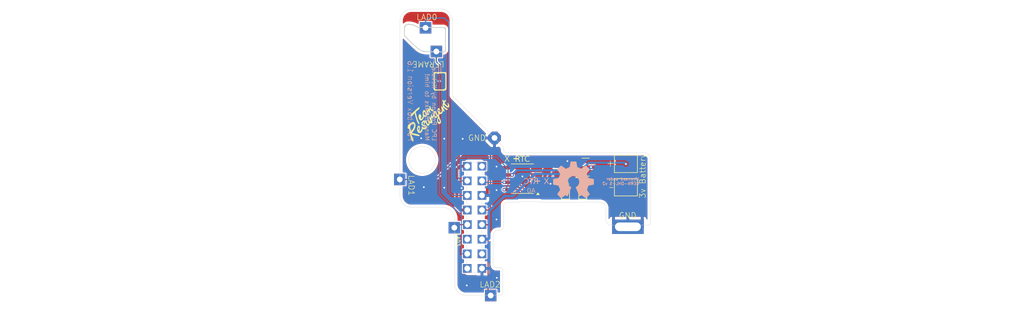
<source format=kicad_pcb>
(kicad_pcb (version 20240108) (generator "pcbnew") (generator_version "8.0")
  (layers (0 "F.Cu" signal) (31 "B.Cu" signal) (34 "B.Paste" user) (35 "F.Paste" user) (36 "B.SilkS" user "B.Silkscreen") (37 "F.SilkS" user "F.Silkscreen") (38 "B.Mask" user) (39 "F.Mask" user) (44 "Edge.Cuts" user))
  (net 0 "")
  (net 4 "GND")
  (net 5 "Net-(U1-SDA)")
  (net 6 "Net-(U1-SCL)")
  (net 7 "Net-(U1-VCC)")
  (net 8 "Net-(U1-VBAT)")
  (net 9 "LAD0")
  (net 10 "LAD1")
  (net 11 "LAD2")
  (net 12 "LAD3")
  (net 13 "LFRAME")
  (net 14 "3v3")
  (net 15 "5v")
  (footprint "TmpFootprint:TestPoint_LPCsingle" (layer "F.Cu") (at 114.904152 82.578932)
    (property "Reference" "REF**" (hide yes))
    (property "Value" "TestPoint_LPCsingle")
  )
  (footprint "TmpFootprint:TestPoint_LPCsingle" (layer "F.Cu") (at 117.466171 77.500967)
    (property "Reference" "REF**" (hide yes))
    (property "Value" "TestPoint_LPCsingle")
  )
  (footprint "TestPoint:TestPoint_THTPad_2.0x2.0mm_Drill1.0mm" (layer "F.Cu") (at 112.652227 78.033802)
    (property "Reference" "REF**" (hide yes))
    (property "Value" "TestPoint_THTPad_2.0x2.0mm_Drill1.0mm")
  )
  (footprint "TestPads-Custom:TestPoint_Pad_1.0x2.0mm" (layer "F.Cu") (at 135 72)
    (property "Reference" "TP2" (hide yes))
    (property "Value" "SDA" (hide yes))
  )
  (footprint "TmpFootprint:TestPoint_LPCsingle" (layer "F.Cu") (at 117.466655 85.118883)
    (property "Reference" "REF**" (hide yes))
    (property "Value" "TestPoint_LPCsingle")
  )
  (footprint "TmpFootprint:TestPoint_LPCsingle" (layer "F.Cu") (at 117.460533 67.339315)
    (property "Reference" "REF**" (hide yes))
    (property "Value" "TestPoint_LPCsingle")
  )
  (footprint "TmpFootprint:TestPoint_LPCsingle" (layer "F.Cu") (at 114.906488 80.038098)
    (property "Reference" "REF**" (hide yes))
    (property "Value" "TestPoint_LPCsingle")
  )
  (footprint "TmpFootprint:TestPoint_LPCsingle" (layer "F.Cu") (at 117.46899 72.418248)
    (property "Reference" "REF**" (hide yes))
    (property "Value" "TestPoint_LPCsingle")
  )
  (footprint "TestPoint:TestPoint_THTPad_2.5x2.5mm_Drill1.2mm" (layer "F.Cu") (at 142.85 77.875 180)
    (property "Reference" "TP3" (hide yes))
    (property "Value" "TestPoint")
  )
  (footprint "TmpFootprint:TestPoint_LPCsingle" (layer "F.Cu") (at 114.906488 74.961017)
    (property "Reference" "REF**" (hide yes))
    (property "Value" "TestPoint_LPCsingle")
  )
  (footprint "Package_SO:SOIC-8_3.9x4.9mm_P1.27mm" (layer "F.Cu") (at 124.5 69.5 180)
    (property "Reference" "U1" (hide yes))
    (property "Value" "DS3231MZ" (hide yes))
  )
  (footprint "TestPoint:TestPoint_THTPad_2.0x2.0mm_Drill1.0mm" (layer "F.Cu") (at 103.164913 69.638458)
    (property "Reference" "REF**" (hide yes))
    (property "Value" "TestPoint_THTPad_2.0x2.0mm_Drill1.0mm")
  )
  (footprint "TestPoint:TestPoint_THTPad_2.0x2.0mm_Drill1.0mm" (layer "F.Cu") (at 119.647789 62.418626)
    (property "Reference" "REF**" (hide yes))
    (property "Value" "TestPoint_THTPad_2.0x2.0mm_Drill1.0mm")
  )
  (footprint "TmpFootprint:TestPoint_LPCsingle" (layer "F.Cu") (at 117.46899 69.8816)
    (property "Reference" "REF**" (hide yes))
    (property "Value" "TestPoint_LPCsingle")
  )
  (footprint "TestPoint:TestPoint_THTPad_2.0x2.0mm_Drill1.0mm" (layer "F.Cu") (at 118.984064 89.829827)
    (property "Reference" "REF**" (hide yes))
    (property "Value" "TestPoint_THTPad_2.0x2.0mm_Drill1.0mm")
  )
  (footprint "TestPads-Custom:TestPoint_Pad_1.0x2.0mm" (layer "F.Cu") (at 132 72)
    (property "Reference" "TP1" (hide yes))
    (property "Value" "SCL" (hide yes))
  )
  (footprint "TestPads-Custom:TestPoint_Pad_1.0x2.0mm" (layer "F.Cu") (at 142.5 71 -90)
    (property "Reference" "TP6" (hide yes))
    (property "Value" "Batt -" (hide yes))
  )
  (footprint "TestPoint:TestPoint_THTPad_2.0x2.0mm_Drill1.0mm" (layer "F.Cu") (at 107.649292 43.264982)
    (property "Reference" "REF**" (hide yes))
    (property "Value" "TestPoint_THTPad_2.0x2.0mm_Drill1.0mm")
  )
  (footprint "TestPads-Custom:TestPoint_Pad_1.0x2.0mm" (layer "F.Cu") (at 142.5 66.95 -90)
    (property "Reference" "TP5" (hide yes))
    (property "Value" "Batt +" (hide yes))
  )
  (footprint "TmpFootprint:TestPoint_LPCsingle" (layer "F.Cu") (at 114.9 67.345605)
    (property "Reference" "REF**" (hide yes))
    (property "Value" "TestPoint_LPCsingle")
  )
  (footprint "TmpFootprint:TestPoint_LPCsingle" (layer "F.Cu") (at 117.46899 82.580867)
    (property "Reference" "REF**" (hide yes))
    (property "Value" "TestPoint_LPCsingle")
  )
  (footprint "TmpFootprint:TestPoint_LPCsingle" (layer "F.Cu") (at 114.904152 85.121702)
    (property "Reference" "REF**" (hide yes))
    (property "Value" "TestPoint_LPCsingle")
  )
  (footprint "Package_TO_SOT_SMD:SOT-23" (layer "F.Cu") (at 135.5 67.5)
    (property "Reference" "REF**" (hide yes))
    (property "Value" "SOT-23")
  )
  (footprint "TmpFootprint:TestPoint_LPCsingle" (layer "F.Cu") (at 114.903669 72.42155)
    (property "Reference" "REF**" (hide yes))
    (property "Value" "TestPoint_LPCsingle")
  )
  (footprint "TmpFootprint:TestPoint_LPCsingle" (layer "F.Cu") (at 117.46899 74.958198)
    (property "Reference" "REF**" (hide yes))
    (property "Value" "TestPoint_LPCsingle")
  )
  (footprint "TmpFootprint:TestPoint_LPCsingle" (layer "F.Cu") (at 117.46899 80.038098)
    (property "Reference" "REF**" (hide yes))
    (property "Value" "TestPoint_LPCsingle")
  )
  (footprint "TmpFootprint:TestPoint_LPCsingle" (layer "F.Cu") (at 114.901333 69.8816)
    (property "Reference" "REF**" (hide yes))
    (property "Value" "TestPoint_LPCsingle")
  )
  (footprint "TmpFootprint:TestPoint_LPCsingle" (layer "F.Cu") (at 114.914945 77.498148)
    (property "Reference" "REF**" (hide yes))
    (property "Value" "TestPoint_LPCsingle")
  )
  (footprint "Capacitor_SMD:C_0603_1608Metric" (layer "F.Cu") (at 130.5 67.725 -90)
    (property "Reference" "C1" (hide yes))
    (property "Value" "0.1uF" (hide yes))
  )
  (footprint "TestPoint:TestPoint_THTPad_2.0x2.0mm_Drill1.0mm" (layer "F.Cu") (at 109.533112 47.381477)
    (property "Reference" "REF**" (hide yes))
    (property "Value" "TestPoint_THTPad_2.0x2.0mm_Drill1.0mm")
  )
  (gr_rect (start 109.542234 51.305675) (end 110.812234 52.448675) (fill solid) (layer "F.Cu") (net 13))
  (gr_line (start 140.35 78) (end 140.35 75.5) (stroke (width 0.5)) (layer "F.Cu") (net 4))
  (gr_line (start 145.35 78) (end 145.35 75.5) (stroke (width 0.5)) (layer "F.Cu") (net 4))
  (gr_line (start 117.471855 85.268872) (end 117.478145 87.581127) (stroke (width 0.5)) (layer "F.Cu") (net 4))
  (gr_rect (start 109.542234 52.620975) (end 110.812234 53.763975) (fill solid) (layer "F.Cu") (net 4))
  (gr_line (start 117.480276 85.268026) (end 117.469723 86.981974) (stroke (width 0.5)) (layer "B.Cu") (net 4))
  (gr_line (start 145.35 77.925) (end 145.35 75.675) (stroke (width 0.5)) (layer "B.Cu") (net 4))
  (gr_line (start 140.35 77.975) (end 140.35 75.675) (stroke (width 0.5)) (layer "B.Cu") (net 4))
  (gr_line (start 104.9796 49.1547) (end 104.9714 49.1511) (stroke (width 0.0762)) (layer "B.SilkS"))
  (gr_line (start 104.7812 52.607) (end 104.7723 52.6076) (stroke (width 0.0762)) (layer "B.SilkS"))
  (gr_line (start 104.7313 55.5673) (end 104.7389 55.5675) (stroke (width 0.0762)) (layer "B.SilkS"))
  (gr_line (start 104.5849 50.9088) (end 104.5849 50.3955) (stroke (width 0.0762)) (layer "B.SilkS"))
  (gr_line (start 105.0886 49.2791) (end 105.0857 49.2706) (stroke (width 0.0762)) (layer "B.SilkS"))
  (gr_line (start 105.0694 58.814) (end 105.0768 58.8153) (stroke (width 0.0762)) (layer "B.SilkS"))
  (gr_line (start 104.7163 58.814) (end 104.7238 58.813) (stroke (width 0.0762)) (layer "B.SilkS"))
  (gr_line (start 105.4015 49.5148) (end 105.4099 49.5053) (stroke (width 0.0762)) (layer "B.SilkS"))
  (gr_line (start 104.5898 58.2865) (end 104.5919 58.2952) (stroke (width 0.0762)) (layer "B.SilkS"))
  (gr_line (start 105.199 52.7853) (end 105.1977 52.7765) (stroke (width 0.0762)) (layer "B.SilkS"))
  (gr_line (start 105.1342 52.9635) (end 105.1407 52.9573) (stroke (width 0.0762)) (layer "B.SilkS"))
  (gr_line (start 105.1984 53.9846) (end 105.1969 53.9698) (stroke (width 0.0762)) (layer "B.SilkS"))
  (gr_line (start 105.1133 55.1939) (end 105.1058 55.189) (stroke (width 0.0762)) (layer "B.SilkS"))
  (gr_line (start 105.1884 52.8823) (end 105.1913 52.8738) (stroke (width 0.0762)) (layer "B.SilkS"))
  (gr_line (start 104.61 49.2815) (end 104.6059 49.2906) (stroke (width 0.0762)) (layer "B.SilkS"))
  (gr_line (start 104.7546 62.0443) (end 104.7634 62.0456) (stroke (width 0.0762)) (layer "B.SilkS"))
  (gr_line (start 104.5937 53.8256) (end 104.5913 53.8324) (stroke (width 0.0762)) (layer "B.SilkS"))
  (gr_line (start 104.5944 58.3038) (end 104.5973 58.3123) (stroke (width 0.0762)) (layer "B.SilkS"))
  (gr_line (start 104.72 58.435) (end 104.7285 58.4379) (stroke (width 0.0762)) (layer "B.SilkS"))
  (gr_line (start 105.0854 51.8017) (end 105.0778 51.8) (stroke (width 0.0762)) (layer "B.SilkS"))
  (gr_line (start 104.5957 49.4658) (end 104.5987 49.4753) (stroke (width 0.0762)) (layer "B.SilkS"))
  (gr_line (start 105.2006 52.8031) (end 105.2 52.7942) (stroke (width 0.0762)) (layer "B.SilkS"))
  (gr_line (start 105.1852 52.8907) (end 105.1884 52.8823) (stroke (width 0.0762)) (layer "B.SilkS"))
  (gr_line (start 104.5898 52.7677) (end 104.588 52.7765) (stroke (width 0.0762)) (layer "B.SilkS"))
  (gr_line (start 104.6364 53.7681) (end 104.6308 53.7727) (stroke (width 0.0762)) (layer "B.SilkS"))
  (gr_line (start 105.0657 58.435) (end 105.0741 58.4318) (stroke (width 0.0762)) (layer "B.SilkS"))
  (gr_line (start 104.6145 49.2726) (end 104.61 49.2815) (stroke (width 0.0762)) (layer "B.SilkS"))
  (gr_line (start 105.1275 52.9694) (end 105.1342 52.9635) (stroke (width 0.0762)) (layer "B.SilkS"))
  (gr_line (start 104.5849 54.7523) (end 105.2008 54.7523) (stroke (width 0.0762)) (layer "B.SilkS"))
  (gr_line (start 104.7634 61.6386) (end 104.7546 61.6399) (stroke (width 0.0762)) (layer "B.SilkS"))
  (gr_line (start 105.1705 58.8746) (end 105.1748 58.8807) (stroke (width 0.0762)) (layer "B.SilkS"))
  (gr_line (start 104.9955 58.4474) (end 104.7902 58.4474) (stroke (width 0.0762)) (layer "B.SilkS"))
  (gr_line (start 104.9955 61.6368) (end 104.7902 61.6368) (stroke (width 0.0762)) (layer "B.SilkS"))
  (gr_line (start 105.1658 58.8686) (end 105.1705 58.8746) (stroke (width 0.0762)) (layer "B.SilkS"))
  (gr_line (start 104.6533 55.5415) (end 104.6597 55.5456) (stroke (width 0.0762)) (layer "B.SilkS"))
  (gr_line (start 105.0825 49.2622) (end 105.0789 49.254) (stroke (width 0.0762)) (layer "B.SilkS"))
  (gr_line (start 105.1133 62.0103) (end 105.1205 62.005) (stroke (width 0.0762)) (layer "B.SilkS"))
  (gr_line (start 105.0973 49.3229) (end 105.0963 49.314) (stroke (width 0.0762)) (layer "B.SilkS"))
  (gr_line (start 105.1884 58.3123) (end 105.1913 58.3038) (stroke (width 0.0762)) (layer "B.SilkS"))
  (gr_line (start 104.962 54.1118) (end 104.9665 54.1175) (stroke (width 0.0762)) (layer "B.SilkS"))
  (gr_line (start 104.6152 58.8746) (end 104.6199 58.8686) (stroke (width 0.0762)) (layer "B.SilkS"))
  (gr_line (start 104.687 58.8213) (end 104.6942 58.8189) (stroke (width 0.0762)) (layer "B.SilkS"))
  (gr_line (start 104.5849 59.2229) (end 105.5087 59.2229) (stroke (width 0.0762)) (layer "B.SilkS"))
  (gr_line (start 105.0134 53.0166) (end 105.0223 53.0156) (stroke (width 0.0762)) (layer "B.SilkS"))
  (gr_line (start 104.593 49.3282) (end 104.5907 49.3379) (stroke (width 0.0762)) (layer "B.SilkS"))
  (gr_line (start 105.2008 54.4444) (end 105.0981 54.4444) (stroke (width 0.0762)) (layer "B.SilkS"))
  (gr_line (start 105.1816 52.8989) (end 105.1852 52.8907) (stroke (width 0.0762)) (layer "B.SilkS"))
  (gr_line (start 105.0749 49.246) (end 105.0706 49.2382) (stroke (width 0.0762)) (layer "B.SilkS"))
  (gr_line (start 105.0486 53.0104) (end 105.0572 53.0079) (stroke (width 0.0762)) (layer "B.SilkS"))
  (gr_line (start 104.947 54.0871) (end 104.9502 54.0936) (stroke (width 0.0762)) (layer "B.SilkS"))
  (gr_line (start 105.1058 58.069) (end 105.0982 58.0643) (stroke (width 0.0762)) (layer "B.SilkS"))
  (gr_line (start 104.6081 58.1473) (end 104.6041 58.1553) (stroke (width 0.0762)) (layer "B.SilkS"))
  (gr_line (start 105.0823 55.176) (end 105.0741 55.1724) (stroke (width 0.0762)) (layer "B.SilkS"))
  (gr_line (start 104.9196 49.1373) (end 104.9107 49.1363) (stroke (width 0.0762)) (layer "B.SilkS"))
  (gr_line (start 104.7089 58.8153) (end 104.7163 58.814) (stroke (width 0.0762)) (layer "B.SilkS"))
  (gr_line (start 105.2006 58.2331) (end 105.2 58.2242) (stroke (width 0.0762)) (layer "B.SilkS"))
  (gr_line (start 104.7537 49.6333) (end 104.7632 49.6365) (stroke (width 0.0762)) (layer "B.SilkS"))
  (gr_line (start 105.1959 52.7677) (end 105.1938 52.759) (stroke (width 0.0762)) (layer "B.SilkS"))
  (gr_line (start 105.1133 55.5303) (end 105.1205 55.525) (stroke (width 0.0762)) (layer "B.SilkS"))
  (gr_line (start 104.6515 61.6907) (end 104.645 61.6969) (stroke (width 0.0762)) (layer "B.SilkS"))
  (gr_line (start 104.7546 58.4443) (end 104.7634 58.4456) (stroke (width 0.0762)) (layer "B.SilkS"))
  (gr_line (start 105.0929 51.8039) (end 105.0854 51.8017) (stroke (width 0.0762)) (layer "B.SilkS"))
  (gr_line (start 105.0134 58.0376) (end 105.0045 58.037) (stroke (width 0.0762)) (layer "B.SilkS"))
  (gr_line (start 104.6329 61.7101) (end 104.6273 61.7171) (stroke (width 0.0762)) (layer "B.SilkS"))
  (gr_line (start 105.2002 54.0436) (end 105.2007 54.0363) (stroke (width 0.0762)) (layer "B.SilkS"))
  (gr_line (start 105.1884 52.7419) (end 105.1852 52.7335) (stroke (width 0.0762)) (layer "B.SilkS"))
  (gr_line (start 104.622 52.9299) (end 104.6273 52.9371) (stroke (width 0.0762)) (layer "B.SilkS"))
  (gr_line (start 105.0823 52.626) (end 105.0741 52.6224) (stroke (width 0.0762)) (layer "B.SilkS"))
  (gr_line (start 104.607 53.7999) (end 104.6032 53.806) (stroke (width 0.0762)) (layer "B.SilkS"))
  (gr_line (start 104.6843 49.1894) (end 104.6766 49.1956) (stroke (width 0.0762)) (layer "B.SilkS"))
  (gr_line (start 104.6111 53.7939) (end 104.607 53.7999) (stroke (width 0.0762)) (layer "B.SilkS"))
  (gr_line (start 105.0501 49.2088) (end 105.0442 49.2021) (stroke (width 0.0762)) (layer "B.SilkS"))
  (gr_line (start 105.1959 55.4065) (end 105.1977 55.3977) (stroke (width 0.0762)) (layer "B.SilkS"))
  (gr_line (start 105.0486 62.0404) (end 105.0572 62.0379) (stroke (width 0.0762)) (layer "B.SilkS"))
  (gr_line (start 105.0903 58.4242) (end 105.0982 58.4199) (stroke (width 0.0762)) (layer "B.SilkS"))
  (gr_line (start 104.7371 53.0104) (end 104.7458 53.0125) (stroke (width 0.0762)) (layer "B.SilkS"))
  (gr_line (start 104.7812 61.637) (end 104.7723 61.6376) (stroke (width 0.0762)) (layer "B.SilkS"))
  (gr_line (start 105.0486 58.0438) (end 105.0399 58.0417) (stroke (width 0.0762)) (layer "B.SilkS"))
  (gr_line (start 105.2006 58.9587) (end 105.2008 58.9663) (stroke (width 0.0762)) (layer "B.SilkS"))
  (gr_line (start 105.0903 52.63) (end 105.0823 52.626) (stroke (width 0.0762)) (layer "B.SilkS"))
  (gr_line (start 104.5849 61.2323) (end 105.2008 61.2323) (stroke (width 0.0762)) (layer "B.SilkS"))
  (gr_line (start 105.0903 61.66) (end 105.0823 61.656) (stroke (width 0.0762)) (layer "B.SilkS"))
  (gr_line (start 105.0134 55.1576) (end 105.0045 55.157) (stroke (width 0.0762)) (layer "B.SilkS"))
  (gr_line (start 105.1686 55.4724) (end 105.1733 55.4648) (stroke (width 0.0762)) (layer "B.SilkS"))
  (gr_line (start 104.7546 52.6099) (end 104.7458 52.6117) (stroke (width 0.0762)) (layer "B.SilkS"))
  (gr_line (start 104.6273 52.9371) (end 104.6329 52.9441) (stroke (width 0.0762)) (layer "B.SilkS"))
  (gr_line (start 104.7015 58.8169) (end 104.7089 58.8153) (stroke (width 0.0762)) (layer "B.SilkS"))
  (gr_line (start 104.9955 58.0369) (end 104.7902 58.0369) (stroke (width 0.0762)) (layer "B.SilkS"))
  (gr_line (start 105.1852 52.7335) (end 105.1816 52.7253) (stroke (width 0.0762)) (layer "B.SilkS"))
  (gr_line (start 104.7812 58.4472) (end 104.7902 58.4474) (stroke (width 0.0762)) (layer "B.SilkS"))
  (gr_line (start 104.6876 58.0643) (end 104.6799 58.069) (stroke (width 0.0762)) (layer "B.SilkS"))
  (gr_line (start 105.5087 55.8942) (end 104.5849 56.2021) (stroke (width 0.0762)) (layer "B.SilkS"))
  (gr_line (start 104.7313 58.8125) (end 104.7389 58.8123) (stroke (width 0.0762)) (layer "B.SilkS"))
  (gr_line (start 105.4574 53.4078) (end 105.5087 53.4078) (stroke (width 0.0762)) (layer "B.SilkS"))
  (gr_line (start 104.7812 58.037) (end 104.7723 58.0376) (stroke (width 0.0762)) (layer "B.SilkS"))
  (gr_line (start 105.0134 52.6076) (end 105.0045 52.607) (stroke (width 0.0762)) (layer "B.SilkS"))
  (gr_line (start 104.5849 62.787) (end 105.5087 62.787) (stroke (width 0.0762)) (layer "B.SilkS"))
  (gr_line (start 105.1247 54.1513) (end 105.1311 54.148) (stroke (width 0.0762)) (layer "B.SilkS"))
  (gr_line (start 105.1126 58.8271) (end 105.1194 58.8305) (stroke (width 0.0762)) (layer "B.SilkS"))
  (gr_line (start 104.7034 58.056) (end 104.6954 58.06) (stroke (width 0.0762)) (layer "B.SilkS"))
  (gr_line (start 104.6357 49.239) (end 104.6299 49.2471) (stroke (width 0.0762)) (layer "B.SilkS"))
  (gr_line (start 104.6041 61.7553) (end 104.6005 61.7635) (stroke (width 0.0762)) (layer "B.SilkS"))
  (gr_line (start 104.6031 58.8937) (end 104.6068 58.8871) (stroke (width 0.0762)) (layer "B.SilkS"))
  (gr_line (start 105.1732 51.8628) (end 105.1686 51.8565) (stroke (width 0.0762)) (layer "B.SilkS"))
  (gr_line (start 104.9502 54.0936) (end 104.9538 54.0999) (stroke (width 0.0762)) (layer "B.SilkS"))
  (gr_line (start 104.8092 53.7764) (end 104.8038 53.7715) (stroke (width 0.0762)) (layer "B.SilkS"))
  (gr_line (start 105.1733 58.1395) (end 105.1686 58.1318) (stroke (width 0.0762)) (layer "B.SilkS"))
  (gr_line (start 104.7458 62.0425) (end 104.7546 62.0443) (stroke (width 0.0762)) (layer "B.SilkS"))
  (gr_line (start 104.6388 58.3808) (end 104.645 58.3873) (stroke (width 0.0762)) (layer "B.SilkS"))
  (gr_line (start 104.6418 49.2311) (end 104.6357 49.239) (stroke (width 0.0762)) (layer "B.SilkS"))
  (gr_line (start 105.1859 49.6393) (end 105.1983 49.6364) (stroke (width 0.0762)) (layer "B.SilkS"))
  (gr_line (start 104.5898 61.7977) (end 104.588 61.8065) (stroke (width 0.0762)) (layer "B.SilkS"))
  (gr_line (start 104.5939 58.9144) (end 104.5966 58.9074) (stroke (width 0.0762)) (layer "B.SilkS"))
  (gr_line (start 105.1884 61.9123) (end 105.1913 61.9038) (stroke (width 0.0762)) (layer "B.SilkS"))
  (gr_line (start 105.1733 52.7095) (end 105.1686 52.7018) (stroke (width 0.0762)) (layer "B.SilkS"))
  (gr_line (start 105.0981 49.6488) (end 105.1107 49.6486) (stroke (width 0.0762)) (layer "B.SilkS"))
  (gr_line (start 105.1776 58.1473) (end 105.1733 58.1395) (stroke (width 0.0762)) (layer "B.SilkS"))
  (gr_line (start 104.5849 61.8421) (end 104.5851 61.8511) (stroke (width 0.0762)) (layer "B.SilkS"))
  (gr_line (start 104.5915 55.4582) (end 104.5939 55.4654) (stroke (width 0.0762)) (layer "B.SilkS"))
  (gr_line (start 105.1205 55.1992) (end 105.1133 55.1939) (stroke (width 0.0762)) (layer "B.SilkS"))
  (gr_line (start 105.0544 58.8125) (end 105.0619 58.813) (stroke (width 0.0762)) (layer "B.SilkS"))
  (gr_line (start 105.2105 49.6331) (end 105.2226 49.6295) (stroke (width 0.0762)) (layer "B.SilkS"))
  (gr_line (start 105.1959 61.8865) (end 105.1977 61.8777) (stroke (width 0.0762)) (layer "B.SilkS"))
  (gr_line (start 105.1938 55.309) (end 105.1913 55.3004) (stroke (width 0.0762)) (layer "B.SilkS"))
  (gr_line (start 105.1637 55.4799) (end 105.1686 55.4724) (stroke (width 0.0762)) (layer "B.SilkS"))
  (gr_line (start 105.1938 52.759) (end 105.1913 52.7504) (stroke (width 0.0762)) (layer "B.SilkS"))
  (gr_line (start 105.1776 61.7473) (end 105.1733 61.7395) (stroke (width 0.0762)) (layer "B.SilkS"))
  (gr_line (start 104.7116 61.6524) (end 104.7034 61.656) (stroke (width 0.0762)) (layer "B.SilkS"))
  (gr_line (start 104.7116 58.4318) (end 104.72 58.435) (stroke (width 0.0762)) (layer "B.SilkS"))
  (gr_line (start 104.7823 49.6419) (end 104.7921 49.644) (stroke (width 0.0762)) (layer "B.SilkS"))
  (gr_line (start 105.1275 55.2048) (end 105.1205 55.1992) (stroke (width 0.0762)) (layer "B.SilkS"))
  (gr_line (start 104.6652 52.6492) (end 104.6582 52.6548) (stroke (width 0.0762)) (layer "B.SilkS"))
  (gr_line (start 105.4099 49.5053) (end 105.418 49.4956) (stroke (width 0.0762)) (layer "B.SilkS"))
  (gr_line (start 105.0982 61.6643) (end 105.0903 61.66) (stroke (width 0.0762)) (layer "B.SilkS"))
  (gr_line (start 105.0399 53.0125) (end 105.0486 53.0104) (stroke (width 0.0762)) (layer "B.SilkS"))
  (gr_line (start 105.1058 52.9852) (end 105.1133 52.9803) (stroke (width 0.0762)) (layer "B.SilkS"))
  (gr_line (start 104.6145 49.5118) (end 104.6193 49.5205) (stroke (width 0.0762)) (layer "B.SilkS"))
  (gr_line (start 104.5857 58.26) (end 104.5867 58.2689) (stroke (width 0.0762)) (layer "B.SilkS"))
  (gr_line (start 104.9107 49.1363) (end 104.9018 49.1357) (stroke (width 0.0762)) (layer "B.SilkS"))
  (gr_line (start 105.0823 55.5482) (end 105.0903 55.5442) (stroke (width 0.0762)) (layer "B.SilkS"))
  (gr_line (start 105.2 52.7942) (end 105.199 52.7853) (stroke (width 0.0762)) (layer "B.SilkS"))
  (gr_line (start 104.6582 61.6848) (end 104.6515 61.6907) (stroke (width 0.0762)) (layer "B.SilkS"))
  (gr_line (start 104.6954 58.4242) (end 104.7034 58.4282) (stroke (width 0.0762)) (layer "B.SilkS"))
  (gr_line (start 105.0903 62.0242) (end 105.0982 62.0199) (stroke (width 0.0762)) (layer "B.SilkS"))
  (gr_line (start 105.199 55.3353) (end 105.1977 55.3265) (stroke (width 0.0762)) (layer "B.SilkS"))
  (gr_line (start 104.6296 54.1379) (end 104.6363 54.1574) (stroke (width 0.0762)) (layer "B.SilkS"))
  (gr_line (start 105.0223 55.5656) (end 105.0311 55.5643) (stroke (width 0.0762)) (layer "B.SilkS"))
  (gr_line (start 104.6515 58.0907) (end 104.645 58.0969) (stroke (width 0.0762)) (layer "B.SilkS"))
  (gr_line (start 104.6068 55.4927) (end 104.6109 55.4991) (stroke (width 0.0762)) (layer "B.SilkS"))
  (gr_line (start 105.0741 62.0318) (end 105.0823 62.0282) (stroke (width 0.0762)) (layer "B.SilkS"))
  (gr_line (start 104.7034 52.626) (end 104.6954 52.63) (stroke (width 0.0762)) (layer "B.SilkS"))
  (gr_line (start 105.0903 58.06) (end 105.0823 58.056) (stroke (width 0.0762)) (layer "B.SilkS"))
  (gr_line (start 105.1584 55.2371) (end 105.1528 55.2301) (stroke (width 0.0762)) (layer "B.SilkS"))
  (gr_line (start 104.5879 55.4435) (end 104.5895 55.4509) (stroke (width 0.0762)) (layer "B.SilkS"))
  (gr_line (start 104.7445 49.1547) (end 104.7353 49.1586) (stroke (width 0.0762)) (layer "B.SilkS"))
  (gr_line (start 105.0259 54.1574) (end 105.0328 54.1594) (stroke (width 0.0762)) (layer "B.SilkS"))
  (gr_line (start 105.1407 55.5073) (end 105.1469 55.5008) (stroke (width 0.0762)) (layer "B.SilkS"))
  (gr_line (start 105.1913 58.3038) (end 105.1938 58.2952) (stroke (width 0.0762)) (layer "B.SilkS"))
  (gr_line (start 104.5898 61.8865) (end 104.5919 61.8952) (stroke (width 0.0762)) (layer "B.SilkS"))
  (gr_line (start 104.5888 49.4368) (end 104.5907 49.4465) (stroke (width 0.0762)) (layer "B.SilkS"))
  (gr_line (start 105.1058 62.0152) (end 105.1133 62.0103) (stroke (width 0.0762)) (layer "B.SilkS"))
  (gr_line (start 105.5056 49.2887) (end 105.5069 49.2761) (stroke (width 0.0762)) (layer "B.SilkS"))
  (gr_line (start 105.1883 51.8901) (end 105.1851 51.883) (stroke (width 0.0762)) (layer "B.SilkS"))
  (gr_line (start 105.136 49.647) (end 105.1486 49.6457) (stroke (width 0.0762)) (layer "B.SilkS"))
  (gr_line (start 104.7723 62.0466) (end 104.7812 62.0472) (stroke (width 0.0762)) (layer "B.SilkS"))
  (gr_line (start 104.6255 53.7776) (end 104.6204 53.7828) (stroke (width 0.0762)) (layer "B.SilkS"))
  (gr_line (start 105.0486 52.6138) (end 105.0399 52.6117) (stroke (width 0.0762)) (layer "B.SilkS"))
  (gr_line (start 105.3249 49.5805) (end 105.3353 49.5733) (stroke (width 0.0762)) (layer "B.SilkS"))
  (gr_line (start 104.6388 61.9808) (end 104.645 61.9873) (stroke (width 0.0762)) (layer "B.SilkS"))
  (gr_line (start 104.661 53.753) (end 104.6546 53.7563) (stroke (width 0.0762)) (layer "B.SilkS"))
  (gr_line (start 105.0701 51.7986) (end 105.0624 51.7976) (stroke (width 0.0762)) (layer "B.SilkS"))
  (gr_line (start 104.6171 61.9524) (end 104.622 61.9599) (stroke (width 0.0762)) (layer "B.SilkS"))
  (gr_line (start 104.6041 52.8989) (end 104.6081 52.9069) (stroke (width 0.0762)) (layer "B.SilkS"))
  (gr_line (start 105.0657 53.005) (end 105.0741 53.0018) (stroke (width 0.0762)) (layer "B.SilkS"))
  (gr_line (start 104.9876 49.1587) (end 104.9796 49.1547) (stroke (width 0.0762)) (layer "B.SilkS"))
  (gr_line (start 105.0311 52.6099) (end 105.0223 52.6086) (stroke (width 0.0762)) (layer "B.SilkS"))
  (gr_line (start 104.6388 52.6734) (end 104.6329 52.6801) (stroke (width 0.0762)) (layer "B.SilkS"))
  (gr_line (start 104.6731 58.8271) (end 104.68 58.824) (stroke (width 0.0762)) (layer "B.SilkS"))
  (gr_line (start 105.1493 54.1362) (end 105.1549 54.1316) (stroke (width 0.0762)) (layer "B.SilkS"))
  (gr_line (start 105.0399 61.6417) (end 105.0311 61.6399) (stroke (width 0.0762)) (layer "B.SilkS"))
  (gr_line (start 104.5857 52.83) (end 104.5867 52.8389) (stroke (width 0.0762)) (layer "B.SilkS"))
  (gr_line (start 104.72 52.6192) (end 104.7116 52.6224) (stroke (width 0.0762)) (layer "B.SilkS"))
  (gr_line (start 105.4657 49.4212) (end 105.4711 49.4098) (stroke (width 0.0762)) (layer "B.SilkS"))
  (gr_line (start 105.0741 55.5518) (end 105.0823 55.5482) (stroke (width 0.0762)) (layer "B.SilkS"))
  (gr_line (start 104.5987 49.3091) (end 104.5957 49.3186) (stroke (width 0.0762)) (layer "B.SilkS"))
  (gr_line (start 105.0963 49.314) (end 105.095 49.3052) (stroke (width 0.0762)) (layer "B.SilkS"))
  (gr_line (start 105.1275 61.9994) (end 105.1342 61.9935) (stroke (width 0.0762)) (layer "B.SilkS"))
  (gr_line (start 104.6923 49.601) (end 104.7005 49.6066) (stroke (width 0.0762)) (layer "B.SilkS"))
  (gr_line (start 105.2008 58.2421) (end 105.2006 58.2331) (stroke (width 0.0762)) (layer "B.SilkS"))
  (gr_line (start 105.4854 49.3747) (end 105.4894 49.3627) (stroke (width 0.0762)) (layer "B.SilkS"))
  (gr_line (start 104.7723 52.6076) (end 104.7634 52.6086) (stroke (width 0.0762)) (layer "B.SilkS"))
  (gr_line (start 105.1469 58.1034) (end 105.1407 58.0969) (stroke (width 0.0762)) (layer "B.SilkS"))
  (gr_line (start 104.5856 58.9512) (end 104.5866 58.9437) (stroke (width 0.0762)) (layer "B.SilkS"))
  (gr_line (start 104.5851 58.2331) (end 104.5849 58.2421) (stroke (width 0.0762)) (layer "B.SilkS"))
  (gr_line (start 104.6843 49.595) (end 104.6923 49.601) (stroke (width 0.0762)) (layer "B.SilkS"))
  (gr_line (start 104.6005 58.1635) (end 104.5973 58.1719) (stroke (width 0.0762)) (layer "B.SilkS"))
  (gr_line (start 105.0045 55.5672) (end 105.0134 55.5666) (stroke (width 0.0762)) (layer "B.SilkS"))
  (gr_line (start 104.7634 58.0386) (end 104.7546 58.0399) (stroke (width 0.0762)) (layer "B.SilkS"))
  (gr_line (start 105.0572 61.6463) (end 105.0486 61.6438) (stroke (width 0.0762)) (layer "B.SilkS"))
  (gr_line (start 104.7387 53.7418) (end 104.7315 53.7409) (stroke (width 0.0762)) (layer "B.SilkS"))
  (gr_line (start 105.0572 55.1663) (end 105.0486 55.1638) (stroke (width 0.0762)) (layer "B.SilkS"))
  (gr_line (start 105.1407 52.9573) (end 105.1469 52.9508) (stroke (width 0.0762)) (layer "B.SilkS"))
  (gr_line (start 105.0311 55.1599) (end 105.0223 55.1586) (stroke (width 0.0762)) (layer "B.SilkS"))
  (gr_line (start 105.1733 61.7395) (end 105.1686 61.7318) (stroke (width 0.0762)) (layer "B.SilkS"))
  (gr_line (start 105.0823 52.9982) (end 105.0903 52.9942) (stroke (width 0.0762)) (layer "B.SilkS"))
  (gr_line (start 105.1959 58.2865) (end 105.1977 58.2777) (stroke (width 0.0762)) (layer "B.SilkS"))
  (gr_line (start 104.9577 54.106) (end 104.962 54.1118) (stroke (width 0.0762)) (layer "B.SilkS"))
  (gr_line (start 104.9955 55.5674) (end 105.0045 55.5672) (stroke (width 0.0762)) (layer "B.SilkS"))
  (gr_line (start 104.6597 58.8342) (end 104.6663 58.8305) (stroke (width 0.0762)) (layer "B.SilkS"))
  (gr_line (start 105.1816 58.3289) (end 105.1852 58.3207) (stroke (width 0.0762)) (layer "B.SilkS"))
  (gr_line (start 104.622 52.6943) (end 104.6171 52.7018) (stroke (width 0.0762)) (layer "B.SilkS"))
  (gr_line (start 104.6766 49.1956) (end 104.6691 49.2022) (stroke (width 0.0762)) (layer "B.SilkS"))
  (gr_line (start 104.7634 52.6086) (end 104.7546 52.6099) (stroke (width 0.0762)) (layer "B.SilkS"))
  (gr_line (start 104.7371 61.6438) (end 104.7285 61.6463) (stroke (width 0.0762)) (layer "B.SilkS"))
  (gr_line (start 104.6329 61.9741) (end 104.6388 61.9808) (stroke (width 0.0762)) (layer "B.SilkS"))
  (gr_line (start 105.0442 49.2021) (end 105.038 49.1956) (stroke (width 0.0762)) (layer "B.SilkS"))
  (gr_line (start 105.1407 61.9873) (end 105.1469 61.9808) (stroke (width 0.0762)) (layer "B.SilkS"))
  (gr_line (start 105.0223 58.0386) (end 105.0134 58.0376) (stroke (width 0.0762)) (layer "B.SilkS"))
  (gr_line (start 104.6652 61.6792) (end 104.6582 61.6848) (stroke (width 0.0762)) (layer "B.SilkS"))
  (gr_line (start 105.0624 51.7976) (end 105.0546 51.797) (stroke (width 0.0762)) (layer "B.SilkS"))
  (gr_line (start 105.0134 61.6376) (end 105.0045 61.637) (stroke (width 0.0762)) (layer "B.SilkS"))
  (gr_line (start 105.2006 51.943) (end 105.2 51.9352) (stroke (width 0.0762)) (layer "B.SilkS"))
  (gr_line (start 105.0706 49.2382) (end 105.0659 49.2305) (stroke (width 0.0762)) (layer "B.SilkS"))
  (gr_line (start 105.0311 62.0443) (end 105.0399 62.0425) (stroke (width 0.0762)) (layer "B.SilkS"))
  (gr_line (start 105.1469 61.7034) (end 105.1407 61.6969) (stroke (width 0.0762)) (layer "B.SilkS"))
  (gr_line (start 104.7026 53.7411) (end 104.6955 53.7421) (stroke (width 0.0762)) (layer "B.SilkS"))
  (gr_line (start 104.5853 49.4071) (end 104.5861 49.417) (stroke (width 0.0762)) (layer "B.SilkS"))
  (gr_line (start 105.1283 51.8201) (end 105.1215 51.8162) (stroke (width 0.0762)) (layer "B.SilkS"))
  (gr_line (start 105.1746 54.1104) (end 105.1787 54.1044) (stroke (width 0.0762)) (layer "B.SilkS"))
  (gr_line (start 104.6362 50.0478) (end 104.6362 49.9965) (stroke (width 0.0762)) (layer "B.SilkS"))
  (gr_line (start 104.6124 61.9448) (end 104.6171 61.9524) (stroke (width 0.0762)) (layer "B.SilkS"))
  (gr_line (start 104.5915 58.9216) (end 104.5939 58.9144) (stroke (width 0.0762)) (layer "B.SilkS"))
  (gr_line (start 105.0223 58.4456) (end 105.0311 58.4443) (stroke (width 0.0762)) (layer "B.SilkS"))
  (gr_line (start 104.6884 53.7435) (end 104.6813 53.7453) (stroke (width 0.0762)) (layer "B.SilkS"))
  (gr_line (start 104.6233 54.1183) (end 104.6296 54.1379) (stroke (width 0.0762)) (layer "B.SilkS"))
  (gr_line (start 104.7353 49.6258) (end 104.7445 49.6297) (stroke (width 0.0762)) (layer "B.SilkS"))
  (gr_line (start 104.5867 52.8389) (end 104.588 52.8477) (stroke (width 0.0762)) (layer "B.SilkS"))
  (gr_line (start 104.68 55.5558) (end 104.687 55.5585) (stroke (width 0.0762)) (layer "B.SilkS"))
  (gr_line (start 105.1776 55.2673) (end 105.1733 55.2595) (stroke (width 0.0762)) (layer "B.SilkS"))
  (gr_line (start 104.5861 49.417) (end 104.5873 49.4269) (stroke (width 0.0762)) (layer "B.SilkS"))
  (gr_line (start 104.5873 49.3575) (end 104.5861 49.3674) (stroke (width 0.0762)) (layer "B.SilkS"))
  (gr_line (start 105.0045 53.0172) (end 105.0134 53.0166) (stroke (width 0.0762)) (layer "B.SilkS"))
  (gr_line (start 105.1528 61.7101) (end 105.1469 61.7034) (stroke (width 0.0762)) (layer "B.SilkS"))
  (gr_line (start 104.6954 52.63) (end 104.6876 52.6343) (stroke (width 0.0762)) (layer "B.SilkS"))
  (gr_line (start 105.0741 55.1724) (end 105.0657 55.1692) (stroke (width 0.0762)) (layer "B.SilkS"))
  (gr_line (start 105.1913 61.9038) (end 105.1938 61.8952) (stroke (width 0.0762)) (layer "B.SilkS"))
  (gr_line (start 104.622 58.3599) (end 104.6273 58.3671) (stroke (width 0.0762)) (layer "B.SilkS"))
  (gr_line (start 105.0191 54.1549) (end 105.0259 54.1574) (stroke (width 0.0762)) (layer "B.SilkS"))
  (gr_line (start 104.8216 49.648) (end 104.8316 49.6486) (stroke (width 0.0762)) (layer "B.SilkS"))
  (gr_line (start 104.6005 61.9207) (end 104.6041 61.9289) (stroke (width 0.0762)) (layer "B.SilkS"))
  (gr_line (start 104.7263 49.1629) (end 104.7175 49.1675) (stroke (width 0.0762)) (layer "B.SilkS"))
  (gr_line (start 105.0399 58.4425) (end 105.0486 58.4404) (stroke (width 0.0762)) (layer "B.SilkS"))
  (gr_line (start 104.6652 62.005) (end 104.6724 62.0103) (stroke (width 0.0762)) (layer "B.SilkS"))
  (gr_line (start 105.0741 58.4318) (end 105.0823 58.4282) (stroke (width 0.0762)) (layer "B.SilkS"))
  (gr_line (start 104.9876 54.1373) (end 104.9935 54.1415) (stroke (width 0.0762)) (layer "B.SilkS"))
  (gr_line (start 105.1977 61.8065) (end 105.1959 61.7977) (stroke (width 0.0762)) (layer "B.SilkS"))
  (gr_line (start 104.63 55.5224) (end 104.6355 55.5276) (stroke (width 0.0762)) (layer "B.SilkS"))
  (gr_line (start 104.6041 58.3289) (end 104.6081 58.3369) (stroke (width 0.0762)) (layer "B.SilkS"))
  (gr_line (start 105.0223 53.0156) (end 105.0311 53.0143) (stroke (width 0.0762)) (layer "B.SilkS"))
  (gr_line (start 104.7034 58.4282) (end 104.7116 58.4318) (stroke (width 0.0762)) (layer "B.SilkS"))
  (gr_line (start 105.1996 53.9994) (end 105.1984 53.9846) (stroke (width 0.0762)) (layer "B.SilkS"))
  (gr_line (start 104.7902 61.6368) (end 104.7812 61.637) (stroke (width 0.0762)) (layer "B.SilkS"))
  (gr_line (start 105.1756 53.8679) (end 105.1711 53.8537) (stroke (width 0.0762)) (layer "B.SilkS"))
  (gr_line (start 104.6299 49.5373) (end 104.6357 49.5454) (stroke (width 0.0762)) (layer "B.SilkS"))
  (gr_line (start 105.1826 58.8937) (end 105.186 58.9005) (stroke (width 0.0762)) (layer "B.SilkS"))
  (gr_line (start 104.6109 55.4991) (end 104.6152 55.5052) (stroke (width 0.0762)) (layer "B.SilkS"))
  (gr_line (start 104.5849 56.2021) (end 105.5087 56.5101) (stroke (width 0.0762)) (layer "B.SilkS"))
  (gr_line (start 104.6618 49.5754) (end 104.6691 49.5822) (stroke (width 0.0762)) (layer "B.SilkS"))
  (gr_line (start 105.1913 55.3004) (end 105.1884 55.2919) (stroke (width 0.0762)) (layer "B.SilkS"))
  (gr_line (start 104.6081 52.7173) (end 104.6041 52.7253) (stroke (width 0.0762)) (layer "B.SilkS"))
  (gr_line (start 104.7263 49.6215) (end 104.7353 49.6258) (stroke (width 0.0762)) (layer "B.SilkS"))
  (gr_line (start 105.0823 61.656) (end 105.0741 61.6524) (stroke (width 0.0762)) (layer "B.SilkS"))
  (gr_line (start 104.7723 58.0376) (end 104.7634 58.0386) (stroke (width 0.0762)) (layer "B.SilkS"))
  (gr_line (start 105.2226 49.6295) (end 105.2346 49.6255) (stroke (width 0.0762)) (layer "B.SilkS"))
  (gr_line (start 104.5913 53.8324) (end 104.5893 53.8394) (stroke (width 0.0762)) (layer "B.SilkS"))
  (gr_line (start 105.0768 58.8153) (end 105.0842 58.8169) (stroke (width 0.0762)) (layer "B.SilkS"))
  (gr_line (start 104.8019 49.1387) (end 104.7921 49.1404) (stroke (width 0.0762)) (layer "B.SilkS"))
  (gr_line (start 105.0045 55.157) (end 104.9955 55.1568) (stroke (width 0.0762)) (layer "B.SilkS"))
  (gr_line (start 105.1852 58.1635) (end 105.1816 58.1553) (stroke (width 0.0762)) (layer "B.SilkS"))
  (gr_line (start 104.5919 52.8652) (end 104.5944 52.8738) (stroke (width 0.0762)) (layer "B.SilkS"))
  (gr_line (start 105.493 49.3506) (end 105.4963 49.3384) (stroke (width 0.0762)) (layer "B.SilkS"))
  (gr_line (start 104.5919 61.789) (end 104.5898 61.7977) (stroke (width 0.0762)) (layer "B.SilkS"))
  (gr_line (start 105.19 53.9256) (end 105.1869 53.9111) (stroke (width 0.0762)) (layer "B.SilkS"))
  (gr_line (start 105.4574 53.3565) (end 105.4574 53.4078) (stroke (width 0.0762)) (layer "B.SilkS"))
  (gr_line (start 105.0134 62.0466) (end 105.0223 62.0456) (stroke (width 0.0762)) (layer "B.SilkS"))
  (gr_line (start 105.1787 54.1044) (end 105.1825 54.0983) (stroke (width 0.0762)) (layer "B.SilkS"))
  (gr_line (start 105.199 52.8389) (end 105.2 52.83) (stroke (width 0.0762)) (layer "B.SilkS"))
  (gr_line (start 105.1686 55.2518) (end 105.1637 55.2443) (stroke (width 0.0762)) (layer "B.SilkS"))
  (gr_line (start 104.6549 49.5683) (end 104.6618 49.5754) (stroke (width 0.0762)) (layer "B.SilkS"))
  (gr_line (start 104.6152 55.5052) (end 104.6199 55.5112) (stroke (width 0.0762)) (layer "B.SilkS"))
  (gr_line (start 105.1938 58.2952) (end 105.1959 58.2865) (stroke (width 0.0762)) (layer "B.SilkS"))
  (gr_line (start 104.9285 49.1386) (end 104.9196 49.1373) (stroke (width 0.0762)) (layer "B.SilkS"))
  (gr_line (start 104.5849 52.2074) (end 105.2008 52.2074) (stroke (width 0.0762)) (layer "B.SilkS"))
  (gr_line (start 104.7116 53.0018) (end 104.72 53.005) (stroke (width 0.0762)) (layer "B.SilkS"))
  (gr_line (start 104.6248 55.5169) (end 104.63 55.5224) (stroke (width 0.0762)) (layer "B.SilkS"))
  (gr_line (start 105.0124 54.1521) (end 105.0191 54.1549) (stroke (width 0.0762)) (layer "B.SilkS"))
  (gr_line (start 105.2008 54.7523) (end 105.2008 54.4444) (stroke (width 0.0762)) (layer "B.SilkS"))
  (gr_line (start 105.1637 61.7243) (end 105.1584 61.7171) (stroke (width 0.0762)) (layer "B.SilkS"))
  (gr_line (start 105.1981 54.0579) (end 105.1993 54.0508) (stroke (width 0.0762)) (layer "B.SilkS"))
  (gr_line (start 104.6652 52.975) (end 104.6724 52.9803) (stroke (width 0.0762)) (layer "B.SilkS"))
  (gr_line (start 104.6597 55.5456) (end 104.6663 55.5493) (stroke (width 0.0762)) (layer "B.SilkS"))
  (gr_line (start 104.7634 53.0156) (end 104.7723 53.0166) (stroke (width 0.0762)) (layer "B.SilkS"))
  (gr_line (start 104.6124 52.9148) (end 104.6171 52.9224) (stroke (width 0.0762)) (layer "B.SilkS"))
  (gr_line (start 104.8038 53.7715) (end 104.7981 53.767) (stroke (width 0.0762)) (layer "B.SilkS"))
  (gr_line (start 105.2003 54.0143) (end 105.1996 53.9994) (stroke (width 0.0762)) (layer "B.SilkS"))
  (gr_line (start 105.1816 55.2753) (end 105.1776 55.2673) (stroke (width 0.0762)) (layer "B.SilkS"))
  (gr_line (start 105.095 49.3052) (end 105.0932 49.2964) (stroke (width 0.0762)) (layer "B.SilkS"))
  (gr_line (start 105.0315 49.1894) (end 105.0248 49.1835) (stroke (width 0.0762)) (layer "B.SilkS"))
  (gr_line (start 105.1058 58.4152) (end 105.1133 58.4103) (stroke (width 0.0762)) (layer "B.SilkS"))
  (gr_line (start 105.3143 49.5873) (end 105.3249 49.5805) (stroke (width 0.0762)) (layer "B.SilkS"))
  (gr_line (start 104.5857 58.2242) (end 104.5851 58.2331) (stroke (width 0.0762)) (layer "B.SilkS"))
  (gr_line (start 104.7921 49.644) (end 104.8019 49.6457) (stroke (width 0.0762)) (layer "B.SilkS"))
  (gr_line (start 104.6876 61.6643) (end 104.6799 61.669) (stroke (width 0.0762)) (layer "B.SilkS"))
  (gr_line (start 105.2 51.9352) (end 105.199 51.9275) (stroke (width 0.0762)) (layer "B.SilkS"))
  (gr_line (start 105.192 54.0787) (end 105.1944 54.0719) (stroke (width 0.0762)) (layer "B.SilkS"))
  (gr_line (start 105.199 55.3889) (end 105.2 55.38) (stroke (width 0.0762)) (layer "B.SilkS"))
  (gr_line (start 104.5944 52.8738) (end 104.5973 52.8823) (stroke (width 0.0762)) (layer "B.SilkS"))
  (gr_line (start 105.1775 51.8693) (end 105.1732 51.8628) (stroke (width 0.0762)) (layer "B.SilkS"))
  (gr_line (start 104.5919 58.189) (end 104.5898 58.1977) (stroke (width 0.0762)) (layer "B.SilkS"))
  (gr_line (start 104.6031 55.4861) (end 104.6068 55.4927) (stroke (width 0.0762)) (layer "B.SilkS"))
  (gr_line (start 105.1275 61.6848) (end 105.1205 61.6792) (stroke (width 0.0762)) (layer "B.SilkS"))
  (gr_line (start 104.5879 58.9363) (end 104.5895 58.9289) (stroke (width 0.0762)) (layer "B.SilkS"))
  (gr_line (start 104.6766 49.5888) (end 104.6843 49.595) (stroke (width 0.0762)) (layer "B.SilkS"))
  (gr_line (start 105.1275 55.5194) (end 105.1342 55.5135) (stroke (width 0.0762)) (layer "B.SilkS"))
  (gr_line (start 105.0311 61.6399) (end 105.0223 61.6386) (stroke (width 0.0762)) (layer "B.SilkS"))
  (gr_line (start 105.1609 58.8629) (end 105.1658 58.8686) (stroke (width 0.0762)) (layer "B.SilkS"))
  (gr_line (start 104.9545 49.145) (end 104.9459 49.1425) (stroke (width 0.0762)) (layer "B.SilkS"))
  (gr_line (start 105.1977 52.8477) (end 105.199 52.8389) (stroke (width 0.0762)) (layer "B.SilkS"))
  (gr_line (start 105.0982 58.0643) (end 105.0903 58.06) (stroke (width 0.0762)) (layer "B.SilkS"))
  (gr_line (start 105.1814 51.8761) (end 105.1775 51.8693) (stroke (width 0.0762)) (layer "B.SilkS"))
  (gr_line (start 105.0486 61.6438) (end 105.0399 61.6417) (stroke (width 0.0762)) (layer "B.SilkS"))
  (gr_line (start 105.0134 55.5666) (end 105.0223 55.5656) (stroke (width 0.0762)) (layer "B.SilkS"))
  (gr_line (start 104.6204 53.7828) (end 104.6156 53.7883) (stroke (width 0.0762)) (layer "B.SilkS"))
  (gr_line (start 105.5069 49.2761) (end 105.5079 49.2635) (stroke (width 0.0762)) (layer "B.SilkS"))
  (gr_line (start 105.2008 61.8421) (end 105.2006 61.8331) (stroke (width 0.0762)) (layer "B.SilkS"))
  (gr_line (start 104.5898 58.1977) (end 104.588 58.2065) (stroke (width 0.0762)) (layer "B.SilkS"))
  (gr_line (start 104.6081 61.7473) (end 104.6041 61.7553) (stroke (width 0.0762)) (layer "B.SilkS"))
  (gr_line (start 104.7823 49.1425) (end 104.7727 49.145) (stroke (width 0.0762)) (layer "B.SilkS"))
  (gr_line (start 104.72 61.6492) (end 104.7116 61.6524) (stroke (width 0.0762)) (layer "B.SilkS"))
  (gr_line (start 105.0311 55.5643) (end 105.0399 55.5625) (stroke (width 0.0762)) (layer "B.SilkS"))
  (gr_line (start 105.0399 55.5625) (end 105.0486 55.5604) (stroke (width 0.0762)) (layer "B.SilkS"))
  (gr_line (start 105.418 49.4956) (end 105.4258 49.4856) (stroke (width 0.0762)) (layer "B.SilkS"))
  (gr_line (start 105.0987 58.8213) (end 105.1057 58.824) (stroke (width 0.0762)) (layer "B.SilkS"))
  (gr_line (start 104.7445 49.6297) (end 104.7537 49.6333) (stroke (width 0.0762)) (layer "B.SilkS"))
  (gr_line (start 105.1342 58.0907) (end 105.1275 58.0848) (stroke (width 0.0762)) (layer "B.SilkS"))
  (gr_line (start 105.0223 52.6086) (end 105.0134 52.6076) (stroke (width 0.0762)) (layer "B.SilkS"))
  (gr_line (start 104.9955 53.0174) (end 105.0045 53.0172) (stroke (width 0.0762)) (layer "B.SilkS"))
  (gr_line (start 104.5849 50.0478) (end 104.6362 50.0478) (stroke (width 0.0762)) (layer "B.SilkS"))
  (gr_line (start 105.1701 54.116) (end 105.1746 54.1104) (stroke (width 0.0762)) (layer "B.SilkS"))
  (gr_line (start 104.68 58.824) (end 104.687 58.8213) (stroke (width 0.0762)) (layer "B.SilkS"))
  (gr_line (start 104.7371 52.6138) (end 104.7285 52.6163) (stroke (width 0.0762)) (layer "B.SilkS"))
  (gr_line (start 104.7812 62.0472) (end 104.7902 62.0474) (stroke (width 0.0762)) (layer "B.SilkS"))
  (gr_line (start 104.645 52.9573) (end 104.6515 52.9635) (stroke (width 0.0762)) (layer "B.SilkS"))
  (gr_line (start 104.7632 49.1479) (end 104.7537 49.1511) (stroke (width 0.0762)) (layer "B.SilkS"))
  (gr_line (start 105.1584 61.7171) (end 105.1528 61.7101) (stroke (width 0.0762)) (layer "B.SilkS"))
  (gr_line (start 104.6388 52.9508) (end 104.645 52.9573) (stroke (width 0.0762)) (layer "B.SilkS"))
  (gr_line (start 105.1636 51.8505) (end 105.1584 51.8447) (stroke (width 0.0762)) (layer "B.SilkS"))
  (gr_line (start 104.7666 53.7494) (end 104.7598 53.7469) (stroke (width 0.0762)) (layer "B.SilkS"))
  (gr_line (start 105.0542 54.1634) (end 105.0614 54.1639) (stroke (width 0.0762)) (layer "B.SilkS"))
  (gr_line (start 105.0486 58.4404) (end 105.0572 58.4379) (stroke (width 0.0762)) (layer "B.SilkS"))
  (gr_line (start 104.645 61.9873) (end 104.6515 61.9935) (stroke (width 0.0762)) (layer "B.SilkS"))
  (gr_line (start 104.8117 49.1373) (end 104.8019 49.1387) (stroke (width 0.0762)) (layer "B.SilkS"))
  (gr_line (start 105.0031 49.1677) (end 104.9955 49.163) (stroke (width 0.0762)) (layer "B.SilkS"))
  (gr_line (start 104.6041 61.9289) (end 104.6081 61.9369) (stroke (width 0.0762)) (layer "B.SilkS"))
  (gr_line (start 104.6582 61.9994) (end 104.6652 62.005) (stroke (width 0.0762)) (layer "B.SilkS"))
  (gr_line (start 104.5857 61.8242) (end 104.5851 61.8331) (stroke (width 0.0762)) (layer "B.SilkS"))
  (gr_line (start 104.5849 52.8121) (end 104.5851 52.8211) (stroke (width 0.0762)) (layer "B.SilkS"))
  (gr_line (start 105.4258 49.4856) (end 105.4332 49.4754) (stroke (width 0.0762)) (layer "B.SilkS"))
  (gr_line (start 105.1977 58.2065) (end 105.1959 58.1977) (stroke (width 0.0762)) (layer "B.SilkS"))
  (gr_line (start 104.9955 52.6069) (end 104.7902 52.6069) (stroke (width 0.0762)) (layer "B.SilkS"))
  (gr_line (start 104.8415 49.1356) (end 104.8316 49.1358) (stroke (width 0.0762)) (layer "B.SilkS"))
  (gr_line (start 105.1959 61.7977) (end 105.1938 61.789) (stroke (width 0.0762)) (layer "B.SilkS"))
  (gr_line (start 104.6582 58.0848) (end 104.6515 58.0907) (stroke (width 0.0762)) (layer "B.SilkS"))
  (gr_line (start 105.0223 55.1586) (end 105.0134 55.1576) (stroke (width 0.0762)) (layer "B.SilkS"))
  (gr_line (start 105.1348 51.8244) (end 105.1283 51.8201) (stroke (width 0.0762)) (layer "B.SilkS"))
  (gr_line (start 104.5861 49.3674) (end 104.5853 49.3773) (stroke (width 0.0762)) (layer "B.SilkS"))
  (gr_line (start 105.1835 53.8966) (end 105.1797 53.8822) (stroke (width 0.0762)) (layer "B.SilkS"))
  (gr_line (start 104.6171 52.9224) (end 104.622 52.9299) (stroke (width 0.0762)) (layer "B.SilkS"))
  (gr_line (start 105.1215 51.8162) (end 105.1146 51.8125) (stroke (width 0.0762)) (layer "B.SilkS"))
  (gr_line (start 104.72 62.035) (end 104.7285 62.0379) (stroke (width 0.0762)) (layer "B.SilkS"))
  (gr_line (start 104.6731 55.5527) (end 104.68 55.5558) (stroke (width 0.0762)) (layer "B.SilkS"))
  (gr_line (start 104.5893 53.8394) (end 104.5876 53.8464) (stroke (width 0.0762)) (layer "B.SilkS"))
  (gr_line (start 104.7238 58.813) (end 104.7313 58.8125) (stroke (width 0.0762)) (layer "B.SilkS"))
  (gr_line (start 105.1311 54.148) (end 105.1374 54.1444) (stroke (width 0.0762)) (layer "B.SilkS"))
  (gr_line (start 105.2006 55.3711) (end 105.2008 55.3621) (stroke (width 0.0762)) (layer "B.SilkS"))
  (gr_line (start 104.5944 61.9038) (end 104.5973 61.9123) (stroke (width 0.0762)) (layer "B.SilkS"))
  (gr_line (start 105.1609 53.8257) (end 105.1554 53.8119) (stroke (width 0.0762)) (layer "B.SilkS"))
  (gr_line (start 104.8928 49.1355) (end 104.8415 49.1355) (stroke (width 0.0762)) (layer "B.SilkS"))
  (gr_line (start 105.1528 52.9441) (end 105.1584 52.9371) (stroke (width 0.0762)) (layer "B.SilkS"))
  (gr_line (start 105.1528 52.6801) (end 105.1469 52.6734) (stroke (width 0.0762)) (layer "B.SilkS"))
  (gr_line (start 105.1913 58.1804) (end 105.1884 58.1719) (stroke (width 0.0762)) (layer "B.SilkS"))
  (gr_line (start 105.1686 61.9524) (end 105.1733 61.9448) (stroke (width 0.0762)) (layer "B.SilkS"))
  (gr_line (start 104.7546 53.0143) (end 104.7634 53.0156) (stroke (width 0.0762)) (layer "B.SilkS"))
  (gr_line (start 104.6362 49.9965) (end 104.5849 49.9965) (stroke (width 0.0762)) (layer "B.SilkS"))
  (gr_line (start 105.2464 49.6211) (end 105.2581 49.6163) (stroke (width 0.0762)) (layer "B.SilkS"))
  (gr_line (start 104.7458 58.4425) (end 104.7546 58.4443) (stroke (width 0.0762)) (layer "B.SilkS"))
  (gr_line (start 104.6582 52.9694) (end 104.6652 52.975) (stroke (width 0.0762)) (layer "B.SilkS"))
  (gr_line (start 105.2811 49.6058) (end 105.2924 49.5999) (stroke (width 0.0762)) (layer "B.SilkS"))
  (gr_line (start 104.5864 53.8535) (end 104.5855 53.8607) (stroke (width 0.0762)) (layer "B.SilkS"))
  (gr_line (start 104.622 58.1243) (end 104.6171 58.1318) (stroke (width 0.0762)) (layer "B.SilkS"))
  (gr_line (start 105.1891 58.9074) (end 105.1918 58.9144) (stroke (width 0.0762)) (layer "B.SilkS"))
  (gr_line (start 104.6724 58.0739) (end 104.6652 58.0792) (stroke (width 0.0762)) (layer "B.SilkS"))
  (gr_line (start 104.61 49.5029) (end 104.6145 49.5118) (stroke (width 0.0762)) (layer "B.SilkS"))
  (gr_line (start 105.1733 61.9448) (end 105.1776 61.9369) (stroke (width 0.0762)) (layer "B.SilkS"))
  (gr_line (start 105.0399 62.0425) (end 105.0486 62.0404) (stroke (width 0.0762)) (layer "B.SilkS"))
  (gr_line (start 104.9665 54.1175) (end 104.9714 54.1228) (stroke (width 0.0762)) (layer "B.SilkS"))
  (gr_line (start 105.1938 61.8952) (end 105.1959 61.8865) (stroke (width 0.0762)) (layer "B.SilkS"))
  (gr_line (start 105.1686 61.7318) (end 105.1637 61.7243) (stroke (width 0.0762)) (layer "B.SilkS"))
  (gr_line (start 105.1107 49.6486) (end 105.1234 49.648) (stroke (width 0.0762)) (layer "B.SilkS"))
  (gr_line (start 105.0759 54.1638) (end 105.0831 54.1632) (stroke (width 0.0762)) (layer "B.SilkS"))
  (gr_line (start 105.1983 49.6364) (end 105.2105 49.6331) (stroke (width 0.0762)) (layer "B.SilkS"))
  (gr_line (start 105.1816 55.4489) (end 105.1852 55.4407) (stroke (width 0.0762)) (layer "B.SilkS"))
  (gr_line (start 105.118 54.1542) (end 105.1247 54.1513) (stroke (width 0.0762)) (layer "B.SilkS"))
  (gr_line (start 104.5849 49.3872) (end 104.5849 49.3972) (stroke (width 0.0762)) (layer "B.SilkS"))
  (gr_line (start 105.1789 58.8871) (end 105.1826 58.8937) (stroke (width 0.0762)) (layer "B.SilkS"))
  (gr_line (start 105.1884 58.1719) (end 105.1852 58.1635) (stroke (width 0.0762)) (layer "B.SilkS"))
  (gr_line (start 105.0572 52.6163) (end 105.0486 52.6138) (stroke (width 0.0762)) (layer "B.SilkS"))
  (gr_line (start 104.6515 52.6607) (end 104.645 52.6669) (stroke (width 0.0762)) (layer "B.SilkS"))
  (gr_line (start 105.0657 61.6492) (end 105.0572 61.6463) (stroke (width 0.0762)) (layer "B.SilkS"))
  (gr_line (start 105.0982 55.1843) (end 105.0903 55.18) (stroke (width 0.0762)) (layer "B.SilkS"))
  (gr_line (start 105.186 58.9005) (end 105.1891 58.9074) (stroke (width 0.0762)) (layer "B.SilkS"))
  (gr_line (start 105.1918 58.9144) (end 105.1942 58.9216) (stroke (width 0.0762)) (layer "B.SilkS"))
  (gr_line (start 104.6329 58.3741) (end 104.6388 58.3808) (stroke (width 0.0762)) (layer "B.SilkS"))
  (gr_line (start 104.6546 53.7563) (end 104.6483 53.7599) (stroke (width 0.0762)) (layer "B.SilkS"))
  (gr_line (start 104.6412 55.5325) (end 104.6472 55.5372) (stroke (width 0.0762)) (layer "B.SilkS"))
  (gr_line (start 104.6273 58.3671) (end 104.6329 58.3741) (stroke (width 0.0762)) (layer "B.SilkS"))
  (gr_line (start 104.6021 49.2998) (end 104.5987 49.3091) (stroke (width 0.0762)) (layer "B.SilkS"))
  (gr_line (start 105.0659 49.2305) (end 105.061 49.223) (stroke (width 0.0762)) (layer "B.SilkS"))
  (gr_line (start 104.5867 52.7853) (end 104.5857 52.7942) (stroke (width 0.0762)) (layer "B.SilkS"))
  (gr_line (start 105.1913 61.7804) (end 105.1884 61.7719) (stroke (width 0.0762)) (layer "B.SilkS"))
  (gr_line (start 105.3034 49.5938) (end 105.3143 49.5873) (stroke (width 0.0762)) (layer "B.SilkS"))
  (gr_line (start 105.1962 58.9289) (end 105.1978 58.9363) (stroke (width 0.0762)) (layer "B.SilkS"))
  (gr_line (start 105.1584 58.1171) (end 105.1528 58.1101) (stroke (width 0.0762)) (layer "B.SilkS"))
  (gr_line (start 104.6472 55.5372) (end 104.6533 55.5415) (stroke (width 0.0762)) (layer "B.SilkS"))
  (gr_line (start 104.8316 49.6486) (end 104.8415 49.6488) (stroke (width 0.0762)) (layer "B.SilkS"))
  (gr_line (start 105.2581 49.6163) (end 105.2697 49.6112) (stroke (width 0.0762)) (layer "B.SilkS"))
  (gr_line (start 104.5866 55.4361) (end 104.5879 55.4435) (stroke (width 0.0762)) (layer "B.SilkS"))
  (gr_line (start 105.2346 49.6255) (end 105.2464 49.6211) (stroke (width 0.0762)) (layer "B.SilkS"))
  (gr_line (start 104.5919 52.759) (end 104.5898 52.7677) (stroke (width 0.0762)) (layer "B.SilkS"))
  (gr_line (start 104.6533 58.8383) (end 104.6597 58.8342) (stroke (width 0.0762)) (layer "B.SilkS"))
  (gr_line (start 104.63 58.8574) (end 104.6355 58.8522) (stroke (width 0.0762)) (layer "B.SilkS"))
  (gr_line (start 104.5966 58.9074) (end 104.5997 58.9005) (stroke (width 0.0762)) (layer "B.SilkS"))
  (gr_line (start 105.1816 61.7553) (end 105.1776 61.7473) (stroke (width 0.0762)) (layer "B.SilkS"))
  (gr_line (start 104.7089 49.6119) (end 104.7175 49.6169) (stroke (width 0.0762)) (layer "B.SilkS"))
  (gr_line (start 105.1407 52.6669) (end 105.1342 52.6607) (stroke (width 0.0762)) (layer "B.SilkS"))
  (gr_line (start 104.7015 55.5629) (end 104.7089 55.5645) (stroke (width 0.0762)) (layer "B.SilkS"))
  (gr_line (start 105.1937 51.9047) (end 105.1912 51.8973) (stroke (width 0.0762)) (layer "B.SilkS"))
  (gr_line (start 104.7371 58.0438) (end 104.7285 58.0463) (stroke (width 0.0762)) (layer "B.SilkS"))
  (gr_line (start 105.1959 55.3177) (end 105.1938 55.309) (stroke (width 0.0762)) (layer "B.SilkS"))
  (gr_line (start 104.622 61.7243) (end 104.6171 61.7318) (stroke (width 0.0762)) (layer "B.SilkS"))
  (gr_line (start 105.5087 60.2001) (end 104.5849 59.5842) (stroke (width 0.0762)) (layer "B.SilkS"))
  (gr_line (start 104.7285 62.0379) (end 104.7371 62.0404) (stroke (width 0.0762)) (layer "B.SilkS"))
  (gr_line (start 104.5851 52.8031) (end 104.5849 52.8121) (stroke (width 0.0762)) (layer "B.SilkS"))
  (gr_line (start 104.7285 58.4379) (end 104.7371 58.4404) (stroke (width 0.0762)) (layer "B.SilkS"))
  (gr_line (start 104.6175 54.0986) (end 104.6233 54.1183) (stroke (width 0.0762)) (layer "B.SilkS"))
  (gr_line (start 104.9996 54.1453) (end 105.0059 54.1489) (stroke (width 0.0762)) (layer "B.SilkS"))
  (gr_line (start 105.199 58.2153) (end 105.1977 58.2065) (stroke (width 0.0762)) (layer "B.SilkS"))
  (gr_line (start 104.7458 53.0125) (end 104.7546 53.0143) (stroke (width 0.0762)) (layer "B.SilkS"))
  (gr_line (start 105.0045 52.607) (end 104.9955 52.6068) (stroke (width 0.0762)) (layer "B.SilkS"))
  (gr_line (start 104.7238 55.5668) (end 104.7313 55.5673) (stroke (width 0.0762)) (layer "B.SilkS"))
  (gr_line (start 104.5966 55.4724) (end 104.5997 55.4793) (stroke (width 0.0762)) (layer "B.SilkS"))
  (gr_line (start 104.6081 58.3369) (end 104.6124 58.3448) (stroke (width 0.0762)) (layer "B.SilkS"))
  (gr_line (start 105.1133 52.6439) (end 105.1058 52.639) (stroke (width 0.0762)) (layer "B.SilkS"))
  (gr_line (start 105.038 49.1956) (end 105.0315 49.1894) (stroke (width 0.0762)) (layer "B.SilkS"))
  (gr_line (start 104.6677 53.7501) (end 104.661 53.753) (stroke (width 0.0762)) (layer "B.SilkS"))
  (gr_line (start 105.1469 61.9808) (end 105.1528 61.9741) (stroke (width 0.0762)) (layer "B.SilkS"))
  (gr_line (start 105.2008 51.9508) (end 105.2006 51.943) (stroke (width 0.0762)) (layer "B.SilkS"))
  (gr_line (start 105.186 54.0919) (end 105.1892 54.0854) (stroke (width 0.0762)) (layer "B.SilkS"))
  (gr_line (start 105.3747 49.5416) (end 105.3839 49.533) (stroke (width 0.0762)) (layer "B.SilkS"))
  (gr_line (start 104.6005 58.3207) (end 104.6041 58.3289) (stroke (width 0.0762)) (layer "B.SilkS"))
  (gr_line (start 105.1549 54.1316) (end 105.1602 54.1267) (stroke (width 0.0762)) (layer "B.SilkS"))
  (gr_line (start 105.0778 51.8) (end 105.0701 51.7986) (stroke (width 0.0762)) (layer "B.SilkS"))
  (gr_line (start 105.1529 51.8392) (end 105.1471 51.834) (stroke (width 0.0762)) (layer "B.SilkS"))
  (gr_line (start 105.1637 58.1243) (end 105.1584 58.1171) (stroke (width 0.0762)) (layer "B.SilkS"))
  (gr_line (start 104.6412 58.8473) (end 104.6472 58.8426) (stroke (width 0.0762)) (layer "B.SilkS"))
  (gr_line (start 105.1205 62.005) (end 105.1275 61.9994) (stroke (width 0.0762)) (layer "B.SilkS"))
  (gr_line (start 105.3353 49.5733) (end 105.3455 49.5659) (stroke (width 0.0762)) (layer "B.SilkS"))
  (gr_line (start 104.5919 61.8952) (end 104.5944 61.9038) (stroke (width 0.0762)) (layer "B.SilkS"))
  (gr_line (start 104.7812 53.0172) (end 104.7902 53.0174) (stroke (width 0.0762)) (layer "B.SilkS"))
  (gr_line (start 104.6059 49.4938) (end 104.61 49.5029) (stroke (width 0.0762)) (layer "B.SilkS"))
  (gr_line (start 105.1938 58.189) (end 105.1913 58.1804) (stroke (width 0.0762)) (layer "B.SilkS"))
  (gr_line (start 105.0248 49.1835) (end 105.0178 49.1779) (stroke (width 0.0762)) (layer "B.SilkS"))
  (gr_line (start 105.0982 55.5399) (end 105.1058 55.5352) (stroke (width 0.0762)) (layer "B.SilkS"))
  (gr_line (start 105.0932 49.2964) (end 105.0911 49.2877) (stroke (width 0.0762)) (layer "B.SilkS"))
  (gr_line (start 104.9955 62.0474) (end 105.0045 62.0472) (stroke (width 0.0762)) (layer "B.SilkS"))
  (gr_line (start 104.6724 62.0103) (end 104.6799 62.0152) (stroke (width 0.0762)) (layer "B.SilkS"))
  (gr_line (start 105.0657 58.0492) (end 105.0572 58.0463) (stroke (width 0.0762)) (layer "B.SilkS"))
  (gr_line (start 104.7116 52.6224) (end 104.7034 52.626) (stroke (width 0.0762)) (layer "B.SilkS"))
  (gr_line (start 104.645 58.0969) (end 104.6388 58.1034) (stroke (width 0.0762)) (layer "B.SilkS"))
  (gr_line (start 104.5867 58.2153) (end 104.5857 58.2242) (stroke (width 0.0762)) (layer "B.SilkS"))
  (gr_line (start 105.1435 54.1404) (end 105.1493 54.1362) (stroke (width 0.0762)) (layer "B.SilkS"))
  (gr_line (start 104.6954 61.66) (end 104.6876 61.6643) (stroke (width 0.0762)) (layer "B.SilkS"))
  (gr_line (start 104.6193 49.2639) (end 104.6145 49.2726) (stroke (width 0.0762)) (layer "B.SilkS"))
  (gr_line (start 104.5851 61.8331) (end 104.5849 61.8421) (stroke (width 0.0762)) (layer "B.SilkS"))
  (gr_line (start 105.1584 58.3671) (end 105.1637 58.3599) (stroke (width 0.0762)) (layer "B.SilkS"))
  (gr_line (start 104.6273 52.6871) (end 104.622 52.6943) (stroke (width 0.0762)) (layer "B.SilkS"))
  (gr_line (start 104.5987 49.4753) (end 104.6021 49.4846) (stroke (width 0.0762)) (layer "B.SilkS"))
  (gr_line (start 105.1938 52.8652) (end 105.1959 52.8565) (stroke (width 0.0762)) (layer "B.SilkS"))
  (gr_line (start 105.0831 54.1632) (end 105.0902 54.1622) (stroke (width 0.0762)) (layer "B.SilkS"))
  (gr_line (start 104.9765 54.1279) (end 104.9819 54.1328) (stroke (width 0.0762)) (layer "B.SilkS"))
  (gr_line (start 105.1205 55.525) (end 105.1275 55.5194) (stroke (width 0.0762)) (layer "B.SilkS"))
  (gr_line (start 105.4992 49.326) (end 105.5017 49.3136) (stroke (width 0.0762)) (layer "B.SilkS"))
  (gr_line (start 104.6081 61.9369) (end 104.6124 61.9448) (stroke (width 0.0762)) (layer "B.SilkS"))
  (gr_line (start 105.0486 55.5604) (end 105.0572 55.5579) (stroke (width 0.0762)) (layer "B.SilkS"))
  (gr_line (start 104.7353 49.1586) (end 104.7263 49.1629) (stroke (width 0.0762)) (layer "B.SilkS"))
  (gr_line (start 105.1637 61.9599) (end 105.1686 61.9524) (stroke (width 0.0762)) (layer "B.SilkS"))
  (gr_line (start 105.1528 55.4941) (end 105.1584 55.4871) (stroke (width 0.0762)) (layer "B.SilkS"))
  (gr_line (start 104.5849 53.3821) (end 105.2008 53.3821) (stroke (width 0.0762)) (layer "B.SilkS"))
  (gr_line (start 105.199 51.9275) (end 105.1976 51.9198) (stroke (width 0.0762)) (layer "B.SilkS"))
  (gr_line (start 105.0741 61.6524) (end 105.0657 61.6492) (stroke (width 0.0762)) (layer "B.SilkS"))
  (gr_line (start 104.5907 49.3379) (end 104.5888 49.3476) (stroke (width 0.0762)) (layer "B.SilkS"))
  (gr_line (start 105.1711 53.8537) (end 105.1662 53.8396) (stroke (width 0.0762)) (layer "B.SilkS"))
  (gr_line (start 105.1944 54.0719) (end 105.1964 54.0649) (stroke (width 0.0762)) (layer "B.SilkS"))
  (gr_line (start 104.585 53.8751) (end 104.5855 53.8957) (stroke (width 0.0762)) (layer "B.SilkS"))
  (gr_line (start 105.1407 55.2169) (end 105.1342 55.2107) (stroke (width 0.0762)) (layer "B.SilkS"))
  (gr_line (start 105.1584 52.6871) (end 105.1528 52.6801) (stroke (width 0.0762)) (layer "B.SilkS"))
  (gr_line (start 105.0619 58.813) (end 105.0694 58.814) (stroke (width 0.0762)) (layer "B.SilkS"))
  (gr_line (start 105.1557 58.8574) (end 105.1609 58.8629) (stroke (width 0.0762)) (layer "B.SilkS"))
  (gr_line (start 105.0657 52.6192) (end 105.0572 52.6163) (stroke (width 0.0762)) (layer "B.SilkS"))
  (gr_line (start 104.6582 58.3994) (end 104.6652 58.405) (stroke (width 0.0762)) (layer "B.SilkS"))
  (gr_line (start 104.5857 61.86) (end 104.5867 61.8689) (stroke (width 0.0762)) (layer "B.SilkS"))
  (gr_line (start 104.9955 55.1569) (end 104.8928 55.1569) (stroke (width 0.0762)) (layer "B.SilkS"))
  (gr_line (start 104.9372 49.1404) (end 104.9285 49.1386) (stroke (width 0.0762)) (layer "B.SilkS"))
  (gr_line (start 105.1113 54.1568) (end 105.118 54.1542) (stroke (width 0.0762)) (layer "B.SilkS"))
  (gr_line (start 105.1528 58.1101) (end 105.1469 58.1034) (stroke (width 0.0762)) (layer "B.SilkS"))
  (gr_line (start 104.6355 55.5276) (end 104.6412 55.5325) (stroke (width 0.0762)) (layer "B.SilkS"))
  (gr_line (start 104.6875 62.0199) (end 104.6954 62.0242) (stroke (width 0.0762)) (layer "B.SilkS"))
  (gr_line (start 105.1969 53.9698) (end 105.1949 53.955) (stroke (width 0.0762)) (layer "B.SilkS"))
  (gr_line (start 104.6724 52.6439) (end 104.6652 52.6492) (stroke (width 0.0762)) (layer "B.SilkS"))
  (gr_line (start 105.1978 58.9363) (end 105.1991 58.9437) (stroke (width 0.0762)) (layer "B.SilkS"))
  (gr_line (start 104.6799 52.9852) (end 104.6875 52.9899) (stroke (width 0.0762)) (layer "B.SilkS"))
  (gr_line (start 105.0045 58.037) (end 104.9955 58.0368) (stroke (width 0.0762)) (layer "B.SilkS"))
  (gr_line (start 104.5849 60.2001) (end 105.5087 59.5842) (stroke (width 0.0762)) (layer "B.SilkS"))
  (gr_line (start 105.1275 58.3994) (end 105.1342 58.3935) (stroke (width 0.0762)) (layer "B.SilkS"))
  (gr_line (start 105.1146 51.8125) (end 105.1075 51.8093) (stroke (width 0.0762)) (layer "B.SilkS"))
  (gr_line (start 105.1938 61.789) (end 105.1913 61.7804) (stroke (width 0.0762)) (layer "B.SilkS"))
  (gr_line (start 104.7285 52.6163) (end 104.72 52.6192) (stroke (width 0.0762)) (layer "B.SilkS"))
  (gr_line (start 104.6357 49.5454) (end 104.6418 49.5533) (stroke (width 0.0762)) (layer "B.SilkS"))
  (gr_line (start 104.8316 49.1358) (end 104.8216 49.1364) (stroke (width 0.0762)) (layer "B.SilkS"))
  (gr_line (start 104.5973 52.7419) (end 104.5944 52.7504) (stroke (width 0.0762)) (layer "B.SilkS"))
  (gr_line (start 105.0572 55.5579) (end 105.0657 55.555) (stroke (width 0.0762)) (layer "B.SilkS"))
  (gr_line (start 104.645 58.3873) (end 104.6515 58.3935) (stroke (width 0.0762)) (layer "B.SilkS"))
  (gr_line (start 105.1342 52.6607) (end 105.1275 52.6548) (stroke (width 0.0762)) (layer "B.SilkS"))
  (gr_line (start 104.8355 53.8107) (end 104.8319 53.8044) (stroke (width 0.0762)) (layer "B.SilkS"))
  (gr_line (start 105.1686 52.9224) (end 105.1733 52.9148) (stroke (width 0.0762)) (layer "B.SilkS"))
  (gr_line (start 105.199 61.8153) (end 105.1977 61.8065) (stroke (width 0.0762)) (layer "B.SilkS"))
  (gr_line (start 105.061 49.223) (end 105.0557 49.2158) (stroke (width 0.0762)) (layer "B.SilkS"))
  (gr_line (start 104.6171 58.3524) (end 104.622 58.3599) (stroke (width 0.0762)) (layer "B.SilkS"))
  (gr_line (start 105.1733 58.3448) (end 105.1776 58.3369) (stroke (width 0.0762)) (layer "B.SilkS"))
  (gr_line (start 105.4332 49.4754) (end 105.4404 49.465) (stroke (width 0.0762)) (layer "B.SilkS"))
  (gr_line (start 105.2924 49.5999) (end 105.3034 49.5938) (stroke (width 0.0762)) (layer "B.SilkS"))
  (gr_line (start 104.5851 52.8211) (end 104.5857 52.83) (stroke (width 0.0762)) (layer "B.SilkS"))
  (gr_line (start 105.3034 50.9088) (end 105.5087 50.6522) (stroke (width 0.0762)) (layer "B.SilkS"))
  (gr_line (start 105.0045 61.637) (end 104.9955 61.6368) (stroke (width 0.0762)) (layer "B.SilkS"))
  (gr_line (start 104.6308 53.7727) (end 104.6255 53.7776) (stroke (width 0.0762)) (layer "B.SilkS"))
  (gr_line (start 104.6021 49.4846) (end 104.6059 49.4938) (stroke (width 0.0762)) (layer "B.SilkS"))
  (gr_line (start 104.6418 49.5533) (end 104.6482 49.5609) (stroke (width 0.0762)) (layer "B.SilkS"))
  (gr_line (start 105.0973 54.1608) (end 105.1044 54.159) (stroke (width 0.0762)) (layer "B.SilkS"))
  (gr_line (start 105.2008 55.3621) (end 105.2006 55.3531) (stroke (width 0.0762)) (layer "B.SilkS"))
  (gr_line (start 105.1959 58.1977) (end 105.1938 58.189) (stroke (width 0.0762)) (layer "B.SilkS"))
  (gr_line (start 104.6652 58.0792) (end 104.6582 58.0848) (stroke (width 0.0762)) (layer "B.SilkS"))
  (gr_line (start 104.6663 58.8305) (end 104.6731 58.8271) (stroke (width 0.0762)) (layer "B.SilkS"))
  (gr_line (start 105.1374 54.1444) (end 105.1435 54.1404) (stroke (width 0.0762)) (layer "B.SilkS"))
  (gr_line (start 105.1748 58.8807) (end 105.1789 58.8871) (stroke (width 0.0762)) (layer "B.SilkS"))
  (gr_line (start 104.5851 55.4211) (end 104.5856 55.4286) (stroke (width 0.0762)) (layer "B.SilkS"))
  (gr_line (start 104.588 61.8065) (end 104.5867 61.8153) (stroke (width 0.0762)) (layer "B.SilkS"))
  (gr_line (start 104.7458 53.7431) (end 104.7387 53.7418) (stroke (width 0.0762)) (layer "B.SilkS"))
  (gr_line (start 104.6875 52.9899) (end 104.6954 52.9942) (stroke (width 0.0762)) (layer "B.SilkS"))
  (gr_line (start 104.5855 53.8957) (end 104.5866 53.9163) (stroke (width 0.0762)) (layer "B.SilkS"))
  (gr_line (start 104.5973 58.1719) (end 104.5944 58.1804) (stroke (width 0.0762)) (layer "B.SilkS"))
  (gr_line (start 104.6515 52.9635) (end 104.6582 52.9694) (stroke (width 0.0762)) (layer "B.SilkS"))
  (gr_line (start 104.7005 49.6066) (end 104.7089 49.6119) (stroke (width 0.0762)) (layer "B.SilkS"))
  (gr_line (start 105.2006 61.8331) (end 105.2 61.8242) (stroke (width 0.0762)) (layer "B.SilkS"))
  (gr_line (start 105.1057 58.824) (end 105.1126 58.8271) (stroke (width 0.0762)) (layer "B.SilkS"))
  (gr_line (start 105.1884 55.4323) (end 105.1913 55.4238) (stroke (width 0.0762)) (layer "B.SilkS"))
  (gr_line (start 104.6875 58.4199) (end 104.6954 58.4242) (stroke (width 0.0762)) (layer "B.SilkS"))
  (gr_line (start 104.6549 49.2161) (end 104.6482 49.2235) (stroke (width 0.0762)) (layer "B.SilkS"))
  (gr_line (start 105.1205 58.0792) (end 105.1133 58.0739) (stroke (width 0.0762)) (layer "B.SilkS"))
  (gr_line (start 105.1205 61.6792) (end 105.1133 61.6739) (stroke (width 0.0762)) (layer "B.SilkS"))
  (gr_line (start 105.0223 61.6386) (end 105.0134 61.6376) (stroke (width 0.0762)) (layer "B.SilkS"))
  (gr_line (start 104.6199 55.5112) (end 104.6248 55.5169) (stroke (width 0.0762)) (layer "B.SilkS"))
  (gr_line (start 105.0045 62.0472) (end 105.0134 62.0466) (stroke (width 0.0762)) (layer "B.SilkS"))
  (gr_line (start 104.7458 52.6117) (end 104.7371 52.6138) (stroke (width 0.0762)) (layer "B.SilkS"))
  (gr_line (start 104.5853 49.3773) (end 104.5849 49.3872) (stroke (width 0.0762)) (layer "B.SilkS"))
  (gr_line (start 104.6273 61.7171) (end 104.622 61.7243) (stroke (width 0.0762)) (layer "B.SilkS"))
  (gr_line (start 105.4711 49.4098) (end 105.4762 49.3982) (stroke (width 0.0762)) (layer "B.SilkS"))
  (gr_line (start 104.6954 52.9942) (end 104.7034 52.9982) (stroke (width 0.0762)) (layer "B.SilkS"))
  (gr_line (start 105.1528 58.3741) (end 105.1584 58.3671) (stroke (width 0.0762)) (layer "B.SilkS"))
  (gr_line (start 105.1816 61.9289) (end 105.1852 61.9207) (stroke (width 0.0762)) (layer "B.SilkS"))
  (gr_line (start 105.0981 62.3764) (end 105.0981 62.787) (stroke (width 0.0762)) (layer "B.SilkS"))
  (gr_line (start 105.0823 58.4282) (end 105.0903 58.4242) (stroke (width 0.0762)) (layer "B.SilkS"))
  (gr_poly (pts (xy 133.836792 66.512389) (xy 133.838807 66.512538) (xy 133.840811 66.512785) (xy 133.842803 66.513125) (xy 133.844779 66.513558) (xy 133.846735 66.51408) (xy 133.84867 66.514689) (xy 133.85058 66.515382) (xy 133.852462 66.516157) (xy 133.854313 66.517011) (xy 133.85613 66.517943) (xy 133.85791 66.518949) (xy 133.85965 66.520027) (xy 133.861348 66.521175) (xy 133.863 66.52239) (xy 133.864603 66.523669) (xy 133.866154 66.525011) (xy 133.86765 66.526412) (xy 133.869089 66.52787) (xy 133.870467 66.529384) (xy 133.871781 66.530949) (xy 133.873029 66.532565) (xy 133.874207 66.534227) (xy 133.875312 66.535935) (xy 133.876341 66.537685) (xy 133.877292 66.539475) (xy 133.878161 66.541302) (xy 133.878946 66.543165) (xy 133.879643 66.54506) (xy 133.88025 66.546984) (xy 133.880762 66.548937) (xy 133.881179 66.550915) (xy 134.04866 67.450657) (xy 134.049083 67.45265) (xy 134.049597 67.454651) (xy 134.050885 67.458659) (xy 134.052501 67.462654) (xy 134.054422 67.46661) (xy 134.056627 67.470502) (xy 134.059092 67.474303) (xy 134.061795 67.477986) (xy 134.064714 67.481527) (xy 134.067825 67.484898) (xy 134.071107 67.488074) (xy 134.074537 67.491028) (xy 134.078091 67.493735) (xy 134.081748 67.496168) (xy 134.085486 67.498301) (xy 134.087377 67.499247) (xy 134.089281 67.500108) (xy 134.091192 67.500881) (xy 134.09311 67.501562) (xy 134.696149 67.748419) (xy 134.699895 67.750068) (xy 134.703869 67.751446) (xy 134.708034 67.752554) (xy 134.712356 67.753395) (xy 134.716799 67.753972) (xy 134.72133 67.754287) (xy 134.725912 67.754342) (xy 134.730512 67.75414) (xy 134.735093 67.753683) (xy 134.739622 67.752974) (xy 134.744063 67.752015) (xy 134.74838 67.750807) (xy 134.75254 67.749355) (xy 134.756507 67.74766) (xy 134.760247 67.745724) (xy 134.763723 67.74355) (xy 135.515405 67.227719) (xy 135.517098 67.226616) (xy 135.518841 67.225599) (xy 135.520631 67.224667) (xy 135.522463 67.223821) (xy 135.524334 67.223059) (xy 135.526239 67.222382) (xy 135.528176 67.221789) (xy 135.530139 67.22128) (xy 135.532126 67.220854) (xy 135.534133 67.220511) (xy 135.538189 67.220073) (xy 135.542278 67.219963) (xy 135.546367 67.220178) (xy 135.550428 67.220716) (xy 135.554429 67.221574) (xy 135.558339 67.222748) (xy 135.560251 67.223453) (xy 135.562129 67.224236) (xy 135.563969 67.225097) (xy 135.565767 67.226036) (xy 135.567519 67.227052) (xy 135.569223 67.228144) (xy 135.570872 67.229313) (xy 135.572465 67.230558) (xy 135.573997 67.231879) (xy 135.575465 67.233275) (xy 136.208507 67.866317) (xy 136.209903 67.867785) (xy 136.211222 67.869317) (xy 136.212466 67.870911) (xy 136.213633 67.872562) (xy 136.214724 67.874266) (xy 136.215737 67.87602) (xy 136.217531 67.879661) (xy 136.219013 67.883455) (xy 136.220181 67.88737) (xy 136.221032 67.891376) (xy 136.221564 67.895441) (xy 136.221775 67.899536) (xy 136.221663 67.903629) (xy 136.221225 67.90769) (xy 136.220458 67.911687) (xy 136.219361 67.915591) (xy 136.218688 67.917498) (xy 136.217931 67.91937) (xy 136.217091 67.921203) (xy 136.216166 67.922993) (xy 136.215157 67.924737) (xy 136.214063 67.92643) (xy 135.707227 68.665147) (xy 135.705047 68.668639) (xy 135.703113 68.672384) (xy 135.701425 68.67635) (xy 135.699987 68.6805) (xy 135.698802 68.684803) (xy 135.69787 68.689223) (xy 135.697194 68.693726) (xy 135.696776 68.69828) (xy 135.696619 68.702848) (xy 135.696724 68.707398) (xy 135.697095 68.711896) (xy 135.697732 68.716307) (xy 135.698638 68.720597) (xy 135.699816 68.724733) (xy 135.701267 68.72868) (xy 135.702994 68.732404) (xy 135.969641 69.354492) (xy 135.971164 69.358312) (xy 135.973037 69.362097) (xy 135.975232 69.365824) (xy 135.977723 69.369472) (xy 135.980485 69.373017) (xy 135.983491 69.376436) (xy 135.986713 69.379708) (xy 135.990127 69.382809) (xy 135.993704 69.385718) (xy 135.99742 69.388411) (xy 136.001247 69.390867) (xy 136.005159 69.393061) (xy 136.00913 69.394973) (xy 136.013132 69.396579) (xy 136.017141 69.397857) (xy 136.021129 69.398784) (xy 136.891026 69.56055) (xy 136.891027 69.560552) (xy 136.893 69.560978) (xy 136.894948 69.561499) (xy 136.896868 69.562113) (xy 136.898759 69.562817) (xy 136.900618 69.563608) (xy 136.902442 69.564483) (xy 136.904228 69.565439) (xy 136.905975 69.566472) (xy 136.909339 69.568762) (xy 136.912515 69.571329) (xy 136.915481 69.57415) (xy 136.918219 69.5772) (xy 136.920709 69.580457) (xy 136.922929 69.583897) (xy 136.924862 69.587497) (xy 136.925713 69.589349) (xy 136.926485 69.591232) (xy 136.927175 69.593144) (xy 136.927781 69.595081) (xy 136.928299 69.59704) (xy 136.928728 69.599018) (xy 136.929064 69.601012) (xy 136.929307 69.603021) (xy 136.929452 69.605039) (xy 136.929497 69.607065) (xy 136.929391 70.502362) (xy 136.929341 70.504384) (xy 136.92919 70.506399) (xy 136.928943 70.508405) (xy 136.928602 70.510399) (xy 136.928168 70.512377) (xy 136.927645 70.514336) (xy 136.927035 70.516274) (xy 136.92634 70.518187) (xy 136.925563 70.520072) (xy 136.924707 70.521927) (xy 136.923774 70.523748) (xy 136.922766 70.525532) (xy 136.921687 70.527277) (xy 136.920537 70.528978) (xy 136.919321 70.530634) (xy 136.918041 70.532241) (xy 136.916698 70.533795) (xy 136.915295 70.535295) (xy 136.913836 70.536737) (xy 136.912322 70.538118) (xy 136.910757 70.539435) (xy 136.909141 70.540684) (xy 136.907479 70.541864) (xy 136.905772 70.54297) (xy 136.904023 70.544) (xy 136.902235 70.544951) (xy 136.90041 70.54582) (xy 136.89855 70.546603) (xy 136.896658 70.547298) (xy 136.894736 70.547902) (xy 136.892788 70.548411) (xy 136.890815 70.548823) (xy 136.042296 70.706727) (xy 136.040299 70.707136) (xy 136.038297 70.707638) (xy 136.036294 70.70823) (xy 136.034293 70.708908) (xy 136.030311 70.710514) (xy 136.026374 70.712432) (xy 136.022509 70.714639) (xy 136.018741 70.717111) (xy 136.015096 70.719826) (xy 136.011598 70.72276) (xy 136.008273 70.725891) (xy 136.005147 70.729193) (xy 136.002244 70.732646) (xy 135.99959 70.736224) (xy 135.997211 70.739906) (xy 135.995131 70.743667) (xy 135.993376 70.747485) (xy 135.992629 70.749407) (xy 135.991972 70.751335) (xy 135.727071 71.413058) (xy 135.725432 71.416822) (xy 135.724066 71.420809) (xy 135.72297 71.424983) (xy 135.722141 71.42931) (xy 135.721576 71.433756) (xy 135.721273 71.438286) (xy 135.721229 71.442866) (xy 135.721442 71.447461) (xy 135.721908 71.452037) (xy 135.722625 71.45656) (xy 135.72359 71.460994) (xy 135.724801 71.465305) (xy 135.726255 71.469459) (xy 135.727948 71.473422) (xy 135.729879 71.477158) (xy 135.732045 71.480634) (xy 136.214063 72.182996) (xy 136.215166 72.184689) (xy 136.216183 72.186433) (xy 136.217114 72.188224) (xy 136.217961 72.190058) (xy 136.218722 72.191931) (xy 136.2194 72.19384) (xy 136.219993 72.195779) (xy 136.220502 72.197747) (xy 136.220928 72.199738) (xy 136.221271 72.201748) (xy 136.221709 72.205813) (xy 136.221818 72.209911) (xy 136.221603 72.214011) (xy 136.221065 72.218082) (xy 136.220208 72.222092) (xy 136.219033 72.226012) (xy 136.218328 72.227928) (xy 136.217545 72.229809) (xy 136.216684 72.231653) (xy 136.215745 72.233454) (xy 136.21473 72.235209) (xy 136.213637 72.236915) (xy 136.212468 72.238567) (xy 136.211223 72.240161) (xy 136.209902 72.241694) (xy 136.208506 72.243162) (xy 135.575359 72.876204) (xy 135.5739 72.87759) (xy 135.572377 72.878902) (xy 135.570791 72.880139) (xy 135.569147 72.8813) (xy 135.567448 72.882385) (xy 135.5657 72.883394) (xy 135.562067 72.885183) (xy 135.55828 72.886663) (xy 135.554369 72.887831) (xy 135.550366 72.888685) (xy 135.546301 72.889221) (xy 135.542205 72.889438) (xy 135.538111 72.889332) (xy 135.534048 72.8889) (xy 135.530048 72.88814) (xy 135.526142 72.887049) (xy 135.524234 72.886378) (xy 135.522361 72.885624) (xy 135.520527 72.884785) (xy 135.518736 72.883862) (xy 135.516992 72.882854) (xy 135.515298 72.88176) (xy 134.825318 72.408209) (xy 134.821849 72.40605) (xy 134.818135 72.404157) (xy 134.814207 72.40253) (xy 134.810101 72.401171) (xy 134.80585 72.40008) (xy 134.801487 72.399257) (xy 134.797047 72.398703) (xy 134.792563 72.398419) (xy 134.788069 72.398406) (xy 134.783599 72.398663) (xy 134.779186 72.399192) (xy 134.774865 72.399993) (xy 134.770669 72.401068) (xy 134.766633 72.402415) (xy 134.762789 72.404037) (xy 134.759172 72.405933) (xy 134.454901 72.568387) (xy 134.453082 72.569253) (xy 134.451247 72.570013) (xy 134.449401 72.57067) (xy 134.447546 72.571225) (xy 134.445685 72.571679) (xy 134.443822 72.572033) (xy 134.441959 72.572288) (xy 134.4401 72.572445) (xy 134.438249 72.572507) (xy 134.436407 72.572472) (xy 134.434579 72.572344) (xy 134.432768 72.572123) (xy 134.430976 72.57181) (xy 134.429207 72.571406) (xy 134.427464 72.570913) (xy 134.425751 72.570332) (xy 134.42407 72.569664) (xy 134.422424 72.568909) (xy 134.420817 72.56807) (xy 134.419252 72.567147) (xy 134.417732 72.566142) (xy 134.416261 72.565055) (xy 134.414841 72.563888) (xy 134.413475 72.562643) (xy 134.412167 72.561319) (xy 134.41092 72.559919) (xy 134.409737 72.558443) (xy 134.408622 72.556893) (xy 134.407576 72.55527) (xy 134.406605 72.553574) (xy 134.40571 72.551808) (xy 134.404895 72.549973) (xy 133.777568 71.034016) (xy 133.776843 71.03213) (xy 133.776213 71.030216) (xy 133.775679 71.028276) (xy 133.775238 71.026315) (xy 133.77489 71.024337) (xy 133.774633 71.022344) (xy 133.774466 71.02034) (xy 133.774388 71.018329) (xy 133.774397 71.016315) (xy 133.774493 71.014302) (xy 133.774674 71.012292) (xy 133.774939 71.010289) (xy 133.775287 71.008297) (xy 133.775716 71.00632) (xy 133.776225 71.004362) (xy 133.776814 71.002425) (xy 133.77748 71.000513) (xy 133.778223 70.998631) (xy 133.779041 70.996781) (xy 133.779934 70.994967) (xy 133.780899 70.993193) (xy 133.781936 70.991463) (xy 133.783044 70.98978) (xy 133.78422 70.988147) (xy 133.785465 70.986569) (xy 133.786777 70.985048) (xy 133.788155 70.983589) (xy 133.789596 70.982195) (xy 133.791101 70.98087) (xy 133.792668 70.979617) (xy 133.794296 70.97844) (xy 133.795983 70.977343) (xy 133.87213 70.930723) (xy 133.877611 70.927232) (xy 133.883463 70.923248) (xy 133.889575 70.918857) (xy 133.895837 70.914146) (xy 133.902139 70.909202) (xy 133.90837 70.904112) (xy 133.91442 70.898962) (xy 133.920178 70.89384) (xy 133.970586 70.859336) (xy 134.018694 70.821874) (xy 134.064369 70.781584) (xy 134.107482 70.738596) (xy 134.1479 70.69304) (xy 134.185492 70.645048) (xy 134.220128 70.594749) (xy 134.251675 70.542275) (xy 134.280002 70.487755) (xy 134.304978 70.431321) (xy 134.326473 70.373103) (xy 134.344353 70.313231) (xy 134.358489 70.251837) (xy 134.368748 70.18905) (xy 134.375 70.125) (xy 134.377114 70.05982) (xy 134.375825 70.008867) (xy 134.372002 69.958584) (xy 134.365705 69.909032) (xy 134.356998 69.860273) (xy 134.345943 69.812369) (xy 134.332601 69.765384) (xy 134.317035 69.719378) (xy 134.299307 69.674415) (xy 134.27948 69.630556) (xy 134.257615 69.587864) (xy 134.233775 69.5464) (xy 134.208022 69.506228) (xy 134.180418 69.467409) (xy 134.151026 69.430005) (xy 134.119907 69.394079) (xy 134.087124 69.359693) (xy 134.052739 69.326909) (xy 134.016815 69.295789) (xy 133.979413 69.266396) (xy 133.940595 69.238791) (xy 133.900425 69.213038) (xy 133.858964 69.189197) (xy 133.816274 69.167332) (xy 133.772418 69.147504) (xy 133.727457 69.129776) (xy 133.681455 69.11421) (xy 133.634473 69.100868) (xy 133.586573 69.089812) (xy 133.537818 69.081105) (xy 133.48827 69.074808) (xy 133.437991 69.070985) (xy 133.387043 69.069697) (xy 133.336095 69.070985) (xy 133.285816 69.074808) (xy 133.236267 69.081105) (xy 133.187511 69.089812) (xy 133.13961 69.100868) (xy 133.092626 69.11421) (xy 133.046622 69.129776) (xy 133.00166 69.147504) (xy 132.957802 69.167332) (xy 132.91511 69.189197) (xy 132.873647 69.213038) (xy 132.833474 69.238791) (xy 132.794655 69.266396) (xy 132.75725 69.295789) (xy 132.721323 69.326909) (xy 132.686936 69.359693) (xy 132.654151 69.394079) (xy 132.623029 69.430005) (xy 132.593634 69.467409) (xy 132.566028 69.506228) (xy 132.540273 69.5464) (xy 132.516431 69.587864) (xy 132.494564 69.630556) (xy 132.474734 69.674415) (xy 132.457005 69.719378) (xy 132.441437 69.765384) (xy 132.428094 69.812369) (xy 132.417037 69.860273) (xy 132.408329 69.909032) (xy 132.402032 69.958584) (xy 132.398208 70.008867) (xy 132.39692 70.05982) (xy 132.397451 70.092543) (xy 132.399033 70.125) (xy 132.401651 70.157175) (xy 132.405287 70.18905) (xy 132.409925 70.220609) (xy 132.415549 70.251837) (xy 132.422142 70.282716) (xy 132.429687 70.313231) (xy 132.438169 70.343366) (xy 132.447571 70.373103) (xy 132.457876 70.402427) (xy 132.469069 70.431321) (xy 132.481131 70.459769) (xy 132.494048 70.487755) (xy 132.522378 70.542275) (xy 132.553927 70.594749) (xy 132.588564 70.645048) (xy 132.626157 70.69304) (xy 132.666574 70.738596) (xy 132.709683 70.781584) (xy 132.755355 70.821874) (xy 132.803455 70.859336) (xy 132.853855 70.89384) (xy 132.859646 70.898962) (xy 132.865717 70.904112) (xy 132.87196 70.909202) (xy 132.878269 70.914146) (xy 132.884535 70.918857) (xy 132.890652 70.923248) (xy 132.896512 70.927232) (xy 132.902009 70.930723) (xy 132.978156 70.977343) (xy 132.979852 70.97844) (xy 132.981489 70.979617) (xy 132.983063 70.98087) (xy 132.984575 70.982195) (xy 132.986023 70.983589) (xy 132.987405 70.985048) (xy 132.98997 70.988147) (xy 132.99226 70.991463) (xy 132.994265 70.994967) (xy 132.995977 70.998631) (xy 132.997384 71.002425) (xy 132.998479 71.00632) (xy 132.999251 71.010289) (xy 132.99969 71.014302) (xy 132.999788 71.018329) (xy 132.999534 71.022344) (xy 132.999273 71.024337) (xy 132.99892 71.026315) (xy 132.998475 71.028276) (xy 132.997935 71.030216) (xy 132.997301 71.03213) (xy 132.996571 71.034016) (xy 132.369191 72.549919) (xy 132.368376 72.551755) (xy 132.367481 72.553521) (xy 132.366508 72.555217) (xy 132.365462 72.556841) (xy 132.364345 72.558393) (xy 132.363161 72.55987) (xy 132.361913 72.561271) (xy 132.360604 72.562596) (xy 132.359236 72.563844) (xy 132.357814 72.565012) (xy 132.356341 72.5661) (xy 132.35482 72.567107) (xy 132.353253 72.568032) (xy 132.351645 72.568873) (xy 132.349998 72.569628) (xy 132.348315 72.570298) (xy 132.346601 72.570881) (xy 132.344857 72.571375) (xy 132.343087 72.571779) (xy 132.341295 72.572093) (xy 132.339483 72.572314) (xy 132.337655 72.572442) (xy 132.335814 72.572476) (xy 132.333963 72.572414) (xy 132.332106 72.572255) (xy 132.330245 72.571999) (xy 132.328383 72.571643) (xy 132.326525 72.571187) (xy 132.324673 72.570629) (xy 132.32283 72.569968) (xy 132.320999 72.569203) (xy 132.319185 72.568334) (xy 132.014914 72.40588) (xy 132.011305 72.403984) (xy 132.007468 72.402364) (xy 132.003436 72.401019) (xy 131.999243 72.399947) (xy 131.994923 72.399149) (xy 131.990511 72.398624) (xy 131.986039 72.398369) (xy 131.981543 72.398386) (xy 131.977056 72.398672) (xy 131.972613 72.399227) (xy 131.968247 72.40005) (xy 131.963992 72.40114) (xy 131.959883 72.402496) (xy 131.955953 72.404118) (xy 131.952237 72.406005) (xy 131.948768 72.408156) (xy 131.25884 72.881707) (xy 131.257142 72.8828) (xy 131.255394 72.883808) (xy 131.253599 72.884731) (xy 131.251763 72.88557) (xy 131.249887 72.886324) (xy 131.247977 72.886995) (xy 131.246036 72.887582) (xy 131.244068 72.888086) (xy 131.242076 72.888507) (xy 131.240066 72.888846) (xy 131.236002 72.889278) (xy 131.231907 72.889384) (xy 131.227811 72.889167) (xy 131.223746 72.888631) (xy 131.219743 72.887777) (xy 131.215831 72.886609) (xy 131.213919 72.885908) (xy 131.212041 72.885129) (xy 131.210202 72.884273) (xy 131.208406 72.883341) (xy 131.206655 72.882331) (xy 131.204954 72.881246) (xy 131.203307 72.880085) (xy 131.201718 72.878848) (xy 131.20019 72.877536) (xy 131.198727 72.87615) (xy 130.565579 72.243108) (xy 130.564188 72.24164) (xy 130.562872 72.240107) (xy 130.561631 72.238513) (xy 130.560466 72.236861) (xy 130.559377 72.235156) (xy 130.558364 72.2334) (xy 130.55657 72.229755) (xy 130.555086 72.225958) (xy 130.553915 72.222038) (xy 130.553059 72.218028) (xy 130.552522 72.213957) (xy 130.552306 72.209858) (xy 130.552414 72.20576) (xy 130.552849 72.201695) (xy 130.553613 72.197693) (xy 130.55471 72.193786) (xy 130.555384 72.191878) (xy 130.556142 72.190005) (xy 130.556985 72.188171) (xy 130.557912 72.18638) (xy 130.558925 72.184635) (xy 130.560023 72.182942) (xy 131.041988 71.480579) (xy 131.044172 71.477104) (xy 131.046117 71.473367) (xy 131.047822 71.469405) (xy 131.049285 71.465251) (xy 131.050502 71.460939) (xy 131.051471 71.456505) (xy 131.05219 71.451983) (xy 131.052657 71.447407) (xy 131.052869 71.442812) (xy 131.052824 71.438232) (xy 131.052519 71.433702) (xy 131.051952 71.429256) (xy 131.051121 71.424928) (xy 131.050022 71.420754) (xy 131.048655 71.416768) (xy 131.047015 71.413004) (xy 130.782114 70.751281) (xy 130.781462 70.749353) (xy 130.780718 70.74743) (xy 130.778967 70.743613) (xy 130.776886 70.739851) (xy 130.774503 70.73617) (xy 130.771844 70.732591) (xy 130.768933 70.729139) (xy 130.765797 70.725836) (xy 130.762462 70.722706) (xy 130.758955 70.719772) (xy 130.7553 70.717057) (xy 130.751524 70.714584) (xy 130.747653 70.712377) (xy 130.743713 70.710459) (xy 130.73973 70.708854) (xy 130.735729 70.707584) (xy 130.733731 70.707082) (xy 130.731738 70.706672) (xy 129.883219 70.548769) (xy 129.881241 70.548357) (xy 129.879289 70.547848) (xy 129.877364 70.547244) (xy 129.875469 70.546549) (xy 129.873607 70.545766) (xy 129.871779 70.544897) (xy 129.869989 70.543946) (xy 129.868239 70.542916) (xy 129.866532 70.541809) (xy 129.864869 70.54063) (xy 129.861688 70.538063) (xy 129.858716 70.535241) (xy 129.855973 70.532186) (xy 129.853479 70.528924) (xy 129.851253 70.525478) (xy 129.849316 70.521872) (xy 129.847686 70.518132) (xy 129.846993 70.516219) (xy 129.846384 70.514282) (xy 129.845862 70.512322) (xy 129.84543 70.510344) (xy 129.845089 70.508351) (xy 129.844843 70.506345) (xy 129.844693 70.50433) (xy 129.844643 70.502308) (xy 129.84459 69.607011) (xy 129.84464 69.60499) (xy 129.844789 69.602976) (xy 129.845035 69.600972) (xy 129.845375 69.598981) (xy 129.845806 69.597006) (xy 129.846327 69.595051) (xy 129.846934 69.593117) (xy 129.847626 69.591209) (xy 129.848399 69.589328) (xy 129.849252 69.587478) (xy 129.850182 69.585662) (xy 129.851187 69.583883) (xy 129.852263 69.582144) (xy 129.853409 69.580447) (xy 129.854623 69.578795) (xy 129.855901 69.577192) (xy 129.857241 69.575641) (xy 129.858641 69.574144) (xy 129.860099 69.572704) (xy 129.861612 69.571325) (xy 129.863177 69.570009) (xy 129.864793 69.568759) (xy 129.866456 69.567579) (xy 129.868164 69.56647) (xy 129.869915 69.565436) (xy 129.871707 69.564481) (xy 129.873536 69.563606) (xy 129.875401 69.562815) (xy 129.877299 69.562111) (xy 129.879227 69.561497) (xy 129.881184 69.560976) (xy 129.883166 69.56055) (xy 130.75301 69.398784) (xy 130.755009 69.398365) (xy 130.757016 69.397857) (xy 130.761039 69.396579) (xy 130.765053 69.394973) (xy 130.769032 69.393061) (xy 130.77295 69.390867) (xy 130.77678 69.388411) (xy 130.780496 69.385718) (xy 130.784072 69.382809) (xy 130.787482 69.379708) (xy 130.7907 69.376436) (xy 130.793699 69.373017) (xy 130.796453 69.369472) (xy 130.798936 69.365824) (xy 130.801122 69.362097) (xy 130.802985 69.358312) (xy 130.803787 69.356405) (xy 130.804498 69.354492) (xy 131.071198 68.732404) (xy 131.072916 68.72868) (xy 131.074359 68.724733) (xy 131.07553 68.720597) (xy 131.076431 68.716307) (xy 131.077065 68.711896) (xy 131.077433 68.707398) (xy 131.077538 68.702848) (xy 131.077383 68.69828) (xy 131.076968 68.693726) (xy 131.076298 68.689223) (xy 131.075373 68.684803) (xy 131.074197 68.6805) (xy 131.072771 68.67635) (xy 131.071097 68.672384) (xy 131.069179 68.668639) (xy 131.067018 68.665147) (xy 130.560129 67.92643) (xy 130.559026 67.924737) (xy 130.558009 67.922993) (xy 130.557079 67.921203) (xy 130.556233 67.91937) (xy 130.555472 67.917498) (xy 130.554797 67.915591) (xy 130.554205 67.913653) (xy 130.553697 67.911687) (xy 130.553273 67.909698) (xy 130.552931 67.90769) (xy 130.552497 67.903629) (xy 130.55239 67.899536) (xy 130.552608 67.895441) (xy 130.553148 67.891376) (xy 130.554007 67.88737) (xy 130.555181 67.883455) (xy 130.555886 67.881541) (xy 130.556669 67.879661) (xy 130.557529 67.87782) (xy 130.558466 67.87602) (xy 130.559479 67.874266) (xy 130.560569 67.872562) (xy 130.561735 67.870911) (xy 130.562977 67.869317) (xy 130.564294 67.867785) (xy 130.565685 67.866317) (xy 131.19878 67.233275) (xy 131.200243 67.231879) (xy 131.201771 67.230558) (xy 131.20336 67.229313) (xy 131.205007 67.228144) (xy 131.206708 67.227052) (xy 131.208459 67.226036) (xy 131.212094 67.224236) (xy 131.215884 67.222748) (xy 131.219796 67.221574) (xy 131.223799 67.220716) (xy 131.227864 67.220178) (xy 131.23196 67.219963) (xy 131.236055 67.220073) (xy 131.240119 67.220511) (xy 131.244121 67.22128) (xy 131.24803 67.222382) (xy 131.24994 67.223059) (xy 131.251815 67.223821) (xy 131.253652 67.224667) (xy 131.255447 67.225599) (xy 131.257195 67.226616) (xy 131.258893 67.227719) (xy 132.010522 67.74355) (xy 132.013989 67.745724) (xy 132.01772 67.74766) (xy 132.021681 67.749355) (xy 132.025835 67.750807) (xy 132.030149 67.752015) (xy 132.034586 67.752974) (xy 132.039113 67.753683) (xy 132.043694 67.75414) (xy 132.048294 67.754342) (xy 132.052878 67.754287) (xy 132.057412 67.753972) (xy 132.06186 67.753395) (xy 132.066187 67.752554) (xy 132.070359 67.751446) (xy 132.07434 67.750068) (xy 132.078096 67.748419) (xy 132.681187 67.501562) (xy 132.685026 67.500108) (xy 132.688827 67.498301) (xy 132.692569 67.496168) (xy 132.696229 67.493735) (xy 132.699785 67.491028) (xy 132.703214 67.488074) (xy 132.706494 67.484898) (xy 132.709604 67.481527) (xy 132.712519 67.477986) (xy 132.715219 67.474303) (xy 132.717681 67.470502) (xy 132.719883 67.46661) (xy 132.721801 67.462654) (xy 132.723415 67.458659) (xy 132.724701 67.454651) (xy 132.725637 67.450657) (xy 132.893066 66.550915) (xy 132.893482 66.548937) (xy 132.893995 66.546984) (xy 132.894601 66.54506) (xy 132.895298 66.543165) (xy 132.896083 66.541302) (xy 132.896952 66.539475) (xy 132.897903 66.537685) (xy 132.898932 66.535935) (xy 132.900037 66.534227) (xy 132.901214 66.532565) (xy 132.903775 66.529384) (xy 132.90659 66.526412) (xy 132.909635 66.523669) (xy 132.912887 66.521175) (xy 132.916322 66.518949) (xy 132.919915 66.517011) (xy 132.921763 66.516157) (xy 132.923643 66.515382) (xy 132.925549 66.514689) (xy 132.927481 66.51408) (xy 132.929434 66.513558) (xy 132.931406 66.513125) (xy 132.933394 66.512785) (xy 132.935394 66.512538) (xy 132.937404 66.512389) (xy 132.939421 66.512338) (xy 133.834771 66.512338)) (stroke (width -0.000001)) (fill solid) (layer "B.SilkS"))
  (gr_line (start 105.1949 53.955) (end 105.1926 53.9403) (stroke (width 0.0762)) (layer "B.SilkS"))
  (gr_line (start 105.1686 58.3524) (end 105.1733 58.3448) (stroke (width 0.0762)) (layer "B.SilkS"))
  (gr_line (start 105.0572 58.0463) (end 105.0486 58.0438) (stroke (width 0.0762)) (layer "B.SilkS"))
  (gr_line (start 104.7116 62.0318) (end 104.72 62.035) (stroke (width 0.0762)) (layer "B.SilkS"))
  (gr_line (start 105.1275 58.0848) (end 105.1205 58.0792) (stroke (width 0.0762)) (layer "B.SilkS"))
  (gr_line (start 105.0823 58.056) (end 105.0741 58.0524) (stroke (width 0.0762)) (layer "B.SilkS"))
  (gr_line (start 104.6954 58.06) (end 104.6876 58.0643) (stroke (width 0.0762)) (layer "B.SilkS"))
  (gr_line (start 104.7723 61.6376) (end 104.7634 61.6386) (stroke (width 0.0762)) (layer "B.SilkS"))
  (gr_line (start 105.0223 62.0456) (end 105.0311 62.0443) (stroke (width 0.0762)) (layer "B.SilkS"))
  (gr_line (start 105.1385 58.8426) (end 105.1445 58.8473) (stroke (width 0.0762)) (layer "B.SilkS"))
  (gr_line (start 104.6691 49.5822) (end 104.6766 49.5888) (stroke (width 0.0762)) (layer "B.SilkS"))
  (gr_line (start 105.1884 61.7719) (end 105.1852 61.7635) (stroke (width 0.0762)) (layer "B.SilkS"))
  (gr_line (start 104.5876 53.8464) (end 104.5864 53.8535) (stroke (width 0.0762)) (layer "B.SilkS"))
  (gr_line (start 105.4472 49.4544) (end 105.4537 49.4435) (stroke (width 0.0762)) (layer "B.SilkS"))
  (gr_line (start 104.5898 52.8565) (end 104.5919 52.8652) (stroke (width 0.0762)) (layer "B.SilkS"))
  (gr_line (start 104.7634 58.4456) (end 104.7723 58.4466) (stroke (width 0.0762)) (layer "B.SilkS"))
  (gr_line (start 105.1611 49.6439) (end 105.1735 49.6418) (stroke (width 0.0762)) (layer "B.SilkS"))
  (gr_line (start 105.1133 52.9803) (end 105.1205 52.975) (stroke (width 0.0762)) (layer "B.SilkS"))
  (gr_line (start 104.7175 49.1675) (end 104.7089 49.1725) (stroke (width 0.0762)) (layer "B.SilkS"))
  (gr_line (start 105.0741 53.0018) (end 105.0823 52.9982) (stroke (width 0.0762)) (layer "B.SilkS"))
  (gr_line (start 104.5925 53.9777) (end 104.5955 53.9981) (stroke (width 0.0762)) (layer "B.SilkS"))
  (gr_line (start 104.7285 61.6463) (end 104.72 61.6492) (stroke (width 0.0762)) (layer "B.SilkS"))
  (gr_line (start 105.1977 55.3265) (end 105.1959 55.3177) (stroke (width 0.0762)) (layer "B.SilkS"))
  (gr_line (start 104.8387 53.8172) (end 104.8355 53.8107) (stroke (width 0.0762)) (layer "B.SilkS"))
  (gr_line (start 105.0311 53.0143) (end 105.0399 53.0125) (stroke (width 0.0762)) (layer "B.SilkS"))
  (gr_line (start 104.5973 61.7719) (end 104.5944 61.7804) (stroke (width 0.0762)) (layer "B.SilkS"))
  (gr_line (start 105.1342 55.2107) (end 105.1275 55.2048) (stroke (width 0.0762)) (layer "B.SilkS"))
  (gr_line (start 105.1926 53.9403) (end 105.19 53.9256) (stroke (width 0.0762)) (layer "B.SilkS"))
  (gr_line (start 104.8928 55.1569) (end 104.8928 55.5674) (stroke (width 0.0762)) (layer "B.SilkS"))
  (gr_line (start 105.1469 55.2234) (end 105.1407 55.2169) (stroke (width 0.0762)) (layer "B.SilkS"))
  (gr_line (start 104.588 52.7765) (end 104.5867 52.7853) (stroke (width 0.0762)) (layer "B.SilkS"))
  (gr_line (start 104.6942 55.5609) (end 104.7015 55.5629) (stroke (width 0.0762)) (layer "B.SilkS"))
  (gr_line (start 105.0134 58.4466) (end 105.0223 58.4456) (stroke (width 0.0762)) (layer "B.SilkS"))
  (gr_line (start 105.199 61.8689) (end 105.2 61.86) (stroke (width 0.0762)) (layer "B.SilkS"))
  (gr_line (start 104.7371 62.0404) (end 104.7458 62.0425) (stroke (width 0.0762)) (layer "B.SilkS"))
  (gr_line (start 104.7727 49.6394) (end 104.7823 49.6419) (stroke (width 0.0762)) (layer "B.SilkS"))
  (gr_line (start 104.6124 52.7095) (end 104.6081 52.7173) (stroke (width 0.0762)) (layer "B.SilkS"))
  (gr_line (start 105.0911 49.2877) (end 105.0886 49.2791) (stroke (width 0.0762)) (layer "B.SilkS"))
  (gr_line (start 105.1776 58.3369) (end 105.1816 58.3289) (stroke (width 0.0762)) (layer "B.SilkS"))
  (gr_line (start 104.6299 49.2471) (end 104.6244 49.2554) (stroke (width 0.0762)) (layer "B.SilkS"))
  (gr_line (start 105.0979 49.3318) (end 105.0973 49.3229) (stroke (width 0.0762)) (layer "B.SilkS"))
  (gr_line (start 104.6059 49.2906) (end 104.6021 49.2998) (stroke (width 0.0762)) (layer "B.SilkS"))
  (gr_line (start 104.6032 53.806) (end 104.5997 53.8124) (stroke (width 0.0762)) (layer "B.SilkS"))
  (gr_line (start 104.588 61.8777) (end 104.5898 61.8865) (stroke (width 0.0762)) (layer "B.SilkS"))
  (gr_line (start 105.1637 58.3599) (end 105.1686 58.3524) (stroke (width 0.0762)) (layer "B.SilkS"))
  (gr_line (start 104.6005 52.7335) (end 104.5973 52.7419) (stroke (width 0.0762)) (layer "B.SilkS"))
  (gr_line (start 105.1735 49.6418) (end 105.1859 49.6393) (stroke (width 0.0762)) (layer "B.SilkS"))
  (gr_line (start 104.6923 49.1834) (end 104.6843 49.1894) (stroke (width 0.0762)) (layer "B.SilkS"))
  (gr_line (start 105.1058 55.5352) (end 105.1133 55.5303) (stroke (width 0.0762)) (layer "B.SilkS"))
  (gr_line (start 105.2007 54.0292) (end 105.2003 54.0143) (stroke (width 0.0762)) (layer "B.SilkS"))
  (gr_line (start 104.7175 49.6169) (end 104.7263 49.6215) (stroke (width 0.0762)) (layer "B.SilkS"))
  (gr_line (start 104.5888 49.3476) (end 104.5873 49.3575) (stroke (width 0.0762)) (layer "B.SilkS"))
  (gr_line (start 105.1342 55.5135) (end 105.1407 55.5073) (stroke (width 0.0762)) (layer "B.SilkS"))
  (gr_line (start 104.5989 54.0184) (end 104.6029 54.0386) (stroke (width 0.0762)) (layer "B.SilkS"))
  (gr_line (start 105.1584 52.9371) (end 105.1637 52.9299) (stroke (width 0.0762)) (layer "B.SilkS"))
  (gr_line (start 104.6724 61.6739) (end 104.6652 61.6792) (stroke (width 0.0762)) (layer "B.SilkS"))
  (gr_line (start 104.7634 62.0456) (end 104.7723 62.0466) (stroke (width 0.0762)) (layer "B.SilkS"))
  (gr_line (start 105.0468 51.7969) (end 104.5849 51.7969) (stroke (width 0.0762)) (layer "B.SilkS"))
  (gr_line (start 104.6005 52.8907) (end 104.6041 52.8989) (stroke (width 0.0762)) (layer "B.SilkS"))
  (gr_line (start 104.6691 49.2022) (end 104.6618 49.209) (stroke (width 0.0762)) (layer "B.SilkS"))
  (gr_line (start 105.1469 58.3808) (end 105.1528 58.3741) (stroke (width 0.0762)) (layer "B.SilkS"))
  (gr_line (start 105.5079 49.2635) (end 105.5085 49.2508) (stroke (width 0.0762)) (layer "B.SilkS"))
  (gr_line (start 104.5944 52.7504) (end 104.5919 52.759) (stroke (width 0.0762)) (layer "B.SilkS"))
  (gr_line (start 104.5997 58.9005) (end 104.6031 58.8937) (stroke (width 0.0762)) (layer "B.SilkS"))
  (gr_line (start 105.1884 55.2919) (end 105.1852 55.2835) (stroke (width 0.0762)) (layer "B.SilkS"))
  (gr_line (start 105.1892 54.0854) (end 105.192 54.0787) (stroke (width 0.0762)) (layer "B.SilkS"))
  (gr_line (start 104.6124 61.7395) (end 104.6081 61.7473) (stroke (width 0.0762)) (layer "B.SilkS"))
  (gr_line (start 105.2006 61.8511) (end 105.2008 61.8421) (stroke (width 0.0762)) (layer "B.SilkS"))
  (gr_line (start 104.7546 58.0399) (end 104.7458 58.0417) (stroke (width 0.0762)) (layer "B.SilkS"))
  (gr_line (start 105.0328 54.1594) (end 105.0399 54.1612) (stroke (width 0.0762)) (layer "B.SilkS"))
  (gr_line (start 104.7389 55.5674) (end 104.9955 55.5674) (stroke (width 0.0762)) (layer "B.SilkS"))
  (gr_line (start 105.047 54.1625) (end 105.0542 54.1634) (stroke (width 0.0762)) (layer "B.SilkS"))
  (gr_line (start 104.5965 53.8189) (end 104.5937 53.8256) (stroke (width 0.0762)) (layer "B.SilkS"))
  (gr_line (start 105.0657 62.035) (end 105.0741 62.0318) (stroke (width 0.0762)) (layer "B.SilkS"))
  (gr_line (start 105.1959 51.9122) (end 105.1937 51.9047) (stroke (width 0.0762)) (layer "B.SilkS"))
  (gr_line (start 105.2006 55.3531) (end 105.2 55.3442) (stroke (width 0.0762)) (layer "B.SilkS"))
  (gr_line (start 105.1058 61.669) (end 105.0982 61.6643) (stroke (width 0.0762)) (layer "B.SilkS"))
  (gr_line (start 105.0915 58.8189) (end 105.0987 58.8213) (stroke (width 0.0762)) (layer "B.SilkS"))
  (gr_line (start 105.1869 53.9111) (end 105.1835 53.8966) (stroke (width 0.0762)) (layer "B.SilkS"))
  (gr_line (start 104.7116 58.0524) (end 104.7034 58.056) (stroke (width 0.0762)) (layer "B.SilkS"))
  (gr_line (start 105.1977 58.2777) (end 105.199 58.2689) (stroke (width 0.0762)) (layer "B.SilkS"))
  (gr_line (start 105.126 58.8342) (end 105.1324 58.8383) (stroke (width 0.0762)) (layer "B.SilkS"))
  (gr_line (start 105.0178 49.1779) (end 105.0106 49.1726) (stroke (width 0.0762)) (layer "B.SilkS"))
  (gr_line (start 105.1528 61.9741) (end 105.1584 61.9671) (stroke (width 0.0762)) (layer "B.SilkS"))
  (gr_line (start 105.2697 49.6112) (end 105.2811 49.6058) (stroke (width 0.0762)) (layer "B.SilkS"))
  (gr_line (start 104.7529 53.7449) (end 104.7458 53.7431) (stroke (width 0.0762)) (layer "B.SilkS"))
  (gr_line (start 104.7458 58.0417) (end 104.7371 58.0438) (stroke (width 0.0762)) (layer "B.SilkS"))
  (gr_line (start 105.0982 58.4199) (end 105.1058 58.4152) (stroke (width 0.0762)) (layer "B.SilkS"))
  (gr_line (start 104.6482 49.5609) (end 104.6549 49.5683) (stroke (width 0.0762)) (layer "B.SilkS"))
  (gr_line (start 104.585 53.868) (end 104.5849 53.8752) (stroke (width 0.0762)) (layer "B.SilkS"))
  (gr_line (start 105.2008 60.9244) (end 105.0981 60.9244) (stroke (width 0.0762)) (layer "B.SilkS"))
  (gr_line (start 104.9955 49.163) (end 104.9876 49.1587) (stroke (width 0.0762)) (layer "B.SilkS"))
  (gr_line (start 105.199 58.2689) (end 105.2 58.26) (stroke (width 0.0762)) (layer "B.SilkS"))
  (gr_line (start 104.6799 52.639) (end 104.6724 52.6439) (stroke (width 0.0762)) (layer "B.SilkS"))
  (gr_line (start 105.0982 52.6343) (end 105.0903 52.63) (stroke (width 0.0762)) (layer "B.SilkS"))
  (gr_line (start 104.7389 58.8123) (end 105.0468 58.8123) (stroke (width 0.0762)) (layer "B.SilkS"))
  (gr_line (start 104.6813 53.7453) (end 104.6744 53.7475) (stroke (width 0.0762)) (layer "B.SilkS"))
  (gr_line (start 105.4598 49.4325) (end 105.4657 49.4212) (stroke (width 0.0762)) (layer "B.SilkS"))
  (gr_line (start 104.5919 58.2952) (end 104.5944 58.3038) (stroke (width 0.0762)) (layer "B.SilkS"))
  (gr_line (start 105.1991 58.9437) (end 105.2001 58.9512) (stroke (width 0.0762)) (layer "B.SilkS"))
  (gr_line (start 104.5997 53.8124) (end 104.5965 53.8189) (stroke (width 0.0762)) (layer "B.SilkS"))
  (gr_line (start 105.1411 51.829) (end 105.1348 51.8244) (stroke (width 0.0762)) (layer "B.SilkS"))
  (gr_line (start 105.5087 53.3565) (end 105.4574 53.3565) (stroke (width 0.0762)) (layer "B.SilkS"))
  (gr_line (start 105.1205 52.975) (end 105.1275 52.9694) (stroke (width 0.0762)) (layer "B.SilkS"))
  (gr_line (start 105.1471 51.834) (end 105.1411 51.829) (stroke (width 0.0762)) (layer "B.SilkS"))
  (gr_line (start 105.0981 49.3408) (end 105.0979 49.3318) (stroke (width 0.0762)) (layer "B.SilkS"))
  (gr_line (start 105.0557 49.2158) (end 105.0501 49.2088) (stroke (width 0.0762)) (layer "B.SilkS"))
  (gr_line (start 104.8416 53.8239) (end 104.8387 53.8172) (stroke (width 0.0762)) (layer "B.SilkS"))
  (gr_line (start 105.1797 53.8822) (end 105.1756 53.8679) (stroke (width 0.0762)) (layer "B.SilkS"))
  (gr_line (start 104.6799 62.0152) (end 104.6875 62.0199) (stroke (width 0.0762)) (layer "B.SilkS"))
  (gr_line (start 104.7733 53.7522) (end 104.7666 53.7494) (stroke (width 0.0762)) (layer "B.SilkS"))
  (gr_line (start 104.7921 49.1404) (end 104.7823 49.1425) (stroke (width 0.0762)) (layer "B.SilkS"))
  (gr_line (start 105.0059 54.1489) (end 105.0124 54.1521) (stroke (width 0.0762)) (layer "B.SilkS"))
  (gr_line (start 104.8192 53.7868) (end 104.8143 53.7815) (stroke (width 0.0762)) (layer "B.SilkS"))
  (gr_line (start 104.7798 53.7554) (end 104.7733 53.7522) (stroke (width 0.0762)) (layer "B.SilkS"))
  (gr_line (start 104.588 58.2065) (end 104.5867 58.2153) (stroke (width 0.0762)) (layer "B.SilkS"))
  (gr_line (start 104.5849 58.9663) (end 104.5851 58.9587) (stroke (width 0.0762)) (layer "B.SilkS"))
  (gr_line (start 104.72 58.0492) (end 104.7116 58.0524) (stroke (width 0.0762)) (layer "B.SilkS"))
  (gr_line (start 104.6329 58.1101) (end 104.6273 58.1171) (stroke (width 0.0762)) (layer "B.SilkS"))
  (gr_line (start 104.5849 57.6974) (end 105.2008 57.2869) (stroke (width 0.0762)) (layer "B.SilkS"))
  (gr_line (start 105.0572 58.4379) (end 105.0657 58.435) (stroke (width 0.0762)) (layer "B.SilkS"))
  (gr_line (start 104.6171 61.7318) (end 104.6124 61.7395) (stroke (width 0.0762)) (layer "B.SilkS"))
  (gr_line (start 104.6744 53.7475) (end 104.6677 53.7501) (stroke (width 0.0762)) (layer "B.SilkS"))
  (gr_line (start 104.6876 52.6343) (end 104.6799 52.639) (stroke (width 0.0762)) (layer "B.SilkS"))
  (gr_line (start 105.0572 62.0379) (end 105.0657 62.035) (stroke (width 0.0762)) (layer "B.SilkS"))
  (gr_line (start 105.1324 58.8383) (end 105.1385 58.8426) (stroke (width 0.0762)) (layer "B.SilkS"))
  (gr_line (start 104.6171 52.7018) (end 104.6124 52.7095) (stroke (width 0.0762)) (layer "B.SilkS"))
  (gr_line (start 105.0789 49.254) (end 105.0749 49.246) (stroke (width 0.0762)) (layer "B.SilkS"))
  (gr_line (start 105.0657 55.1692) (end 105.0572 55.1663) (stroke (width 0.0762)) (layer "B.SilkS"))
  (gr_line (start 104.5851 58.9587) (end 104.5856 58.9512) (stroke (width 0.0762)) (layer "B.SilkS"))
  (gr_line (start 105.1075 51.8093) (end 105.1003 51.8064) (stroke (width 0.0762)) (layer "B.SilkS"))
  (gr_line (start 104.9955 58.4474) (end 105.0045 58.4472) (stroke (width 0.0762)) (layer "B.SilkS"))
  (gr_line (start 104.6329 52.6801) (end 104.6273 52.6871) (stroke (width 0.0762)) (layer "B.SilkS"))
  (gr_line (start 104.6244 49.529) (end 104.6299 49.5373) (stroke (width 0.0762)) (layer "B.SilkS"))
  (gr_line (start 104.6029 54.0386) (end 104.6073 54.0587) (stroke (width 0.0762)) (layer "B.SilkS"))
  (gr_line (start 104.9714 49.1511) (end 104.963 49.1479) (stroke (width 0.0762)) (layer "B.SilkS"))
  (gr_line (start 104.7089 55.5645) (end 104.7163 55.5658) (stroke (width 0.0762)) (layer "B.SilkS"))
  (gr_line (start 105.5017 49.3136) (end 105.5038 49.3012) (stroke (width 0.0762)) (layer "B.SilkS"))
  (gr_line (start 105.1133 58.4103) (end 105.1205 58.405) (stroke (width 0.0762)) (layer "B.SilkS"))
  (gr_line (start 104.6942 58.8189) (end 104.7015 58.8169) (stroke (width 0.0762)) (layer "B.SilkS"))
  (gr_line (start 105.2 58.26) (end 105.2006 58.2511) (stroke (width 0.0762)) (layer "B.SilkS"))
  (gr_line (start 104.6193 49.5205) (end 104.6244 49.529) (stroke (width 0.0762)) (layer "B.SilkS"))
  (gr_line (start 105.2008 61.2323) (end 105.2008 60.9244) (stroke (width 0.0762)) (layer "B.SilkS"))
  (gr_line (start 105.2007 54.0363) (end 105.2008 54.0291) (stroke (width 0.0762)) (layer "B.SilkS"))
  (gr_line (start 104.5901 53.9573) (end 104.5925 53.9777) (stroke (width 0.0762)) (layer "B.SilkS"))
  (gr_line (start 104.9714 54.1228) (end 104.9765 54.1279) (stroke (width 0.0762)) (layer "B.SilkS"))
  (gr_line (start 104.6124 58.1395) (end 104.6081 58.1473) (stroke (width 0.0762)) (layer "B.SilkS"))
  (gr_line (start 104.5939 55.4654) (end 104.5966 55.4724) (stroke (width 0.0762)) (layer "B.SilkS"))
  (gr_line (start 104.7902 52.6068) (end 104.7812 52.607) (stroke (width 0.0762)) (layer "B.SilkS"))
  (gr_line (start 105.0486 55.1638) (end 105.0399 55.1617) (stroke (width 0.0762)) (layer "B.SilkS"))
  (gr_line (start 105.0399 58.0417) (end 105.0311 58.0399) (stroke (width 0.0762)) (layer "B.SilkS"))
  (gr_line (start 105.1653 54.1215) (end 105.1701 54.116) (stroke (width 0.0762)) (layer "B.SilkS"))
  (gr_line (start 104.9442 54.0805) (end 104.8415 53.8238) (stroke (width 0.0762)) (layer "B.SilkS"))
  (gr_line (start 105.0902 54.1622) (end 105.0973 54.1608) (stroke (width 0.0762)) (layer "B.SilkS"))
  (gr_line (start 105.0614 54.1639) (end 105.0686 54.1641) (stroke (width 0.0762)) (layer "B.SilkS"))
  (gr_line (start 104.9955 53.0174) (end 104.7902 53.0174) (stroke (width 0.0762)) (layer "B.SilkS"))
  (gr_line (start 104.6422 53.7639) (end 104.6364 53.7681) (stroke (width 0.0762)) (layer "B.SilkS"))
  (gr_line (start 105.1776 52.7173) (end 105.1733 52.7095) (stroke (width 0.0762)) (layer "B.SilkS"))
  (gr_line (start 104.5973 52.8823) (end 104.6005 52.8907) (stroke (width 0.0762)) (layer "B.SilkS"))
  (gr_line (start 105.1913 52.8738) (end 105.1938 52.8652) (stroke (width 0.0762)) (layer "B.SilkS"))
  (gr_line (start 104.5857 52.7942) (end 104.5851 52.8031) (stroke (width 0.0762)) (layer "B.SilkS"))
  (gr_line (start 105.1554 53.8119) (end 105.1494 53.7982) (stroke (width 0.0762)) (layer "B.SilkS"))
  (gr_line (start 105.2006 58.2511) (end 105.2008 58.2421) (stroke (width 0.0762)) (layer "B.SilkS"))
  (gr_line (start 104.6388 61.7034) (end 104.6329 61.7101) (stroke (width 0.0762)) (layer "B.SilkS"))
  (gr_line (start 104.8216 49.1364) (end 104.8117 49.1373) (stroke (width 0.0762)) (layer "B.SilkS"))
  (gr_line (start 104.7546 61.6399) (end 104.7458 61.6417) (stroke (width 0.0762)) (layer "B.SilkS"))
  (gr_line (start 105.0399 54.1612) (end 105.047 54.1625) (stroke (width 0.0762)) (layer "B.SilkS"))
  (gr_line (start 104.9018 49.1357) (end 104.8928 49.1355) (stroke (width 0.0762)) (layer "B.SilkS"))
  (gr_line (start 105.3839 49.533) (end 105.3929 49.524) (stroke (width 0.0762)) (layer "B.SilkS"))
  (gr_line (start 105.1342 61.9935) (end 105.1407 61.9873) (stroke (width 0.0762)) (layer "B.SilkS"))
  (gr_line (start 104.6954 62.0242) (end 104.7034 62.0282) (stroke (width 0.0762)) (layer "B.SilkS"))
  (gr_line (start 105.1852 58.3207) (end 105.1884 58.3123) (stroke (width 0.0762)) (layer "B.SilkS"))
  (gr_line (start 105.1469 52.6734) (end 105.1407 52.6669) (stroke (width 0.0762)) (layer "B.SilkS"))
  (gr_line (start 105.1733 55.2595) (end 105.1686 55.2518) (stroke (width 0.0762)) (layer "B.SilkS"))
  (gr_line (start 104.687 55.5585) (end 104.6942 55.5609) (stroke (width 0.0762)) (layer "B.SilkS"))
  (gr_line (start 105.4894 49.3627) (end 105.493 49.3506) (stroke (width 0.0762)) (layer "B.SilkS"))
  (gr_line (start 104.7632 49.6365) (end 104.7727 49.6394) (stroke (width 0.0762)) (layer "B.SilkS"))
  (gr_line (start 104.6799 61.669) (end 104.6724 61.6739) (stroke (width 0.0762)) (layer "B.SilkS"))
  (gr_line (start 104.72 53.005) (end 104.7285 53.0079) (stroke (width 0.0762)) (layer "B.SilkS"))
  (gr_line (start 105.5087 62.787) (end 105.5087 62.3764) (stroke (width 0.0762)) (layer "B.SilkS"))
  (gr_line (start 104.5849 55.4135) (end 104.5849 55.1569) (stroke (width 0.0762)) (layer "B.SilkS"))
  (gr_line (start 104.6005 61.7635) (end 104.5973 61.7719) (stroke (width 0.0762)) (layer "B.SilkS"))
  (gr_line (start 105.1913 52.7504) (end 105.1884 52.7419) (stroke (width 0.0762)) (layer "B.SilkS"))
  (gr_line (start 104.963 49.1479) (end 104.9545 49.145) (stroke (width 0.0762)) (layer "B.SilkS"))
  (gr_line (start 105.2 55.38) (end 105.2006 55.3711) (stroke (width 0.0762)) (layer "B.SilkS"))
  (gr_line (start 105.1977 52.7765) (end 105.1959 52.7677) (stroke (width 0.0762)) (layer "B.SilkS"))
  (gr_line (start 104.6171 58.1318) (end 104.6124 58.1395) (stroke (width 0.0762)) (layer "B.SilkS"))
  (gr_line (start 104.5881 53.9368) (end 104.5901 53.9573) (stroke (width 0.0762)) (layer "B.SilkS"))
  (gr_line (start 104.5851 61.8511) (end 104.5857 61.86) (stroke (width 0.0762)) (layer "B.SilkS"))
  (gr_line (start 105.1964 54.0649) (end 105.1981 54.0579) (stroke (width 0.0762)) (layer "B.SilkS"))
  (gr_line (start 105.1486 49.6457) (end 105.1611 49.6439) (stroke (width 0.0762)) (layer "B.SilkS"))
  (gr_line (start 104.6515 61.9935) (end 104.6582 61.9994) (stroke (width 0.0762)) (layer "B.SilkS"))
  (gr_line (start 105.1003 51.8064) (end 105.0929 51.8039) (stroke (width 0.0762)) (layer "B.SilkS"))
  (gr_line (start 105.1194 58.8305) (end 105.126 58.8342) (stroke (width 0.0762)) (layer "B.SilkS"))
  (gr_line (start 104.6081 52.9069) (end 104.6124 52.9148) (stroke (width 0.0762)) (layer "B.SilkS"))
  (gr_line (start 104.6799 58.4152) (end 104.6875 58.4199) (stroke (width 0.0762)) (layer "B.SilkS"))
  (gr_line (start 104.8415 49.6488) (end 105.0981 49.6488) (stroke (width 0.0762)) (layer "B.SilkS"))
  (gr_line (start 104.8319 53.8044) (end 104.828 53.7983) (stroke (width 0.0762)) (layer "B.SilkS"))
  (gr_line (start 104.6724 52.9803) (end 104.6799 52.9852) (stroke (width 0.0762)) (layer "B.SilkS"))
  (gr_line (start 105.1637 52.6943) (end 105.1584 52.6871) (stroke (width 0.0762)) (layer "B.SilkS"))
  (gr_line (start 104.5895 55.4509) (end 104.5915 55.4582) (stroke (width 0.0762)) (layer "B.SilkS"))
  (gr_line (start 104.622 61.9599) (end 104.6273 61.9671) (stroke (width 0.0762)) (layer "B.SilkS"))
  (gr_line (start 104.5955 53.9981) (end 104.5989 54.0184) (stroke (width 0.0762)) (layer "B.SilkS"))
  (gr_line (start 105.1913 55.4238) (end 105.1938 55.4152) (stroke (width 0.0762)) (layer "B.SilkS"))
  (gr_line (start 104.593 49.4562) (end 104.5957 49.4658) (stroke (width 0.0762)) (layer "B.SilkS"))
  (gr_line (start 105.1133 61.6739) (end 105.1058 61.669) (stroke (width 0.0762)) (layer "B.SilkS"))
  (gr_line (start 105.1851 51.883) (end 105.1814 51.8761) (stroke (width 0.0762)) (layer "B.SilkS"))
  (gr_line (start 104.6799 58.069) (end 104.6724 58.0739) (stroke (width 0.0762)) (layer "B.SilkS"))
  (gr_line (start 105.1959 52.8565) (end 105.1977 52.8477) (stroke (width 0.0762)) (layer "B.SilkS"))
  (gr_line (start 104.5873 49.4269) (end 104.5888 49.4368) (stroke (width 0.0762)) (layer "B.SilkS"))
  (gr_line (start 104.7034 52.9982) (end 104.7116 53.0018) (stroke (width 0.0762)) (layer "B.SilkS"))
  (gr_line (start 105.5087 53.4078) (end 105.5087 53.3565) (stroke (width 0.0762)) (layer "B.SilkS"))
  (gr_line (start 105.1133 58.0739) (end 105.1058 58.069) (stroke (width 0.0762)) (layer "B.SilkS"))
  (gr_line (start 104.5944 61.7804) (end 104.5919 61.789) (stroke (width 0.0762)) (layer "B.SilkS"))
  (gr_line (start 104.9441 54.0804) (end 104.947 54.0871) (stroke (width 0.0762)) (layer "B.SilkS"))
  (gr_line (start 105.1733 52.9148) (end 105.1776 52.9069) (stroke (width 0.0762)) (layer "B.SilkS"))
  (gr_line (start 105.0857 49.2706) (end 105.0825 49.2622) (stroke (width 0.0762)) (layer "B.SilkS"))
  (gr_line (start 104.7034 61.656) (end 104.6954 61.66) (stroke (width 0.0762)) (layer "B.SilkS"))
  (gr_line (start 104.6156 53.7883) (end 104.6111 53.7939) (stroke (width 0.0762)) (layer "B.SilkS"))
  (gr_line (start 104.7315 53.7409) (end 104.7243 53.7404) (stroke (width 0.0762)) (layer "B.SilkS"))
  (gr_line (start 105.1275 52.6548) (end 105.1205 52.6492) (stroke (width 0.0762)) (layer "B.SilkS"))
  (gr_line (start 105.3929 49.524) (end 105.4015 49.5148) (stroke (width 0.0762)) (layer "B.SilkS"))
  (gr_line (start 104.6041 52.7253) (end 104.6005 52.7335) (stroke (width 0.0762)) (layer "B.SilkS"))
  (gr_line (start 104.5851 58.2511) (end 104.5857 58.26) (stroke (width 0.0762)) (layer "B.SilkS"))
  (gr_line (start 104.7727 49.145) (end 104.7632 49.1479) (stroke (width 0.0762)) (layer "B.SilkS"))
  (gr_line (start 104.7981 53.767) (end 104.7922 53.7628) (stroke (width 0.0762)) (layer "B.SilkS"))
  (gr_line (start 105.1852 55.2835) (end 105.1816 55.2753) (stroke (width 0.0762)) (layer "B.SilkS"))
  (gr_line (start 105.1776 52.9069) (end 105.1816 52.8989) (stroke (width 0.0762)) (layer "B.SilkS"))
  (gr_line (start 105.1584 51.8447) (end 105.1529 51.8392) (stroke (width 0.0762)) (layer "B.SilkS"))
  (gr_line (start 104.6515 58.3935) (end 104.6582 58.3994) (stroke (width 0.0762)) (layer "B.SilkS"))
  (gr_line (start 105.1342 58.3935) (end 105.1407 58.3873) (stroke (width 0.0762)) (layer "B.SilkS"))
  (gr_line (start 105.1205 58.405) (end 105.1275 58.3994) (stroke (width 0.0762)) (layer "B.SilkS"))
  (gr_line (start 105.0982 52.9899) (end 105.1058 52.9852) (stroke (width 0.0762)) (layer "B.SilkS"))
  (gr_line (start 104.8143 53.7815) (end 104.8092 53.7764) (stroke (width 0.0762)) (layer "B.SilkS"))
  (gr_line (start 105.1686 52.7018) (end 105.1637 52.6943) (stroke (width 0.0762)) (layer "B.SilkS"))
  (gr_line (start 105.0741 58.0524) (end 105.0657 58.0492) (stroke (width 0.0762)) (layer "B.SilkS"))
  (gr_line (start 104.5957 49.3186) (end 104.593 49.3282) (stroke (width 0.0762)) (layer "B.SilkS"))
  (gr_line (start 105.0311 58.0399) (end 105.0223 58.0386) (stroke (width 0.0762)) (layer "B.SilkS"))
  (gr_line (start 105.1502 58.8522) (end 105.1557 58.8574) (stroke (width 0.0762)) (layer "B.SilkS"))
  (gr_line (start 104.9955 62.0474) (end 104.7902 62.0474) (stroke (width 0.0762)) (layer "B.SilkS"))
  (gr_line (start 104.7598 53.7469) (end 104.7529 53.7449) (stroke (width 0.0762)) (layer "B.SilkS"))
  (gr_line (start 105.3555 49.5581) (end 105.3652 49.55) (stroke (width 0.0762)) (layer "B.SilkS"))
  (gr_line (start 104.5973 61.9123) (end 104.6005 61.9207) (stroke (width 0.0762)) (layer "B.SilkS"))
  (gr_line (start 104.6663 55.5493) (end 104.6731 55.5527) (stroke (width 0.0762)) (layer "B.SilkS"))
  (gr_line (start 105.2008 58.9663) (end 105.2008 59.2229) (stroke (width 0.0762)) (layer "B.SilkS"))
  (gr_line (start 104.6582 52.6548) (end 104.6515 52.6607) (stroke (width 0.0762)) (layer "B.SilkS"))
  (gr_line (start 104.5849 59.2229) (end 104.5849 58.9663) (stroke (width 0.0762)) (layer "B.SilkS"))
  (gr_line (start 104.8019 49.6457) (end 104.8117 49.6471) (stroke (width 0.0762)) (layer "B.SilkS"))
  (gr_line (start 104.7034 62.0282) (end 104.7116 62.0318) (stroke (width 0.0762)) (layer "B.SilkS"))
  (gr_line (start 105.0399 55.1617) (end 105.0311 55.1599) (stroke (width 0.0762)) (layer "B.SilkS"))
  (gr_line (start 104.5867 61.8689) (end 104.588 61.8777) (stroke (width 0.0762)) (layer "B.SilkS"))
  (gr_line (start 104.5867 61.8153) (end 104.5857 61.8242) (stroke (width 0.0762)) (layer "B.SilkS"))
  (gr_line (start 105.1942 58.9216) (end 105.1962 58.9289) (stroke (width 0.0762)) (layer "B.SilkS"))
  (gr_line (start 104.9459 49.1425) (end 104.9372 49.1404) (stroke (width 0.0762)) (layer "B.SilkS"))
  (gr_line (start 105.5087 50.6522) (end 104.5849 50.6522) (stroke (width 0.0762)) (layer "B.SilkS"))
  (gr_line (start 105.2006 52.8211) (end 105.2008 52.8121) (stroke (width 0.0762)) (layer "B.SilkS"))
  (gr_line (start 104.6483 53.7599) (end 104.6422 53.7639) (stroke (width 0.0762)) (layer "B.SilkS"))
  (gr_line (start 104.8237 53.7925) (end 104.8192 53.7868) (stroke (width 0.0762)) (layer "B.SilkS"))
  (gr_line (start 104.5944 58.1804) (end 104.5919 58.189) (stroke (width 0.0762)) (layer "B.SilkS"))
  (gr_line (start 105.1825 54.0983) (end 105.186 54.0919) (stroke (width 0.0762)) (layer "B.SilkS"))
  (gr_line (start 105.1816 52.7253) (end 105.1776 52.7173) (stroke (width 0.0762)) (layer "B.SilkS"))
  (gr_line (start 104.7458 61.6417) (end 104.7371 61.6438) (stroke (width 0.0762)) (layer "B.SilkS"))
  (gr_line (start 105.1407 61.6969) (end 105.1342 61.6907) (stroke (width 0.0762)) (layer "B.SilkS"))
  (gr_line (start 105.0903 52.9942) (end 105.0982 52.9899) (stroke (width 0.0762)) (layer "B.SilkS"))
  (gr_line (start 104.7902 58.0368) (end 104.7812 58.037) (stroke (width 0.0762)) (layer "B.SilkS"))
  (gr_line (start 104.8117 49.6471) (end 104.8216 49.648) (stroke (width 0.0762)) (layer "B.SilkS"))
  (gr_line (start 105.2 58.2242) (end 105.199 58.2153) (stroke (width 0.0762)) (layer "B.SilkS"))
  (gr_line (start 104.7371 58.4404) (end 104.7458 58.4425) (stroke (width 0.0762)) (layer "B.SilkS"))
  (gr_line (start 105.2001 58.9512) (end 105.2006 58.9587) (stroke (width 0.0762)) (layer "B.SilkS"))
  (gr_line (start 104.7537 49.1511) (end 104.7445 49.1547) (stroke (width 0.0762)) (layer "B.SilkS"))
  (gr_line (start 105.1445 58.8473) (end 105.1502 58.8522) (stroke (width 0.0762)) (layer "B.SilkS"))
  (gr_line (start 105.1977 55.3977) (end 105.199 55.3889) (stroke (width 0.0762)) (layer "B.SilkS"))
  (gr_line (start 105.5038 49.3012) (end 105.5056 49.2887) (stroke (width 0.0762)) (layer "B.SilkS"))
  (gr_line (start 105.1686 51.8565) (end 105.1636 51.8505) (stroke (width 0.0762)) (layer "B.SilkS"))
  (gr_line (start 104.5895 58.9289) (end 104.5915 58.9216) (stroke (width 0.0762)) (layer "B.SilkS"))
  (gr_line (start 105.1528 55.2301) (end 105.1469 55.2234) (stroke (width 0.0762)) (layer "B.SilkS"))
  (gr_line (start 104.6355 58.8522) (end 104.6412 58.8473) (stroke (width 0.0762)) (layer "B.SilkS"))
  (gr_line (start 104.5849 49.3972) (end 104.5853 49.4071) (stroke (width 0.0762)) (layer "B.SilkS"))
  (gr_line (start 105.1852 55.4407) (end 105.1884 55.4323) (stroke (width 0.0762)) (layer "B.SilkS"))
  (gr_line (start 104.9538 54.0999) (end 104.9577 54.106) (stroke (width 0.0762)) (layer "B.SilkS"))
  (gr_line (start 104.5856 55.4286) (end 104.5866 55.4361) (stroke (width 0.0762)) (layer "B.SilkS"))
  (gr_line (start 104.7723 58.4466) (end 104.7812 58.4472) (stroke (width 0.0762)) (layer "B.SilkS"))
  (gr_line (start 105.3455 49.5659) (end 105.3555 49.5581) (stroke (width 0.0762)) (layer "B.SilkS"))
  (gr_line (start 104.6273 61.9671) (end 104.6329 61.9741) (stroke (width 0.0762)) (layer "B.SilkS"))
  (gr_line (start 104.6482 49.2235) (end 104.6418 49.2311) (stroke (width 0.0762)) (layer "B.SilkS"))
  (gr_line (start 105.2008 52.8121) (end 105.2006 52.8031) (stroke (width 0.0762)) (layer "B.SilkS"))
  (gr_line (start 105.1044 54.159) (end 105.1113 54.1568) (stroke (width 0.0762)) (layer "B.SilkS"))
  (gr_line (start 104.7922 53.7628) (end 104.7861 53.759) (stroke (width 0.0762)) (layer "B.SilkS"))
  (gr_line (start 105.2008 57.6974) (end 104.5849 57.2869) (stroke (width 0.0762)) (layer "B.SilkS"))
  (gr_line (start 105.1852 61.9207) (end 105.1884 61.9123) (stroke (width 0.0762)) (layer "B.SilkS"))
  (gr_line (start 105.0981 49.6488) (end 105.0981 49.3408) (stroke (width 0.0762)) (layer "B.SilkS"))
  (gr_line (start 104.7163 55.5658) (end 104.7238 55.5668) (stroke (width 0.0762)) (layer "B.SilkS"))
  (gr_line (start 105.1469 55.5008) (end 105.1528 55.4941) (stroke (width 0.0762)) (layer "B.SilkS"))
  (gr_line (start 104.7171 53.7402) (end 104.7098 53.7405) (stroke (width 0.0762)) (layer "B.SilkS"))
  (gr_line (start 104.6199 58.8686) (end 104.6248 58.8629) (stroke (width 0.0762)) (layer "B.SilkS"))
  (gr_line (start 104.7098 53.7405) (end 104.7026 53.7411) (stroke (width 0.0762)) (layer "B.SilkS"))
  (gr_line (start 105.1602 54.1267) (end 105.1653 54.1215) (stroke (width 0.0762)) (layer "B.SilkS"))
  (gr_line (start 105.4404 49.465) (end 105.4472 49.4544) (stroke (width 0.0762)) (layer "B.SilkS"))
  (gr_line (start 104.645 52.6669) (end 104.6388 52.6734) (stroke (width 0.0762)) (layer "B.SilkS"))
  (gr_line (start 105.0686 54.1641) (end 105.0759 54.1638) (stroke (width 0.0762)) (layer "B.SilkS"))
  (gr_line (start 105.2 55.3442) (end 105.199 55.3353) (stroke (width 0.0762)) (layer "B.SilkS"))
  (gr_line (start 104.5973 58.3123) (end 104.6005 58.3207) (stroke (width 0.0762)) (layer "B.SilkS"))
  (gr_line (start 105.0399 52.6117) (end 105.0311 52.6099) (stroke (width 0.0762)) (layer "B.SilkS"))
  (gr_line (start 105.1686 58.1318) (end 105.1637 58.1243) (stroke (width 0.0762)) (layer "B.SilkS"))
  (gr_line (start 105.0842 58.8169) (end 105.0915 58.8189) (stroke (width 0.0762)) (layer "B.SilkS"))
  (gr_line (start 105.0741 52.6224) (end 105.0657 52.6192) (stroke (width 0.0762)) (layer "B.SilkS"))
  (gr_line (start 104.5867 58.2689) (end 104.588 58.2777) (stroke (width 0.0762)) (layer "B.SilkS"))
  (gr_line (start 104.7005 49.1778) (end 104.6923 49.1834) (stroke (width 0.0762)) (layer "B.SilkS"))
  (gr_line (start 105.1912 51.8973) (end 105.1883 51.8901) (stroke (width 0.0762)) (layer "B.SilkS"))
  (gr_line (start 105.0823 62.0282) (end 105.0903 62.0242) (stroke (width 0.0762)) (layer "B.SilkS"))
  (gr_line (start 104.9819 54.1328) (end 104.9876 54.1373) (stroke (width 0.0762)) (layer "B.SilkS"))
  (gr_line (start 105.1993 54.0508) (end 105.2002 54.0436) (stroke (width 0.0762)) (layer "B.SilkS"))
  (gr_line (start 105.1776 61.9369) (end 105.1816 61.9289) (stroke (width 0.0762)) (layer "B.SilkS"))
  (gr_line (start 104.9935 54.1415) (end 104.9996 54.1453) (stroke (width 0.0762)) (layer "B.SilkS"))
  (gr_line (start 105.1058 55.189) (end 105.0982 55.1843) (stroke (width 0.0762)) (layer "B.SilkS"))
  (gr_line (start 105.0546 51.797) (end 105.0468 51.7968) (stroke (width 0.0762)) (layer "B.SilkS"))
  (gr_line (start 105.1407 58.3873) (end 105.1469 58.3808) (stroke (width 0.0762)) (layer "B.SilkS"))
  (gr_line (start 105.1976 51.9198) (end 105.1959 51.9122) (stroke (width 0.0762)) (layer "B.SilkS"))
  (gr_line (start 105.4963 49.3384) (end 105.4992 49.326) (stroke (width 0.0762)) (layer "B.SilkS"))
  (gr_line (start 105.2 61.8242) (end 105.199 61.8153) (stroke (width 0.0762)) (layer "B.SilkS"))
  (gr_line (start 104.5849 58.2421) (end 104.5851 58.2511) (stroke (width 0.0762)) (layer "B.SilkS"))
  (gr_line (start 104.7243 53.7404) (end 104.7171 53.7402) (stroke (width 0.0762)) (layer "B.SilkS"))
  (gr_line (start 104.5855 53.8607) (end 104.585 53.868) (stroke (width 0.0762)) (layer "B.SilkS"))
  (gr_line (start 105.0657 55.555) (end 105.0741 55.5518) (stroke (width 0.0762)) (layer "B.SilkS"))
  (gr_line (start 104.5849 49.9965) (end 104.5849 50.0478) (stroke (width 0.0762)) (layer "B.SilkS"))
  (gr_line (start 105.0311 58.4443) (end 105.0399 58.4425) (stroke (width 0.0762)) (layer "B.SilkS"))
  (gr_line (start 104.7285 53.0079) (end 104.7371 53.0104) (stroke (width 0.0762)) (layer "B.SilkS"))
  (gr_line (start 105.1776 55.4569) (end 105.1816 55.4489) (stroke (width 0.0762)) (layer "B.SilkS"))
  (gr_line (start 104.7285 58.0463) (end 104.72 58.0492) (stroke (width 0.0762)) (layer "B.SilkS"))
  (gr_line (start 105.1584 55.4871) (end 105.1637 55.4799) (stroke (width 0.0762)) (layer "B.SilkS"))
  (gr_line (start 105.1058 52.639) (end 105.0982 52.6343) (stroke (width 0.0762)) (layer "B.SilkS"))
  (gr_line (start 105.1938 55.4152) (end 105.1959 55.4065) (stroke (width 0.0762)) (layer "B.SilkS"))
  (gr_line (start 105.0903 55.18) (end 105.0823 55.176) (stroke (width 0.0762)) (layer "B.SilkS"))
  (gr_line (start 104.6388 58.1034) (end 104.6329 58.1101) (stroke (width 0.0762)) (layer "B.SilkS"))
  (gr_line (start 104.5866 53.9163) (end 104.5881 53.9368) (stroke (width 0.0762)) (layer "B.SilkS"))
  (gr_line (start 104.828 53.7983) (end 104.8237 53.7925) (stroke (width 0.0762)) (layer "B.SilkS"))
  (gr_line (start 104.7861 53.759) (end 104.7798 53.7554) (stroke (width 0.0762)) (layer "B.SilkS"))
  (gr_line (start 104.6329 52.9441) (end 104.6388 52.9508) (stroke (width 0.0762)) (layer "B.SilkS"))
  (gr_line (start 104.6652 58.405) (end 104.6724 58.4103) (stroke (width 0.0762)) (layer "B.SilkS"))
  (gr_line (start 105.1584 61.9671) (end 105.1637 61.9599) (stroke (width 0.0762)) (layer "B.SilkS"))
  (gr_line (start 104.5907 49.4465) (end 104.593 49.4562) (stroke (width 0.0762)) (layer "B.SilkS"))
  (gr_line (start 104.6244 49.2554) (end 104.6193 49.2639) (stroke (width 0.0762)) (layer "B.SilkS"))
  (gr_line (start 105.0106 49.1726) (end 105.0031 49.1677) (stroke (width 0.0762)) (layer "B.SilkS"))
  (gr_line (start 105.1205 52.6492) (end 105.1133 52.6439) (stroke (width 0.0762)) (layer "B.SilkS"))
  (gr_line (start 105.1637 52.9299) (end 105.1686 52.9224) (stroke (width 0.0762)) (layer "B.SilkS"))
  (gr_line (start 105.3652 49.55) (end 105.3747 49.5416) (stroke (width 0.0762)) (layer "B.SilkS"))
  (gr_line (start 104.6124 58.3448) (end 104.6171 58.3524) (stroke (width 0.0762)) (layer "B.SilkS"))
  (gr_line (start 104.6073 54.0587) (end 104.6121 54.0787) (stroke (width 0.0762)) (layer "B.SilkS"))
  (gr_line (start 104.645 61.6969) (end 104.6388 61.7034) (stroke (width 0.0762)) (layer "B.SilkS"))
  (gr_line (start 105.5085 49.2508) (end 105.5087 49.2382) (stroke (width 0.0762)) (layer "B.SilkS"))
  (gr_line (start 104.6041 58.1553) (end 104.6005 58.1635) (stroke (width 0.0762)) (layer "B.SilkS"))
  (gr_line (start 104.6618 49.209) (end 104.6549 49.2161) (stroke (width 0.0762)) (layer "B.SilkS"))
  (gr_line (start 104.6472 58.8426) (end 104.6533 58.8383) (stroke (width 0.0762)) (layer "B.SilkS"))
  (gr_line (start 105.2 52.83) (end 105.2006 52.8211) (stroke (width 0.0762)) (layer "B.SilkS"))
  (gr_line (start 104.6121 54.0787) (end 104.6175 54.0986) (stroke (width 0.0762)) (layer "B.SilkS"))
  (gr_line (start 104.5997 55.4793) (end 104.6031 55.4861) (stroke (width 0.0762)) (layer "B.SilkS"))
  (gr_line (start 105.1234 49.648) (end 105.136 49.647) (stroke (width 0.0762)) (layer "B.SilkS"))
  (gr_line (start 105.1342 61.6907) (end 105.1275 61.6848) (stroke (width 0.0762)) (layer "B.SilkS"))
  (gr_line (start 105.1977 61.8777) (end 105.199 61.8689) (stroke (width 0.0762)) (layer "B.SilkS"))
  (gr_line (start 104.6273 58.1171) (end 104.622 58.1243) (stroke (width 0.0762)) (layer "B.SilkS"))
  (gr_line (start 104.6724 58.4103) (end 104.6799 58.4152) (stroke (width 0.0762)) (layer "B.SilkS"))
  (gr_line (start 104.6068 58.8871) (end 104.6109 58.8807) (stroke (width 0.0762)) (layer "B.SilkS"))
  (gr_line (start 105.0982 62.0199) (end 105.1058 62.0152) (stroke (width 0.0762)) (layer "B.SilkS"))
  (gr_line (start 105.1733 55.4648) (end 105.1776 55.4569) (stroke (width 0.0762)) (layer "B.SilkS"))
  (gr_line (start 104.7723 53.0166) (end 104.7812 53.0172) (stroke (width 0.0762)) (layer "B.SilkS"))
  (gr_line (start 105.1469 52.9508) (end 105.1528 52.9441) (stroke (width 0.0762)) (layer "B.SilkS"))
  (gr_line (start 105.1407 58.0969) (end 105.1342 58.0907) (stroke (width 0.0762)) (layer "B.SilkS"))
  (gr_line (start 105.4762 49.3982) (end 105.481 49.3865) (stroke (width 0.0762)) (layer "B.SilkS"))
  (gr_line (start 105.0572 53.0079) (end 105.0657 53.005) (stroke (width 0.0762)) (layer "B.SilkS"))
  (gr_line (start 105.0903 55.5442) (end 105.0982 55.5399) (stroke (width 0.0762)) (layer "B.SilkS"))
  (gr_line (start 105.1816 58.1553) (end 105.1776 58.1473) (stroke (width 0.0762)) (layer "B.SilkS"))
  (gr_line (start 104.7089 49.1725) (end 104.7005 49.1778) (stroke (width 0.0762)) (layer "B.SilkS"))
  (gr_line (start 105.0045 58.4472) (end 105.0134 58.4466) (stroke (width 0.0762)) (layer "B.SilkS"))
  (gr_line (start 105.1637 55.2443) (end 105.1584 55.2371) (stroke (width 0.0762)) (layer "B.SilkS"))
  (gr_line (start 105.2 61.86) (end 105.2006 61.8511) (stroke (width 0.0762)) (layer "B.SilkS"))
  (gr_line (start 104.6955 53.7421) (end 104.6884 53.7435) (stroke (width 0.0762)) (layer "B.SilkS"))
  (gr_line (start 104.6248 58.8629) (end 104.63 58.8574) (stroke (width 0.0762)) (layer "B.SilkS"))
  (gr_line (start 104.5849 55.4135) (end 104.5851 55.4211) (stroke (width 0.0762)) (layer "B.SilkS"))
  (gr_line (start 105.1852 61.7635) (end 105.1816 61.7553) (stroke (width 0.0762)) (layer "B.SilkS"))
  (gr_line (start 105.1662 53.8396) (end 105.1609 53.8257) (stroke (width 0.0762)) (layer "B.SilkS"))
  (gr_line (start 104.6109 58.8807) (end 104.6152 58.8746) (stroke (width 0.0762)) (layer "B.SilkS"))
  (gr_line (start 104.588 52.8477) (end 104.5898 52.8565) (stroke (width 0.0762)) (layer "B.SilkS"))
  (gr_line (start 104.5866 58.9437) (end 104.5879 58.9363) (stroke (width 0.0762)) (layer "B.SilkS"))
  (gr_line (start 105.0468 58.8123) (end 105.0544 58.8125) (stroke (width 0.0762)) (layer "B.SilkS"))
  (gr_line (start 104.588 58.2777) (end 104.5898 58.2865) (stroke (width 0.0762)) (layer "B.SilkS"))
  (gr_line (start 105.2008 52.2074) (end 105.2008 51.9508) (stroke (width 0.0762)) (layer "B.SilkS"))
  (gr_line (start 105.481 49.3865) (end 105.4854 49.3747) (stroke (width 0.0762)) (layer "B.SilkS"))
  (gr_line (start 105.4537 49.4435) (end 105.4598 49.4325) (stroke (width 0.0762)) (layer "B.SilkS"))
  (gr_line (start 111.066034 53.984275) (end 111.075334 53.975875) (stroke (width 0.2032)) (layer "F.SilkS"))
  (gr_line (start 111.178634 53.819875) (end 111.182834 53.807975) (stroke (width 0.2032)) (layer "F.SilkS"))
  (gr_line (start 111.166234 51.190775) (end 111.161634 51.182275) (stroke (width 0.2032)) (layer "F.SilkS"))
  (gr_line (start 109.296934 54.058075) (end 109.305834 54.062175) (stroke (width 0.2032)) (layer "F.SilkS"))
  (gr_line (start 110.889034 54.075875) (end 110.901234 54.072875) (stroke (width 0.2032)) (layer "F.SilkS"))
  (gr_line (start 109.342734 54.075075) (end 109.352234 54.077375) (stroke (width 0.2032)) (layer "F.SilkS"))
  (gr_line (start 109.183234 53.940875) (end 109.187434 53.949675) (stroke (width 0.2032)) (layer "F.SilkS"))
  (gr_line (start 109.164734 51.215875) (end 109.162834 51.224575) (stroke (width 0.2032)) (layer "F.SilkS"))
  (gr_line (start 111.146134 53.887875) (end 111.152434 53.876975) (stroke (width 0.2032)) (layer "F.SilkS"))
  (gr_line (start 109.179734 51.174075) (end 109.176034 51.182175) (stroke (width 0.2032)) (layer "F.SilkS"))
  (gr_line (start 111.030234 51.071975) (end 111.021034 51.068875) (stroke (width 0.2032)) (layer "F.SilkS"))
  (gr_poly (pts (xy 106.513679 57.069535) (xy 106.526598 57.071537) (xy 106.538647 57.074795) (xy 106.549825 57.079244) (xy 106.560133 57.084819) (xy 106.56957 57.091456) (xy 106.578135 57.099091) (xy 106.585826 57.107659) (xy 106.592645 57.117094) (xy 106.59859 57.127334) (xy 106.60366 57.138312) (xy 106.607854 57.149964) (xy 106.611173 57.162227) (xy 106.613615 57.175034) (xy 106.61518 57.188322) (xy 106.615868 57.202027) (xy 106.615676 57.216082) (xy 106.614606 57.230425) (xy 106.612656 57.244989) (xy 106.609825 57.259711) (xy 106.606113 57.274526) (xy 106.60152 57.28937) (xy 106.596044 57.304177) (xy 106.589685 57.318884) (xy 106.582442 57.333425) (xy 106.574316 57.347737) (xy 106.565304 57.361754) (xy 106.555406 57.375411) (xy 106.544623 57.388645) (xy 106.532952 57.401391) (xy 106.520394 57.413583) (xy 106.506948 57.425158) (xy 106.430825 57.486399) (xy 106.337173 57.563183) (xy 106.237569 57.64592) (xy 106.143586 57.72502) (xy 105.93192 57.904936) (xy 106.104781 58.585798) (xy 106.143235 58.73014) (xy 106.186195 58.877335) (xy 106.232215 59.02329) (xy 106.279847 59.163912) (xy 106.327644 59.295108) (xy 106.37416 59.412786) (xy 106.417947 59.512852) (xy 106.438365 59.555002) (xy 106.457559 59.591214) (xy 106.476238 59.625846) (xy 106.493267 59.659582) (xy 106.508668 59.692351) (xy 106.522464 59.724085) (xy 106.534679 59.754712) (xy 106.545336 59.784164) (xy 106.554459 59.81237) (xy 106.562069 59.839261) (xy 106.568192 59.864767) (xy 106.572849 59.888819) (xy 106.576064 59.911346) (xy 106.577861 59.932279) (xy 106.578263 59.951548) (xy 106.577293 59.969083) (xy 106.574974 59.984814) (xy 106.57133 59.998673) (xy 106.566383 60.010588) (xy 106.560157 60.02049) (xy 106.552676 60.02831) (xy 106.543962 60.033978) (xy 106.53915 60.035983) (xy 106.534039 60.037423) (xy 106.522929 60.038577) (xy 106.510658 60.037369) (xy 106.497246 60.03373) (xy 106.482719 60.027589) (xy 106.467098 60.018878) (xy 106.450408 60.007526) (xy 106.432671 59.993464) (xy 106.413911 59.976621) (xy 106.394152 59.956928) (xy 106.373415 59.934316) (xy 106.351725 59.908714) (xy 106.323381 59.868071) (xy 106.291657 59.8121) (xy 106.257142 59.742507) (xy 106.220426 59.660998) (xy 106.142746 59.469051) (xy 106.06333 59.249902) (xy 105.98689 59.017192) (xy 105.918139 58.784566) (xy 105.861791 58.565664) (xy 105.839741 58.465624) (xy 105.822559 58.374131) (xy 105.77317 58.091909) (xy 105.469781 58.427047) (xy 105.42434 58.476519) (xy 105.383075 58.520534) (xy 105.345695 58.559256) (xy 105.328373 58.576685) (xy 105.311913 58.592853) (xy 105.29628 58.607781) (xy 105.281438 58.621489) (xy 105.26735 58.633998) (xy 105.25398 58.645329) (xy 105.241293 58.655502) (xy 105.229251 58.664538) (xy 105.21782 58.672459) (xy 105.206961 58.679283) (xy 105.196641 58.685033) (xy 105.186821 58.689729) (xy 105.177467 58.693391) (xy 105.168542 58.69604) (xy 105.160009 58.697698) (xy 105.151833 58.698383) (xy 105.143977 58.698118) (xy 105.136406 58.696922) (xy 105.129083 58.694818) (xy 105.121971 58.691824) (xy 105.115035 58.687962) (xy 105.108239 58.683252) (xy 105.101546 58.677716) (xy 105.09492 58.671374) (xy 105.088325 58.664246) (xy 105.081725 58.656353) (xy 105.063932 58.629354) (xy 105.057641 58.614856) (xy 105.053152 58.599605) (xy 105.050516 58.583539) (xy 105.049782 58.566591) (xy 105.051 58.548698) (xy 105.05422 58.529794) (xy 105.066864 58.488697) (xy 105.088113 58.442785) (xy 105.118363 58.391539) (xy 105.158014 58.334443) (xy 105.207462 58.270981) (xy 105.267106 58.200636) (xy 105.337344 58.12289) (xy 105.418573 58.037228) (xy 105.511192 57.943132) (xy 105.615598 57.840086) (xy 105.861364 57.605075) (xy 105.977498 57.497967) (xy 106.08863 57.397763) (xy 106.192073 57.306737) (xy 106.285139 57.227162) (xy 106.365141 57.161313) (xy 106.399403 57.134245) (xy 106.429392 57.111462) (xy 106.454771 57.093247) (xy 106.475205 57.079884) (xy 106.490357 57.071658) (xy 106.495848 57.06956) (xy 106.499892 57.068853)) (stroke (width -0.000001)) (fill solid) (layer "F.SilkS"))
  (gr_line (start 111.005234 54.028775) (end 111.015934 54.022175) (stroke (width 0.2032)) (layer "F.SilkS"))
  (gr_line (start 109.161234 53.836275) (end 109.161334 53.846075) (stroke (width 0.2032)) (layer "F.SilkS"))
  (gr_line (start 109.167434 53.894575) (end 109.169834 53.904075) (stroke (width 0.2032)) (layer "F.SilkS"))
  (gr_line (start 110.963734 51.057975) (end 110.954034 51.057475) (stroke (width 0.2032)) (layer "F.SilkS"))
  (gr_line (start 110.801734 54.086775) (end 110.814334 54.086375) (stroke (width 0.2032)) (layer "F.SilkS"))
  (gr_line (start 111.015934 54.022175) (end 111.026334 54.015275) (stroke (width 0.2032)) (layer "F.SilkS"))
  (gr_line (start 109.240534 54.019475) (end 109.247834 54.025975) (stroke (width 0.2032)) (layer "F.SilkS"))
  (gr_line (start 109.383134 51.056375) (end 109.374234 51.055975) (stroke (width 0.2032)) (layer "F.SilkS"))
  (gr_line (start 110.971934 54.046675) (end 110.983234 54.041075) (stroke (width 0.2032)) (layer "F.SilkS"))
  (gr_line (start 111.113034 51.121775) (end 111.105734 51.115375) (stroke (width 0.2032)) (layer "F.SilkS"))
  (gr_line (start 109.374234 51.055975) (end 109.365334 51.055875) (stroke (width 0.2032)) (layer "F.SilkS"))
  (gr_line (start 109.221034 51.116475) (end 109.214834 51.122875) (stroke (width 0.2032)) (layer "F.SilkS"))
  (gr_line (start 110.924834 51.058275) (end 109.400834 51.058275) (stroke (width 0.2032)) (layer "F.SilkS"))
  (gr_line (start 111.021034 51.068875) (end 111.011634 51.066075) (stroke (width 0.2032)) (layer "F.SilkS"))
  (gr_poly (pts (xy 105.543864 59.666345) (xy 105.597996 59.681242) (xy 105.648175 59.704174) (xy 105.69425 59.734686) (xy 105.736073 59.772323) (xy 105.773493 59.816628) (xy 105.80636 59.867146) (xy 105.834524 59.923423) (xy 105.857836 59.985002) (xy 105.876146 60.051429) (xy 105.889304 60.122247) (xy 105.89716 60.197002) (xy 105.899563 60.275238) (xy 105.896366 60.356499) (xy 105.887416 60.440331) (xy 105.872565 60.526278) (xy 105.851663 60.613884) (xy 105.824559 60.702694) (xy 105.791105 60.792253) (xy 105.75115 60.882105) (xy 105.704543 60.971795) (xy 105.651137 61.060867) (xy 105.59078 61.148867) (xy 105.523322 61.235338) (xy 105.448614 61.319825) (xy 105.375964 61.398821) (xy 105.348713 61.430973) (xy 105.328449 61.459007) (xy 105.321157 61.471662) (xy 105.315875 61.483506) (xy 105.312691 61.494612) (xy 105.311692 61.505054) (xy 105.312968 61.514904) (xy 105.316605 61.524236) (xy 105.322692 61.533121) (xy 105.331316 61.541634) (xy 105.342565 61.549848) (xy 105.356527 61.557834) (xy 105.392942 61.573419) (xy 105.441262 61.588973) (xy 105.502192 61.605079) (xy 105.576434 61.622323) (xy 105.664691 61.641287) (xy 105.886059 61.686714) (xy 106.006746 61.712435) (xy 106.062864 61.725247) (xy 106.116177 61.738032) (xy 106.166695 61.750797) (xy 106.214426 61.763547) (xy 106.25938 61.776286) (xy 106.301565 61.78902) (xy 106.34099 61.801754) (xy 106.377665 61.814493) (xy 106.411599 61.827242) (xy 106.4428 61.840007) (xy 106.471278 61.852793) (xy 106.497041 61.865604) (xy 106.5201 61.878447) (xy 106.540462 61.891326) (xy 106.558136 61.904246) (xy 106.573133 61.917212) (xy 106.585461 61.93023) (xy 106.595128 61.943305) (xy 106.598967 61.949866) (xy 106.602145 61.956442) (xy 106.604662 61.963036) (xy 106.60652 61.969646) (xy 106.607719 61.976275) (xy 106.608261 61.982923) (xy 106.608148 61.98959) (xy 106.607379 61.996277) (xy 106.605957 62.002985) (xy 106.603882 62.009714) (xy 106.601156 62.016465) (xy 106.597779 62.023238) (xy 106.58908 62.036856) (xy 106.577793 62.050572) (xy 106.563927 62.064391) (xy 106.547491 62.078319) (xy 106.528495 62.09236) (xy 106.506948 62.10652) (xy 106.487517 62.109864) (xy 106.451716 62.108298) (xy 106.338937 62.092299) (xy 106.184487 62.062244) (xy 106.004239 62.021853) (xy 105.81407 61.974848) (xy 105.629854 61.92495) (xy 105.467466 61.875878) (xy 105.399418 61.852814) (xy 105.342781 61.831353) (xy 105.317032 61.822146) (xy 105.295376 61.818551) (xy 105.286096 61.818958) (xy 105.277855 61.820889) (xy 105.270657 61.824382) (xy 105.264508 61.829479) (xy 105.259414 61.836219) (xy 105.255379 61.844643) (xy 105.250508 61.8667) (xy 105.249936 61.895971) (xy 105.253705 61.932777) (xy 105.261856 61.977437) (xy 105.27443 62.030273) (xy 105.29147 62.091604) (xy 105.313015 62.161752) (xy 105.36979 62.329776) (xy 105.445086 62.536909) (xy 105.472998 62.612139) (xy 105.497224 62.678206) (xy 105.517803 62.735788) (xy 105.534769 62.785562) (xy 105.541909 62.807732) (xy 105.548159 62.828204) (xy 105.553525 62.847063) (xy 105.55801 62.864393) (xy 105.561619 62.880278) (xy 105.564356 62.894803) (xy 105.566227 62.908054) (xy 105.567236 62.920114) (xy 105.567386 62.931068) (xy 105.566684 62.941) (xy 105.565132 62.949996) (xy 105.562736 62.95814) (xy 105.559501 62.965517) (xy 105.55543 62.972211) (xy 105.550529 62.978307) (xy 105.544801 62.983889) (xy 105.538252 62.989042) (xy 105.530886 62.993851) (xy 105.522707 62.998401) (xy 105.51372 63.002775) (xy 105.503929 63.007059) (xy 105.493339 63.011337) (xy 105.469781 63.020214) (xy 105.457213 63.024265) (xy 105.44464 63.02649) (xy 105.43206 63.026885) (xy 105.419469 63.025444) (xy 105.406862 63.02216) (xy 105.394235 63.017028) (xy 105.368908 63.001197) (xy 105.343458 62.977904) (xy 105.317852 62.947102) (xy 105.29206 62.908746) (xy 105.266052 62.862787) (xy 105.239795 62.809181) (xy 105.213259 62.747879) (xy 105.186413 62.678837) (xy 105.159226 62.602007) (xy 105.131667 62.517343) (xy 105.103705 62.424798) (xy 105.046447 62.215881) (xy 105.020761 62.122663) (xy 104.994413 62.032381) (xy 104.968065 61.947308) (xy 104.942378 61.869718) (xy 104.918014 61.801884) (xy 104.906535 61.772336) (xy 104.895635 61.74608) (xy 104.885396 61.7234) (xy 104.875902 61.70458) (xy 104.867234 61.689905) (xy 104.859475 61.679659) (xy 104.852571 61.669888) (xy 104.846412 61.657886) (xy 104.840996 61.643816) (xy 104.836324 61.627844) (xy 104.832397 61.610137) (xy 104.829214 61.590858) (xy 104.826775 61.570174) (xy 104.82508 61.548249) (xy 104.824129 61.525249) (xy 104.823922 61.50134) (xy 104.824459 61.476687) (xy 104.825741 61.451455) (xy 104.827767 61.42581) (xy 104.830537 61.399917) (xy 104.834051 61.37394) (xy 104.838309 61.348047) (xy 104.84324 61.319226) (xy 104.847455 61.290987) (xy 104.85096 61.263354) (xy 104.853763 61.23635) (xy 104.855872 61.210001) (xy 104.857292 61.184329) (xy 104.858032 61.159358) (xy 104.858097 61.135113) (xy 104.857496 61.111617) (xy 104.856236 61.088894) (xy 104.854323 61.066969) (xy 104.851765 61.045864) (xy 104.848569 61.025605) (xy 104.844742 61.006214) (xy 104.84029 60.987716) (xy 104.835222 60.970134) (xy 104.829544 60.953493) (xy 104.823263 60.937817) (xy 104.816387 60.923128) (xy 104.808922 60.909452) (xy 104.800876 60.896812) (xy 104.792255 60.885232) (xy 104.783068 60.874736) (xy 104.77332 60.865348) (xy 104.76302 60.857092) (xy 104.752174 60.849991) (xy 104.740788 60.844069) (xy 104.728872 60.839352) (xy 104.716431 60.835861) (xy 104.703472 60.833622) (xy 104.690003 60.832657) (xy 104.676031 60.832992) (xy 104.663672 60.833391) (xy 104.651739 60.832632) (xy 104.640246 60.830754) (xy 104.629205 60.827797) (xy 104.618629 60.823801) (xy 104.608531 60.818807) (xy 104.598924 60.812854) (xy 104.589821 60.805982) (xy 104.581234 60.798233) (xy 104.573178 60.789644) (xy 104.565663 60.780257) (xy 104.558705 60.770112) (xy 104.552314 60.759249) (xy 104.546506 60.747707) (xy 104.541291 60.735527) (xy 104.536684 60.722749) (xy 104.529342 60.695559) (xy 104.524585 60.666456) (xy 104.522556 60.636387) (xy 104.998368 60.636387) (xy 105.001818 60.71194) (xy 105.008524 60.787131) (xy 105.018289 60.860172) (xy 105.030917 60.929276) (xy 105.046212 60.992654) (xy 105.063976 61.048518) (xy 105.073724 61.073073) (xy 105.084015 61.09508) (xy 105.094825 61.114314) (xy 105.10613 61.130552) (xy 105.117906 61.143571) (xy 105.130127 61.153147) (xy 105.14277 61.159056) (xy 105.155809 61.161076) (xy 105.17749 61.158429) (xy 105.200111 61.150692) (xy 105.223535 61.13817) (xy 105.247627 61.121168) (xy 105.272252 61.09999) (xy 105.297273 61.074941) (xy 105.347962 61.014452) (xy 105.39861 60.94214) (xy 105.448132 60.860443) (xy 105.495442 60.7718) (xy 105.539454 60.678652) (xy 105.579085 60.583436) (xy 105.613248 60.488593) (xy 105.640859 60.39656) (xy 105.660832 60.309778) (xy 105.672082 60.230686) (xy 105.674097 60.194785) (xy 105.673524 60.161722) (xy 105.670228 60.1318) (xy 105.664072 60.105326) (xy 105.654922 60.082603) (xy 105.642642 60.063936) (xy 105.628487 60.047853) (xy 105.613819 60.033331) (xy 105.598662 60.02036) (xy 105.583042 60.008932) (xy 105.566982 59.999035) (xy 105.550508 59.990662) (xy 105.533644 59.983801) (xy 105.516414 59.978443) (xy 105.498843 59.974578) (xy 105.480955 59.972198) (xy 105.462776 59.971291) (xy 105.444329 59.971849) (xy 105.425639 59.973861) (xy 105.406731 59.977319) (xy 105.387629 59.982211) (xy 105.368357 59.98853) (xy 105.348941 59.996264) (xy 105.329405 60.005405) (xy 105.309774 60.015942) (xy 105.290071 60.027866) (xy 105.270322 60.041167) (xy 105.250551 60.055836) (xy 105.230782 60.071862) (xy 105.21104 60.089237) (xy 105.191351 60.10795) (xy 105.171737 60.127992) (xy 105.152224 60.149352) (xy 105.132837 60.172023) (xy 105.113599 60.195992) (xy 105.094536 60.221252) (xy 105.075672 60.247792) (xy 105.057031 60.275603) (xy 105.046361 60.294283) (xy 105.036824 60.315778) (xy 105.028395 60.339865) (xy 105.02105 60.366319) (xy 105.009514 60.425439) (xy 105.00202 60.491349) (xy 104.99837 60.562261) (xy 104.998368 60.636387) (xy 104.522556 60.636387) (xy 104.522514 60.635762) (xy 104.523234 60.603797) (xy 104.526848 60.57088) (xy 104.533459 60.537334) (xy 104.543171 60.503477) (xy 104.549222 60.486532) (xy 104.556087 60.469631) (xy 104.561832 60.456588) (xy 104.567159 60.442676) (xy 104.572062 60.428021) (xy 104.576537 60.412745) (xy 104.580577 60.396974) (xy 104.584178 60.38083) (xy 104.587334 60.364438) (xy 104.590041 60.347922) (xy 104.592294 60.331407) (xy 104.594086 60.315015) (xy 104.595413 60.298871) (xy 104.59627 60.2831) (xy 104.596652 60.267824) (xy 104.596553 60.253169) (xy 104.595968 60.239257) (xy 104.594892 60.226214) (xy 104.594023 60.219963) (xy 104.593397 60.213782) (xy 104.593008 60.20768) (xy 104.592853 60.201665) (xy 104.592924 60.195745) (xy 104.593218 60.18993) (xy 104.593728 60.184227) (xy 104.594451 60.178645) (xy 104.59538 60.173191) (xy 104.596511 60.167876) (xy 104.597838 60.162707) (xy 104.599357 60.157691) (xy 104.601061 60.152839) (xy 104.602947 60.148158) (xy 104.605008 60.143656) (xy 104.607239 60.139343) (xy 104.609636 60.135226) (xy 104.612193 60.131313) (xy 104.614905 60.127614) (xy 104.617767 60.124136) (xy 104.620774 60.120888) (xy 104.62392 60.117879) (xy 104.627201 60.115116) (xy 104.630611 60.112609) (xy 104.634145 60.110365) (xy 104.637797 60.108393) (xy 104.641564 60.106701) (xy 104.645439 60.105298) (xy 104.649417 60.104193) (xy 104.653493 60.103392) (xy 104.657663 60.102906) (xy 104.66192 60.102742) (xy 104.67165 60.101644) (xy 104.683534 60.098422) (xy 104.697414 60.093185) (xy 104.713128 60.08604) (xy 104.730516 60.077098) (xy 104.749418 60.066465) (xy 104.769675 60.054251) (xy 104.791125 60.040565) (xy 104.836965 60.009207) (xy 104.885658 59.973261) (xy 104.935922 59.933595) (xy 104.986475 59.891075) (xy 105.066838 59.825298) (xy 105.144447 59.771199) (xy 105.219151 59.728323) (xy 105.290801 59.696214) (xy 105.359248 59.674417) (xy 105.42434 59.662477) (xy 105.485929 59.659938)) (stroke (width -0.000001)) (fill solid) (layer "F.SilkS"))
  (gr_line (start 110.994334 54.035075) (end 111.005234 54.028775) (stroke (width 0.2032)) (layer "F.SilkS"))
  (gr_line (start 109.271234 51.079775) (end 109.263434 51.084075) (stroke (width 0.2032)) (layer "F.SilkS"))
  (gr_line (start 111.163934 53.854575) (end 111.169234 53.843175) (stroke (width 0.2032)) (layer "F.SilkS"))
  (gr_line (start 111.132534 53.909075) (end 111.139534 53.898575) (stroke (width 0.2032)) (layer "F.SilkS"))
  (gr_line (start 109.400834 54.083175) (end 110.701934 54.075975) (stroke (width 0.2032)) (layer "F.SilkS"))
  (gr_line (start 111.125234 53.919375) (end 111.132534 53.909075) (stroke (width 0.2032)) (layer "F.SilkS"))
  (gr_line (start 109.329934 51.059475) (end 109.321234 51.061275) (stroke (width 0.2032)) (layer "F.SilkS"))
  (gr_line (start 110.701934 54.075975) (end 110.714234 54.078575) (stroke (width 0.2032)) (layer "F.SilkS"))
  (gr_line (start 109.338734 51.057975) (end 109.329934 51.059475) (stroke (width 0.2032)) (layer "F.SilkS"))
  (gr_line (start 110.839434 54.084375) (end 110.851934 54.082875) (stroke (width 0.2032)) (layer "F.SilkS"))
  (gr_line (start 109.175834 53.922775) (end 109.179334 53.931875) (stroke (width 0.2032)) (layer "F.SilkS"))
  (gr_line (start 109.192034 53.958375) (end 109.196934 53.966775) (stroke (width 0.2032)) (layer "F.SilkS"))
  (gr_line (start 111.057034 51.083475) (end 111.048234 51.079275) (stroke (width 0.2032)) (layer "F.SilkS"))
  (gr_line (start 109.263334 54.037975) (end 109.271434 54.043475) (stroke (width 0.2032)) (layer "F.SilkS"))
  (gr_line (start 111.190134 53.783875) (end 111.193234 53.771675) (stroke (width 0.2032)) (layer "F.SilkS"))
  (gr_line (start 111.193234 51.283575) (end 111.193234 53.771675) (stroke (width 0.2032)) (layer "F.SilkS"))
  (gr_line (start 110.764034 54.085575) (end 110.776634 54.086375) (stroke (width 0.2032)) (layer "F.SilkS"))
  (gr_line (start 111.192234 51.273975) (end 111.190834 51.264275) (stroke (width 0.2032)) (layer "F.SilkS"))
  (gr_line (start 109.304034 51.066075) (end 109.295634 51.068975) (stroke (width 0.2032)) (layer "F.SilkS"))
  (gr_line (start 111.161634 51.182275) (end 111.156634 51.173875) (stroke (width 0.2032)) (layer "F.SilkS"))
  (gr_line (start 111.093134 53.958075) (end 111.101634 53.948775) (stroke (width 0.2032)) (layer "F.SilkS"))
  (gr_line (start 109.305834 54.062175) (end 109.314834 54.065975) (stroke (width 0.2032)) (layer "F.SilkS"))
  (gr_line (start 109.279234 51.075875) (end 109.271234 51.079775) (stroke (width 0.2032)) (layer "F.SilkS"))
  (gr_line (start 111.126934 51.135375) (end 111.120134 51.128475) (stroke (width 0.2032)) (layer "F.SilkS"))
  (gr_line (start 110.944334 51.057375) (end 110.934634 51.057675) (stroke (width 0.2032)) (layer "F.SilkS"))
  (gr_line (start 111.026334 54.015275) (end 111.036634 54.007975) (stroke (width 0.2032)) (layer "F.SilkS"))
  (gr_line (start 111.120134 51.128475) (end 111.113034 51.121775) (stroke (width 0.2032)) (layer "F.SilkS"))
  (gr_line (start 111.082334 51.097975) (end 111.074134 51.092775) (stroke (width 0.2032)) (layer "F.SilkS"))
  (gr_line (start 111.065634 51.087975) (end 111.057034 51.083475) (stroke (width 0.2032)) (layer "F.SilkS"))
  (gr_line (start 111.011634 51.066075) (end 111.002234 51.063775) (stroke (width 0.2032)) (layer "F.SilkS"))
  (gr_line (start 111.039334 51.075475) (end 111.030234 51.071975) (stroke (width 0.2032)) (layer "F.SilkS"))
  (gr_line (start 110.789134 54.086775) (end 110.801734 54.086775) (stroke (width 0.2032)) (layer "F.SilkS"))
  (gr_line (start 111.098134 51.109275) (end 111.090334 51.103475) (stroke (width 0.2032)) (layer "F.SilkS"))
  (gr_line (start 110.876734 54.078575) (end 110.889034 54.075875) (stroke (width 0.2032)) (layer "F.SilkS"))
  (gr_line (start 111.174134 53.831575) (end 111.178634 53.819875) (stroke (width 0.2032)) (layer "F.SilkS"))
  (gr_line (start 109.233434 54.012775) (end 109.240534 54.019475) (stroke (width 0.2032)) (layer "F.SilkS"))
  (gr_line (start 111.139734 51.150075) (end 111.133434 51.142675) (stroke (width 0.2032)) (layer "F.SilkS"))
  (gr_line (start 110.864334 54.080875) (end 110.876734 54.078575) (stroke (width 0.2032)) (layer "F.SilkS"))
  (gr_line (start 111.002234 51.063775) (end 110.992734 51.061775) (stroke (width 0.2032)) (layer "F.SilkS"))
  (gr_line (start 109.392034 51.057175) (end 109.383134 51.056375) (stroke (width 0.2032)) (layer "F.SilkS"))
  (gr_line (start 111.139534 53.898575) (end 111.146134 53.887875) (stroke (width 0.2032)) (layer "F.SilkS"))
  (gr_line (start 109.287334 51.072175) (end 109.279234 51.075875) (stroke (width 0.2032)) (layer "F.SilkS"))
  (gr_line (start 111.074134 51.092775) (end 111.065634 51.087975) (stroke (width 0.2032)) (layer "F.SilkS"))
  (gr_line (start 111.184334 51.235875) (end 111.181434 51.226575) (stroke (width 0.2032)) (layer "F.SilkS"))
  (gr_line (start 111.169234 53.843175) (end 111.174134 53.831575) (stroke (width 0.2032)) (layer "F.SilkS"))
  (gr_line (start 109.220034 53.998475) (end 109.226534 54.005775) (stroke (width 0.2032)) (layer "F.SilkS"))
  (gr_line (start 111.170534 51.199475) (end 111.166234 51.190775) (stroke (width 0.2032)) (layer "F.SilkS"))
  (gr_line (start 109.226534 54.005775) (end 109.233434 54.012775) (stroke (width 0.2032)) (layer "F.SilkS"))
  (gr_line (start 109.241234 51.098975) (end 109.234234 51.104475) (stroke (width 0.2032)) (layer "F.SilkS"))
  (gr_line (start 109.288234 54.053475) (end 109.296934 54.058075) (stroke (width 0.2032)) (layer "F.SilkS"))
  (gr_line (start 111.090334 51.103475) (end 111.082334 51.097975) (stroke (width 0.2032)) (layer "F.SilkS"))
  (gr_line (start 109.202234 53.975075) (end 109.207834 53.983075) (stroke (width 0.2032)) (layer "F.SilkS"))
  (gr_line (start 111.105734 51.115375) (end 111.098134 51.109275) (stroke (width 0.2032)) (layer "F.SilkS"))
  (gr_line (start 110.851934 54.082875) (end 110.864334 54.080875) (stroke (width 0.2032)) (layer "F.SilkS"))
  (gr_line (start 110.726634 54.080975) (end 110.739034 54.082875) (stroke (width 0.2032)) (layer "F.SilkS"))
  (gr_line (start 110.714234 54.078575) (end 110.726634 54.080975) (stroke (width 0.2032)) (layer "F.SilkS"))
  (gr_line (start 110.901234 54.072875) (end 110.913334 54.069375) (stroke (width 0.2032)) (layer "F.SilkS"))
  (gr_line (start 109.247834 54.025975) (end 109.255434 54.032075) (stroke (width 0.2032)) (layer "F.SilkS"))
  (gr_line (start 110.925334 54.065575) (end 110.937234 54.061375) (stroke (width 0.2032)) (layer "F.SilkS"))
  (gr_line (start 111.101634 53.948775) (end 111.109834 53.939175) (stroke (width 0.2032)) (layer "F.SilkS"))
  (gr_line (start 109.381234 54.081975) (end 109.391034 54.082675) (stroke (width 0.2032)) (layer "F.SilkS"))
  (gr_line (start 111.189034 51.254775) (end 111.186934 51.245275) (stroke (width 0.2032)) (layer "F.SilkS"))
  (gr_line (start 110.983134 51.060075) (end 110.973434 51.058875) (stroke (width 0.2032)) (layer "F.SilkS"))
  (gr_line (start 109.196934 53.966775) (end 109.202234 53.975075) (stroke (width 0.2032)) (layer "F.SilkS"))
  (gr_line (start 109.172734 51.190475) (end 109.169634 51.198775) (stroke (width 0.2032)) (layer "F.SilkS"))
  (gr_line (start 109.169634 51.198775) (end 109.167034 51.207275) (stroke (width 0.2032)) (layer "F.SilkS"))
  (gr_line (start 109.169834 53.904075) (end 109.172634 53.913475) (stroke (width 0.2032)) (layer "F.SilkS"))
  (gr_line (start 111.056534 53.992475) (end 111.066034 53.984275) (stroke (width 0.2032)) (layer "F.SilkS"))
  (gr_line (start 109.263434 51.084075) (end 109.255834 51.088775) (stroke (width 0.2032)) (layer "F.SilkS"))
  (gr_line (start 109.162634 53.865575) (end 109.163834 53.875375) (stroke (width 0.2032)) (layer "F.SilkS"))
  (gr_line (start 109.161334 53.846075) (end 109.161734 53.855875) (stroke (width 0.2032)) (layer "F.SilkS"))
  (gr_line (start 109.188234 51.158375) (end 109.183834 51.166175) (stroke (width 0.2032)) (layer "F.SilkS"))
  (gr_line (start 111.084434 53.967075) (end 111.093134 53.958075) (stroke (width 0.2032)) (layer "F.SilkS"))
  (gr_line (start 111.190834 51.264275) (end 111.189034 51.254775) (stroke (width 0.2032)) (layer "F.SilkS"))
  (gr_line (start 109.162834 51.224575) (end 109.161234 51.233375) (stroke (width 0.2032)) (layer "F.SilkS"))
  (gr_line (start 109.400834 51.058375) (end 109.392034 51.057175) (stroke (width 0.2032)) (layer "F.SilkS"))
  (gr_line (start 109.172634 53.913475) (end 109.175834 53.922775) (stroke (width 0.2032)) (layer "F.SilkS"))
  (gr_line (start 110.948934 54.056875) (end 110.960534 54.051975) (stroke (width 0.2032)) (layer "F.SilkS"))
  (gr_line (start 109.208934 51.129475) (end 109.203334 51.136375) (stroke (width 0.2032)) (layer "F.SilkS"))
  (gr_line (start 109.356434 51.056175) (end 109.347534 51.056975) (stroke (width 0.2032)) (layer "F.SilkS"))
  (gr_line (start 109.214834 51.122875) (end 109.208934 51.129475) (stroke (width 0.2032)) (layer "F.SilkS"))
  (gr_line (start 111.109834 53.939175) (end 111.117734 53.929375) (stroke (width 0.2032)) (layer "F.SilkS"))
  (gr_line (start 111.075334 53.975875) (end 111.084434 53.967075) (stroke (width 0.2032)) (layer "F.SilkS"))
  (gr_line (start 109.165434 53.884975) (end 109.167434 53.894575) (stroke (width 0.2032)) (layer "F.SilkS"))
  (gr_poly (pts (xy 110.696472 55.798986) (xy 110.701964 55.799383) (xy 110.707361 55.800036) (xy 110.712658 55.800941) (xy 110.717849 55.802091) (xy 110.722929 55.803481) (xy 110.727891 55.805104) (xy 110.732729 55.806956) (xy 110.737438 55.80903) (xy 110.742013 55.81132) (xy 110.746446 55.813821) (xy 110.750733 55.816526) (xy 110.754868 55.819431) (xy 110.758844 55.822529) (xy 110.762656 55.825814) (xy 110.766298 55.82928) (xy 110.769765 55.832922) (xy 110.77305 55.836735) (xy 110.776147 55.840711) (xy 110.779052 55.844845) (xy 110.781758 55.849132) (xy 110.784259 55.853566) (xy 110.786549 55.85814) (xy 110.788623 55.862849) (xy 110.790474 55.867688) (xy 110.792098 55.87265) (xy 110.793488 55.877729) (xy 110.794638 55.88292) (xy 110.795543 55.888217) (xy 110.796196 55.893615) (xy 110.796592 55.899106) (xy 110.796726 55.904686) (xy 110.796931 55.917482) (xy 110.797545 55.929409) (xy 110.79856 55.94047) (xy 110.799971 55.950665) (xy 110.801772 55.959994) (xy 110.803958 55.968458) (xy 110.806522 55.976057) (xy 110.809459 55.982794) (xy 110.812762 55.988667) (xy 110.816427 55.993678) (xy 110.820447 55.997827) (xy 110.824817 56.001115) (xy 110.82953 56.003542) (xy 110.834581 56.00511) (xy 110.839964 56.005819) (xy 110.845673 56.005669) (xy 110.851703 56.004661) (xy 110.858047 56.002797) (xy 110.8647 56.000075) (xy 110.871656 55.996498) (xy 110.878909 55.992066) (xy 110.886454 55.986779) (xy 110.894284 55.980638) (xy 110.902393 55.973643) (xy 110.910777 55.965797) (xy 110.919428 55.957098) (xy 110.928342 55.947547) (xy 110.937513 55.937146) (xy 110.956599 55.913794) (xy 110.976642 55.887048) (xy 110.989553 55.870179) (xy 111.001874 55.855284) (xy 111.007836 55.848573) (xy 111.013679 55.842353) (xy 111.01941 55.83662) (xy 111.025039 55.831375) (xy 111.030575 55.826615) (xy 111.036027 55.82234) (xy 111.041404 55.818548) (xy 111.046715 55.815238) (xy 111.05197 55.812409) (xy 111.057176 55.810058) (xy 111.062344 55.808186) (xy 111.067482 55.806791) (xy 111.0726 55.805871) (xy 111.077706 55.805425) (xy 111.082809 55.805452) (xy 111.087919 55.80595) (xy 111.093044 55.806919) (xy 111.098194 55.808356) (xy 111.103377 55.810262) (xy 111.108603 55.812633) (xy 111.113881 55.81547) (xy 111.119219 55.818771) (xy 111.124627 55.822534) (xy 111.130114 55.826758) (xy 111.135689 55.831442) (xy 111.141361 55.836585) (xy 111.147139 55.842186) (xy 111.153031 55.848242) (xy 111.164643 55.860129) (xy 111.174322 55.872068) (xy 111.178427 55.878099) (xy 111.182037 55.884193) (xy 111.185149 55.890367) (xy 111.187758 55.896639) (xy 111.18986 55.903023) (xy 111.191452 55.909539) (xy 111.192531 55.916201) (xy 111.193091 55.923028) (xy 111.193129 55.930035) (xy 111.192641 55.937241) (xy 111.191624 55.94466) (xy 111.190073 55.952311) (xy 111.187984 55.96021) (xy 111.185355 55.968374) (xy 111.178456 55.985563) (xy 111.169345 56.004013) (xy 111.157992 56.023859) (xy 111.144365 56.045234) (xy 111.128433 56.068273) (xy 111.110166 56.093111) (xy 111.089531 56.119881) (xy 110.941364 56.306853) (xy 111.121281 56.539687) (xy 111.147075 56.57285) (xy 111.172809 56.604199) (xy 111.198404 56.633717) (xy 111.223779 56.661388) (xy 111.248855 56.687196) (xy 111.273551 56.711126) (xy 111.297787 56.73316) (xy 111.321482 56.753282) (xy 111.344558 56.771478) (xy 111.366934 56.787729) (xy 111.388529 56.802021) (xy 111.409263 56.814336) (xy 111.429058 56.82466) (xy 111.447831 56.832975) (xy 111.465504 56.839266) (xy 111.481996 56.843516) (xy 111.497227 56.84571) (xy 111.511118 56.845831) (xy 111.523587 56.843862) (xy 111.534555 56.839789) (xy 111.543941 56.833594) (xy 111.551666 56.825262) (xy 111.55765 56.814776) (xy 111.561812 56.80212) (xy 111.564073 56.787279) (xy 111.564351 56.770235) (xy 111.562568 56.750973) (xy 111.558643 56.729477) (xy 111.552495 56.70573) (xy 111.544046 56.679717) (xy 111.533214 56.651421) (xy 111.51992 56.620826) (xy 111.509111 56.596131) (xy 111.499803 56.572347) (xy 111.491946 56.549515) (xy 111.48549 56.527677) (xy 111.480385 56.506875) (xy 111.476581 56.487151) (xy 111.47403 56.468548) (xy 111.472681 56.451106) (xy 111.472484 56.434869) (xy 111.47339 56.419877) (xy 111.475348 56.406174) (xy 111.47831 56.3938) (xy 111.482225 56.382799) (xy 111.487044 56.373212) (xy 111.492717 56.36508) (xy 111.499194 56.358447) (xy 111.506426 56.353353) (xy 111.514362 56.349842) (xy 111.522953 56.347954) (xy 111.53215 56.347733) (xy 111.541902 56.349219) (xy 111.55216 56.352455) (xy 111.562874 56.357483) (xy 111.573994 56.364345) (xy 111.585471 56.373083) (xy 111.597255 56.383738) (xy 111.609295 56.396353) (xy 111.621543 56.410971) (xy 111.633949 56.427632) (xy 111.646462 56.446378) (xy 111.659034 56.467253) (xy 111.671614 56.490297) (xy 111.699871 56.547729) (xy 111.723869 56.602895) (xy 111.743734 56.655723) (xy 111.759588 56.70614) (xy 111.771557 56.75407) (xy 111.779763 56.799441) (xy 111.784331 56.84218) (xy 111.785385 56.882212) (xy 111.783049 56.919463) (xy 111.777448 56.953861) (xy 111.768704 56.985331) (xy 111.756943 57.0138) (xy 111.742287 57.039195) (xy 111.724862 57.061441) (xy 111.704791 57.080465) (xy 111.682198 57.096193) (xy 111.657207 57.108552) (xy 111.629942 57.117469) (xy 111.600528 57.122868) (xy 111.569088 57.124677) (xy 111.535747 57.122823) (xy 111.500627 57.117231) (xy 111.463854 57.107828) (xy 111.425552 57.09454) (xy 111.385844 57.077293) (xy 111.344854 57.056015) (xy 111.302707 57.030631) (xy 111.259526 57.001067) (xy 111.215435 56.967251) (xy 111.17056 56.929108) (xy 111.125022 56.886565) (xy 111.078948 56.839547) (xy 111.02535 56.784546) (xy 110.97709 56.73853) (xy 110.934297 56.701393) (xy 110.897102 56.673025) (xy 110.880643 56.662096) (xy 110.865632 56.653319) (xy 110.852084 56.646679) (xy 110.840016 56.642164) (xy 110.829445 56.63976) (xy 110.820385 56.639454) (xy 110.812854 56.641231) (xy 110.806868 56.645079) (xy 110.802442 56.650983) (xy 110.799593 56.658931) (xy 110.798336 56.668908) (xy 110.798689 56.680901) (xy 110.800667 56.694896) (xy 110.804287 56.710881) (xy 110.809564 56.728841) (xy 110.816514 56.748762) (xy 110.835501 56.794436) (xy 110.861376 56.847795) (xy 110.894269 56.908729) (xy 110.934309 56.977131) (xy 110.951375 57.003789) (xy 110.96947 57.029496) (xy 110.988546 57.054211) (xy 111.008558 57.077893) (xy 111.029458 57.1005) (xy 111.051201 57.12199) (xy 111.07374 57.142323) (xy 111.097028 57.161457) (xy 111.121018 57.179351) (xy 111.145665 57.195963) (xy 111.170922 57.211253) (xy 111.196742 57.225178) (xy 111.223079 57.237697) (xy 111.249887 57.24877) (xy 111.277118 57.258354) (xy 111.304726 57.266408) (xy 111.328888 57.273025) (xy 111.351757 57.280275) (xy 111.37332 57.288109) (xy 111.393568 57.296477) (xy 111.412487 57.305332) (xy 111.430067 57.314623) (xy 111.446295 57.324301) (xy 111.461161 57.334318) (xy 111.474651 57.344625) (xy 111.486756 57.355171) (xy 111.497463 57.365909) (xy 111.50676 57.376789) (xy 111.514636 57.387762) (xy 111.521079 57.398779) (xy 111.526078 57.409791) (xy 111.529621 57.420749) (xy 111.531697 57.431603) (xy 111.532293 57.442305) (xy 111.531398 57.452805) (xy 111.529001 57.463055) (xy 111.52509 57.473004) (xy 111.519653 57.482606) (xy 111.512678 57.491809) (xy 111.504155 57.500565) (xy 111.494071 57.508825) (xy 111.482415 57.51654) (xy 111.469175 57.52366) (xy 111.454339 57.530137) (xy 111.437896 57.535922) (xy 111.419835 57.540965) (xy 111.400143 57.545218) (xy 111.378809 57.548631) (xy 111.358678 57.550909) (xy 111.337984 57.551146) (xy 111.316743 57.549367) (xy 111.294969 57.545599) (xy 111.272678 57.539867) (xy 111.249886 57.532198) (xy 111.226609 57.522616) (xy 111.202861 57.511148) (xy 111.178658 57.49782) (xy 111.154016 57.482657) (xy 111.128951 57.465686) (xy 111.103477 57.446931) (xy 111.07761 57.42642) (xy 111.051366 57.404178) (xy 111.024761 57.38023) (xy 110.997809 57.354603) (xy 110.951142 57.308422) (xy 110.909063 57.269089) (xy 110.871615 57.236587) (xy 110.838838 57.210901) (xy 110.824215 57.200609) (xy 110.810775 57.192016) (xy 110.798523 57.185119) (xy 110.787465 57.179916) (xy 110.777606 57.176405) (xy 110.768951 57.174585) (xy 110.761506 57.174454) (xy 110.755274 57.176009) (xy 110.750262 57.179249) (xy 110.746475 57.184171) (xy 110.743918 57.190775) (xy 110.742596 57.199057) (xy 110.742514 57.209016) (xy 110.743678 57.22065) (xy 110.746092 57.233957) (xy 110.749762 57.248935) (xy 110.754693 57.265582) (xy 110.76089 57.283897) (xy 110.777102 57.325519) (xy 110.798441 57.373788) (xy 110.824947 57.428686) (xy 110.840514 57.460656) (xy 110.854811 57.491712) (xy 110.86785 57.521808) (xy 110.879642 57.550898) (xy 110.890199 57.578936) (xy 110.899532 57.605877) (xy 110.907654 57.631675) (xy 110.914575 57.656283) (xy 110.920308 57.679657) (xy 110.924864 57.701749) (xy 110.928255 57.722515) (xy 110.930492 57.741908) (xy 110.931587 57.759882) (xy 110.931551 57.776392) (xy 110.930397 57.791392) (xy 110.928135 57.804836) (xy 110.924778 57.816677) (xy 110.920337 57.826871) (xy 110.914824 57.835372) (xy 110.911669 57.838972) (xy 110.90825 57.842132) (xy 110.904569 57.844846) (xy 110.900627 57.847108) (xy 110.896426 57.848911) (xy 110.891967 57.850251) (xy 110.887251 57.851122) (xy 110.882281 57.851518) (xy 110.87158 57.850862) (xy 110.859878 57.848237) (xy 110.847184 57.843597) (xy 110.833511 57.836897) (xy 110.81887 57.82809) (xy 110.803274 57.817131) (xy 110.786733 57.803973) (xy 110.769259 57.788572) (xy 110.750864 57.770881) (xy 110.740523 57.761376) (xy 110.73553 57.757436) (xy 110.730648 57.754041) (xy 110.725875 57.751194) (xy 110.721207 57.748898) (xy 110.716639 57.747154) (xy 110.712169 57.745966) (xy 110.707791 57.745336) (xy 110.703503 57.745267) (xy 110.6993 57.745761) (xy 110.695178 57.74682) (xy 110.691133 57.748449) (xy 110.687163 57.750648) (xy 110.683262 57.753421) (xy 110.679427 57.75677) (xy 110.675654 57.760698) (xy 110.671939 57.765207) (xy 110.668278 57.7703) (xy 110.664668 57.77598) (xy 110.657583 57.789109) (xy 110.650653 57.804615) (xy 110.643848 57.82252) (xy 110.637135 57.842842) (xy 110.630484 57.865604) (xy 110.623864 57.890825) (xy 110.61028 57.942155) (xy 110.59589 57.989086) (xy 110.580549 58.03177) (xy 110.572477 58.051566) (xy 110.564113 58.070356) (xy 110.555438 58.088159) (xy 110.546436 58.104994) (xy 110.537087 58.120879) (xy 110.527374 58.135834) (xy 110.517279 58.149876) (xy 110.506783 58.163025) (xy 110.495868 58.175299) (xy 110.484517 58.186718) (xy 110.472711 58.197299) (xy 110.460433 58.207062) (xy 110.447663 58.216025) (xy 110.434384 58.224207) (xy 110.420579 58.231627) (xy 110.406228 58.238304) (xy 110.391313 58.244256) (xy 110.375818 58.249501) (xy 110.359723 58.25406) (xy 110.34301 58.257949) (xy 110.325662 58.26119) (xy 110.30766 58.263798) (xy 110.288986 58.265795) (xy 110.269623 58.267198) (xy 110.228754 58.268298) (xy 110.204921 58.269089) (xy 110.182372 58.271446) (xy 110.16111 58.275341) (xy 110.141138 58.280748) (xy 110.122457 58.287641) (xy 110.105071 58.295994) (xy 110.088982 58.305779) (xy 110.074192 58.31697) (xy 110.060705 58.329541) (xy 110.048523 58.343465) (xy 110.037648 58.358716) (xy 110.028083 58.375268) (xy 110.019831 58.393093) (xy 110.012894 58.412166) (xy 110.007274 58.432459) (xy 110.002975 58.453947) (xy 109.999999 58.476603) (xy 109.998348 58.5004) (xy 109.999034 58.551312) (xy 110.005053 58.606472) (xy 110.016425 58.665669) (xy 110.033171 58.728689) (xy 110.055313 58.795321) (xy 110.08287 58.865354) (xy 110.115864 58.938576) (xy 110.164977 59.043394) (xy 110.207807 59.142291) (xy 110.226865 59.189554) (xy 110.244352 59.235379) (xy 110.260269 59.27978) (xy 110.274614 59.322772) (xy 110.287389 59.364369) (xy 110.298592 59.404584) (xy 110.308225 59.443433) (xy 110.316286 59.480929) (xy 110.322777 59.517087) (xy 110.327696 59.551921) (xy 110.331045 59.585444) (xy 110.332823 59.617672) (xy 110.333029 59.648618) (xy 110.331665 59.678297) (xy 110.32873 59.706723) (xy 110.324224 59.73391) (xy 110.318147 59.759872) (xy 110.310499 59.784623) (xy 110.301279 59.808178) (xy 110.290489 59.830552) (xy 110.278128 59.851757) (xy 110.264196 59.871808) (xy 110.248694 59.89072) (xy 110.23162 59.908507) (xy 110.212975 59.925183) (xy 110.192759 59.940762) (xy 110.170972 59.955258) (xy 110.147614 59.968686) (xy 110.115773 59.983535) (xy 110.084457 59.993798) (xy 110.053738 59.999642) (xy 110.023687 60.001236) (xy 109.994376 59.998747) (xy 109.965874 59.992344) (xy 109.938253 59.982194) (xy 109.911584 59.968466) (xy 109.885939 59.951327) (xy 109.861387 59.930945) (xy 109.838001 59.907489) (xy 109.815852 59.881126) (xy 109.79501 59.852024) (xy 109.775546 59.820351) (xy 109.757532 59.786275) (xy 109.741038 59.749964) (xy 109.712897 59.671309) (xy 109.691691 59.58573) (xy 109.677988 59.494569) (xy 109.672357 59.399171) (xy 109.674631 59.324881) (xy 109.837632 59.324881) (xy 109.837929 59.350756) (xy 109.839569 59.376369) (xy 109.842481 59.401618) (xy 109.846596 59.426401) (xy 109.851842 59.450615) (xy 109.85815 59.474158) (xy 109.865448 59.496929) (xy 109.873667 59.518826) (xy 109.882736 59.539745) (xy 109.892585 59.559586) (xy 109.903143 59.578246) (xy 109.91434 59.595624) (xy 109.926105 59.611616) (xy 109.938369 59.626121) (xy 109.95106 59.639038) (xy 109.964108 59.650263) (xy 109.977443 59.659695) (xy 109.990994 59.667232) (xy 110.004692 59.672771) (xy 110.018465 59.676211) (xy 110.032243 59.67745) (xy 110.045956 59.676385) (xy 110.059533 59.672915) (xy 110.072904 59.666937) (xy 110.085999 59.65835) (xy 110.098747 59.64705) (xy 110.111077 59.632937) (xy 110.12292 59.615909) (xy 110.126276 59.60808) (xy 110.128432 59.597925) (xy 110.129431 59.5856) (xy 110.129314 59.57126) (xy 110.128122 59.55506) (xy 110.125897 59.537154) (xy 110.122679 59.517697) (xy 110.11851 59.496846) (xy 110.113432 59.474754) (xy 110.107486 59.451577) (xy 110.093154 59.402588) (xy 110.075846 59.351119) (xy 110.055892 59.298409) (xy 110.033286 59.244982) (xy 110.012953 59.198418) (xy 109.994687 59.158634) (xy 109.978281 59.125547) (xy 109.963529 59.099075) (xy 109.956709 59.088294) (xy 109.950224 59.079135) (xy 109.94405 59.071588) (xy 109.93816 59.065644) (xy 109.932528 59.061291) (xy 109.927129 59.05852) (xy 109.921936 59.057319) (xy 109.916924 59.057679) (xy 109.912067 59.059589) (xy 109.90734 59.06304) (xy 109.902716 59.068019) (xy 109.898169 59.074519) (xy 109.893674 59.082527) (xy 109.889205 59.092033) (xy 109.884736 59.103029) (xy 109.880241 59.115502) (xy 109.87107 59.14484) (xy 109.861485 59.179966) (xy 109.851281 59.220797) (xy 109.845502 59.246701) (xy 109.841348 59.272751) (xy 109.838748 59.298845) (xy 109.837632 59.324881) (xy 109.674631 59.324881) (xy 109.675366 59.300879) (xy 109.680288 59.251068) (xy 109.687584 59.201037) (xy 109.697324 59.150954) (xy 109.709579 59.100988) (xy 109.724421 59.051305) (xy 109.74192 59.002075) (xy 109.748903 58.981886) (xy 109.755287 58.961113) (xy 109.76105 58.939916) (xy 109.766173 58.918456) (xy 109.770635 58.896892) (xy 109.774414 58.875385) (xy 109.77749 58.854096) (xy 109.779843 58.833183) (xy 109.781452 58.812808) (xy 109.782296 58.79313) (xy 109.782355 58.77431) (xy 109.781608 58.756509) (xy 109.780033 58.739885) (xy 109.777611 58.7246) (xy 109.774321 58.710814) (xy 109.770142 58.698686) (xy 109.763101 58.682652) (xy 109.756472 58.668969) (xy 109.750175 58.657673) (xy 109.747124 58.652932) (xy 109.744125 58.648801) (xy 109.741167 58.645285) (xy 109.738241 58.642389) (xy 109.735335 58.640117) (xy 109.732439 58.638473) (xy 109.729543 58.637462) (xy 109.726638 58.637089) (xy 109.723711 58.637358) (xy 109.720753 58.638273) (xy 109.717754 58.63984) (xy 109.714704 58.642062) (xy 109.711591 58.644944) (xy 109.708406 58.648491) (xy 109.705138 58.652708) (xy 109.701778 58.657598) (xy 109.694736 58.669417) (xy 109.687198 58.683985) (xy 109.679081 58.701339) (xy 109.670303 58.721514) (xy 109.660781 58.744547) (xy 109.652238 58.766137) (xy 109.643163 58.786585) (xy 109.633581 58.805885) (xy 109.623519 58.824033) (xy 109.613002 58.841023) (xy 109.602056 58.856851) (xy 109.590707 58.87151) (xy 109.578981 58.884997) (xy 109.566903 58.897306) (xy 109.5545 58.908431) (xy 109.541797 58.918367) (xy 109.52882 58.92711) (xy 109.515595 58.934654) (xy 109.502148 58.940994) (xy 109.488505 58.946124) (xy 109.474691 58.950041) (xy 109.460732 58.952737) (xy 109.446655 58.954209) (xy 109.432484 58.954451) (xy 109.418246 58.953458) (xy 109.403967 58.951225) (xy 109.389673 58.947746) (xy 109.375388 58.943017) (xy 109.36114 58.937032) (xy 109.346954 58.929786) (xy 109.332856 58.921274) (xy 109.318872 58.911491) (xy 109.305026 58.900431) (xy 109.291347 58.88809) (xy 109.277858 58.874462) (xy 109.264587 58.859542) (xy 109.251558 58.843326) (xy 109.231618 58.816657) (xy 109.21391 58.793523) (xy 109.198104 58.773903) (xy 109.190811 58.765405) (xy 109.183869 58.757777) (xy 109.177238 58.751017) (xy 109.170874 58.745123) (xy 109.164739 58.740092) (xy 109.158789 58.735921) (xy 109.152984 58.732608) (xy 109.147283 58.730151) (xy 109.141643 58.728546) (xy 109.136024 58.727791) (xy 109.130384 58.727883) (xy 109.124683 58.728821) (xy 109.118878 58.730601) (xy 109.112928 58.73322) (xy 109.106792 58.736677) (xy 109.100429 58.740968) (xy 109.093797 58.746091) (xy 109.086856 58.752044) (xy 109.079562 58.758824) (xy 109.071876 58.766427) (xy 109.055161 58.784097) (xy 109.036378 58.805033) (xy 109.015197 58.829214) (xy 109.002275 58.843966) (xy 108.988712 58.857767) (xy 108.974611 58.870576) (xy 108.960076 58.882351) (xy 108.94521 58.893052) (xy 108.930118 58.902636) (xy 108.914901 58.911063) (xy 108.899663 58.91829) (xy 108.884508 58.924278) (xy 108.869539 58.928984) (xy 108.854859 58.932367) (xy 108.847661 58.93355) (xy 108.840573 58.934386) (xy 108.833609 58.934871) (xy 108.826782 58.934999) (xy 108.820105 58.934766) (xy 108.813591 58.934166) (xy 108.807252 58.933193) (xy 108.801102 58.931844) (xy 108.795154 58.930112) (xy 108.78942 58.927992) (xy 108.775974 58.923834) (xy 108.763416 58.921265) (xy 108.751745 58.920266) (xy 108.740961 58.920812) (xy 108.731064 58.922884) (xy 108.722052 58.926457) (xy 108.713925 58.931511) (xy 108.706683 58.938024) (xy 108.700324 58.945973) (xy 108.694848 58.955337) (xy 108.690254 58.966094) (xy 108.686543 58.978221) (xy 108.681762 59.006501) (xy 108.6805 59.039999) (xy 108.682752 59.078541) (xy 108.688513 59.121951) (xy 108.697778 59.170053) (xy 108.710541 59.222672) (xy 108.726797 59.279631) (xy 108.746542 59.340756) (xy 108.76977 59.40587) (xy 108.796475 59.474798) (xy 108.81912 59.535585) (xy 108.836742 59.591014) (xy 108.84365 59.61675) (xy 108.849278 59.641183) (xy 108.853621 59.664325) (xy 108.856668 59.686188) (xy 108.858414 59.706786) (xy 108.858849 59.72613) (xy 108.857967 59.744232) (xy 108.855759 59.761105) (xy 108.852218 59.776761) (xy 108.847336 59.791213) (xy 108.841105 59.804472) (xy 108.833517 59.816551) (xy 108.824566 59.827462) (xy 108.814242 59.837217) (xy 108.802539 59.845829) (xy 108.789448 59.85331) (xy 108.774961 59.859672) (xy 108.759072 59.864928) (xy 108.741772 59.869089) (xy 108.723054 59.872169) (xy 108.702909 59.874178) (xy 108.68133 59.875131) (xy 108.65831 59.875038) (xy 108.633839 59.873912) (xy 108.607912 59.871766) (xy 108.58052 59.868611) (xy 108.521309 59.859326) (xy 108.490062 59.853979) (xy 108.462329 59.849955) (xy 108.437903 59.847419) (xy 108.426866 59.846761) (xy 108.416578 59.846537) (xy 108.407013 59.846768) (xy 108.398146 59.847474) (xy 108.389951 59.848676) (xy 108.382402 59.850396) (xy 108.375473 59.852652) (xy 108.369139 59.855467) (xy 108.363373 59.85886) (xy 108.358149 59.862853) (xy 108.353442 59.867466) (xy 108.349226 59.87272) (xy 108.345475 59.878635) (xy 108.342164 59.885232) (xy 108.339266 59.892532) (xy 108.336755 59.900556) (xy 108.334606 59.909324) (xy 108.332793 59.918856) (xy 108.330071 59.940299) (xy 108.328383 59.965048) (xy 108.327522 59.99327) (xy 108.327281 60.025131) (xy 108.326072 60.061452) (xy 108.322529 60.095026) (xy 108.316779 60.125872) (xy 108.308946 60.154012) (xy 108.299158 60.179467) (xy 108.287539 60.202259) (xy 108.274217 60.22241) (xy 108.259316 60.239939) (xy 108.242963 60.25487) (xy 108.225285 60.267222) (xy 108.206406 60.277017) (xy 108.186452 60.284278) (xy 108.165551 60.289024) (xy 108.143827 60.291277) (xy 108.121407 60.291059) (xy 108.098416 60.288391) (xy 108.074981 60.283294) (xy 108.051228 60.27579) (xy 108.027282 60.265899) (xy 108.00327 60.253644) (xy 107.979317 60.239045) (xy 107.955549 60.222124) (xy 107.932093 60.202902) (xy 107.909074 60.1814) (xy 107.886618 60.157641) (xy 107.864852 60.131644) (xy 107.843901 60.103431) (xy 107.82389 60.073025) (xy 107.804948 60.040445) (xy 107.787198 60.005714) (xy 107.770767 59.968852) (xy 107.755781 59.929881) (xy 107.667587 59.686464) (xy 107.533531 59.905186) (xy 107.514414 59.935873) (xy 107.496682 59.96316) (xy 107.488303 59.975551) (xy 107.480232 59.987119) (xy 107.472455 59.997873) (xy 107.46496 60.007823) (xy 107.457733 60.016976) (xy 107.450762 60.025343) (xy 107.444035 60.032932) (xy 107.437537 60.039752) (xy 107.431256 60.045812) (xy 107.425179 60.051122) (xy 107.419294 60.055691) (xy 107.413586 60.059527) (xy 107.408045 60.062639) (xy 107.402655 60.065037) (xy 107.397405 60.06673) (xy 107.392282 60.067726) (xy 107.387272 60.068035) (xy 107.382364 60.067666) (xy 107.377543 60.066627) (xy 107.372797 60.064929) (xy 107.368113 60.062579) (xy 107.363478 60.059587) (xy 107.358879 60.055962) (xy 107.354303 60.051713) (xy 107.349738 60.046849) (xy 107.34517 60.04138) (xy 107.340587 60.035313) (xy 107.335975 60.028658) (xy 107.332782 60.023006) (xy 107.329815 60.0173) (xy 107.327074 60.011547) (xy 107.324558 60.005756) (xy 107.320201 59.994087) (xy 107.316738 59.982356) (xy 107.314164 59.970626) (xy 107.312473 59.958957) (xy 107.311661 59.947413) (xy 107.311722 59.936055) (xy 107.312078 59.930464) (xy 107.312651 59.924944) (xy 107.31344 59.919501) (xy 107.314443 59.914144) (xy 107.315662 59.908879) (xy 107.317094 59.903715) (xy 107.318739 59.89866) (xy 107.320596 59.893721) (xy 107.322666 59.888906) (xy 107.324947 59.884223) (xy 107.327438 59.87968) (xy 107.330139 59.875283) (xy 107.33305 59.871042) (xy 107.336169 59.866963) (xy 107.339496 59.863055) (xy 107.343031 59.859326) (xy 107.355964 59.845804) (xy 107.367662 59.832393) (xy 107.37815 59.819137) (xy 107.387452 59.806085) (xy 107.395594 59.793283) (xy 107.402601 59.78078) (xy 107.408498 59.768621) (xy 107.413311 59.756854) (xy 107.417064 59.745527) (xy 107.419783 59.734686) (xy 107.421494 59.724379) (xy 107.42222 59.714652) (xy 107.421988 59.705553) (xy 107.420822 59.697129) (xy 107.418748 59.689428) (xy 107.415791 59.682495) (xy 107.411977 59.67638) (xy 107.407329 59.671127) (xy 107.401875 59.666786) (xy 107.395638 59.663403) (xy 107.388644 59.661024) (xy 107.380918 59.659698) (xy 107.372485 59.659472) (xy 107.363371 59.660392) (xy 107.3536 59.662505) (xy 107.343199 59.66586) (xy 107.332192 59.670502) (xy 107.320603 59.67648) (xy 107.30846 59.68384) (xy 107.295786 59.69263) (xy 107.282607 59.702896) (xy 107.268948 59.714686) (xy 107.247636 59.734714) (xy 107.228017 59.754441) (xy 107.210087 59.773855) (xy 107.193845 59.792945) (xy 107.179287 59.811699) (xy 107.166411 59.830106) (xy 107.155215 59.848153) (xy 107.145696 59.86583) (xy 107.137851 59.883124) (xy 107.131678 59.900024) (xy 107.127174 59.916518) (xy 107.124336 59.932596) (xy 107.123163 59.948244) (xy 107.123651 59.963452) (xy 107.125797 59.978207) (xy 107.1296 59.992499) (xy 107.135057 60.006315) (xy 107.142165 60.019644) (xy 107.150921 60.032475) (xy 107.161323 60.044795) (xy 107.173368 60.056594) (xy 107.187054 60.067858) (xy 107.202378 60.078578) (xy 107.219338 60.088741) (xy 107.237931 60.098335) (xy 107.258154 60.10735) (xy 107.280005 60.115772) (xy 107.303481 60.123591) (xy 107.32858 60.130796) (xy 107.355299 60.137374) (xy 107.383635 60.143313) (xy 107.413587 60.148603) (xy 107.459813 60.156553) (xy 107.503887 60.165816) (xy 107.545787 60.176343) (xy 107.58549 60.188084) (xy 107.622974 60.200987) (xy 107.658215 60.215002) (xy 107.691192 60.230079) (xy 107.721881 60.246168) (xy 107.750261 60.263218) (xy 107.776308 60.281179) (xy 107.8 60.3) (xy 107.821314 60.319631) (xy 107.840227 60.340022) (xy 107.856718 60.361122) (xy 107.870763 60.382881) (xy 107.88234 60.405249) (xy 107.891426 60.428174) (xy 107.897999 60.451608) (xy 107.902036 60.475498) (xy 107.903514 60.499796) (xy 107.902411 60.52445) (xy 107.898704 60.54941) (xy 107.89237 60.574626) (xy 107.883388 60.600048) (xy 107.871733 60.625625) (xy 107.857385 60.651306) (xy 107.840319 60.677041) (xy 107.820514 60.702781) (xy 107.797947 60.728474) (xy 107.772596 60.75407) (xy 107.744437 60.779518) (xy 107.713448 60.804769) (xy 107.688587 60.824329) (xy 107.664217 60.842018) (xy 107.640251 60.857867) (xy 107.616599 60.871907) (xy 107.593175 60.88417) (xy 107.569891 60.894686) (xy 107.546658 60.903487) (xy 107.523389 60.910603) (xy 107.499996 60.916065) (xy 107.476391 60.919904) (xy 107.452486 60.922152) (xy 107.428194 60.92284) (xy 107.403426 60.921997) (xy 107.378095 60.919656) (xy 107.352113 60.915848) (xy 107.325392 60.910603) (xy 107.298175 60.905194) (xy 107.27335 60.900901) (xy 107.261808 60.899187) (xy 107.250831 60.897766) (xy 107.240408 60.896646) (xy 107.230528 60.89583) (xy 107.22118 60.895325) (xy 107.212354 60.895134) (xy 107.204038 60.895265) (xy 107.196222 60.89572) (xy 107.188893 60.896507) (xy 107.182042 60.897629) (xy 107.175658 60.899092) (xy 107.169729 60.900902) (xy 107.164244 60.903063) (xy 107.159193 60.90558) (xy 107.154564 60.908459) (xy 107.150347 60.911706) (xy 107.14653 60.915324) (xy 107.143102 60.919319) (xy 107.140054 60.923697) (xy 107.137372 60.928462) (xy 107.135048 60.933621) (xy 107.133069 60.939177) (xy 107.131424 60.945136) (xy 107.130103 60.951503) (xy 107.129095 60.958284) (xy 107.128388 60.965483) (xy 107.127973 60.973107) (xy 107.127836 60.981159) (xy 107.127224 61.001301) (xy 107.125417 61.021993) (xy 107.122462 61.043166) (xy 107.118404 61.06475) (xy 107.113289 61.086675) (xy 107.107163 61.108872) (xy 107.100072 61.13127) (xy 107.092063 61.153799) (xy 107.073468 61.198975) (xy 107.051748 61.24384) (xy 107.027268 61.287838) (xy 107.000395 61.330409) (xy 106.971497 61.370995) (xy 106.94094 61.409039) (xy 106.925154 61.426934) (xy 106.909091 61.443983) (xy 106.892797 61.460118) (xy 106.876317 61.475268) (xy 106.859698 61.489364) (xy 106.842985 61.502336) (xy 106.826224 61.514115) (xy 106.809461 61.52463) (xy 106.792743 61.533811) (xy 106.776114 61.54159) (xy 106.759621 61.547896) (xy 106.743309 61.552659) (xy 106.704695 61.560739) (xy 106.666947 61.565209) (xy 106.63012 61.566181) (xy 106.594274 61.563766) (xy 106.559467 61.558074) (xy 106.525756 61.549217) (xy 106.493201 61.537306) (xy 106.461858 61.522452) (xy 106.431787 61.504767) (xy 106.403045 61.48436) (xy 106.375691 61.461344) (xy 106.349782 61.435829) (xy 106.325378 61.407927) (xy 106.302535 61.377748) (xy 106.281312 61.345404) (xy 106.261767 61.311006) (xy 106.243959 61.274665) (xy 106.227945 61.236492) (xy 106.213784 61.196598) (xy 106.201533 61.155095) (xy 106.191251 61.112093) (xy 106.182997 61.067703) (xy 106.176827 61.022037) (xy 106.172801 60.975205) (xy 106.170976 60.92732) (xy 106.171125 60.910603) (xy 106.351725 60.910603) (xy 106.352111 60.92617) (xy 106.353243 60.940469) (xy 106.35508 60.953514) (xy 106.357582 60.965318) (xy 106.360709 60.975894) (xy 106.364422 60.985257) (xy 106.36868 60.99342) (xy 106.373443 61.000396) (xy 106.378671 61.006199) (xy 106.384325 61.010842) (xy 106.390363 61.01434) (xy 106.396746 61.016705) (xy 106.403434 61.017951) (xy 106.410387 61.018092) (xy 106.417564 61.017142) (xy 106.424927 61.015113) (xy 106.432434 61.01202) (xy 106.440046 61.007876) (xy 106.447722 61.002695) (xy 106.455423 60.996489) (xy 106.463108 60.989274) (xy 106.470738 60.981061) (xy 106.478272 60.971866) (xy 106.485671 60.961701) (xy 106.492894 60.95058) (xy 106.499901 60.938516) (xy 106.506652 60.925524) (xy 106.513108 60.911616) (xy 106.519227 60.896807) (xy 106.524971 60.881109) (xy 106.530298 60.864537) (xy 106.53517 60.847103) (xy 106.540754 60.823338) (xy 106.545609 60.800352) (xy 106.549753 60.778179) (xy 106.553202 60.756855) (xy 106.55597 60.736415) (xy 106.558076 60.716894) (xy 106.559534 60.698326) (xy 106.56036 60.680746) (xy 106.560572 60.66419) (xy 106.560186 60.648691) (xy 106.559216 60.634286) (xy 106.55768 60.621008) (xy 106.555594 60.608893) (xy 106.552973 60.597976) (xy 106.549835 60.588291) (xy 106.546194 60.579874) (xy 106.542068 60.572759) (xy 106.537472 60.566981) (xy 106.532423 60.562575) (xy 106.526936 60.559575) (xy 106.524034 60.558614) (xy 106.521028 60.558018) (xy 106.517922 60.557791) (xy 106.514716 60.557937) (xy 106.508014 60.559368) (xy 106.500939 60.562345) (xy 106.493508 60.566904) (xy 106.485737 60.573078) (xy 106.477641 60.580904) (xy 106.469238 60.590416) (xy 106.460542 60.601648) (xy 106.45157 60.614637) (xy 106.442339 60.629415) (xy 106.432864 60.64602) (xy 106.424977 60.662246) (xy 106.417224 60.679092) (xy 106.409656 60.696435) (xy 106.402327 60.71415) (xy 106.395287 60.732112) (xy 106.388588 60.750199) (xy 106.382282 60.768286) (xy 106.37642 60.786249) (xy 106.371054 60.803963) (xy 106.366236 60.821306) (xy 106.362018 60.838153) (xy 106.35845 60.854379) (xy 106.355586 60.869861) (xy 106.353475 60.884475) (xy 106.352171 60.898097) (xy 106.351725 60.910603) (xy 106.171125 60.910603) (xy 106.171411 60.878491) (xy 106.174163 60.828831) (xy 106.179292 60.778449) (xy 106.186854 60.727458) (xy 106.196908 60.675968) (xy 106.209513 60.62409) (xy 106.224725 60.571936) (xy 106.242881 60.518543) (xy 106.262193 60.470721) (xy 106.282515 60.428338) (xy 106.303701 60.391262) (xy 106.325605 60.359358) (xy 106.348082 60.332493) (xy 106.370985 60.310536) (xy 106.394169 60.293352) (xy 106.417487 60.280809) (xy 106.440793 60.272773) (xy 106.463942 60.269111) (xy 106.486787 60.269691) (xy 106.509182 60.274379) (xy 106.530982 60.283042) (xy 106.552041 60.295548) (xy 106.572212 60.311763) (xy 106.591349 60.331553) (xy 106.609307 60.354787) (xy 106.625939 60.38133) (xy 106.6411 60.41105) (xy 106.654643 60.443814) (xy 106.666423 60.479489) (xy 106.676293 60.517941) (xy 106.684108 60.559038) (xy 106.689722 60.602646) (xy 106.692988 60.648633) (xy 106.693761 60.696865) (xy 106.691894 60.747209) (xy 106.687242 60.799532) (xy 106.679659 60.853702) (xy 106.668998 60.909585) (xy 106.655114 60.967047) (xy 106.637674 61.033946) (xy 106.623743 61.093124) (xy 106.613357 61.144634) (xy 106.609505 61.167529) (xy 106.606552 61.188526) (xy 106.604504 61.207632) (xy 106.603365 61.224853) (xy 106.603139 61.240195) (xy 106.603831 61.253666) (xy 106.605445 61.265271) (xy 106.607986 61.275017) (xy 106.611459 61.28291) (xy 106.615868 61.288957) (xy 106.621217 61.293165) (xy 106.627511 61.295539) (xy 106.634755 61.296087) (xy 106.642953 61.294814) (xy 106.65211 61.291727) (xy 106.662229 61.286833) (xy 106.673317 61.280139) (xy 106.685376 61.271649) (xy 106.698412 61.261372) (xy 106.71243 61.249313) (xy 106.727433 61.235479) (xy 106.743426 61.219876) (xy 106.778401 61.183391) (xy 106.817392 61.139909) (xy 106.838479 61.11398) (xy 106.858092 61.087757) (xy 106.876249 61.061193) (xy 106.892964 61.034241) (xy 106.908252 61.006855) (xy 106.92213 60.978988) (xy 106.934612 60.950595) (xy 106.945715 60.921627) (xy 106.955453 60.89204) (xy 106.963843 60.861786) (xy 106.970899 60.830819) (xy 106.976638 60.799092) (xy 106.981075 60.766559) (xy 106.984224 60.733173) (xy 106.986103 60.698889) (xy 106.986725 60.663658) (xy 106.987091 60.634949) (xy 106.988165 60.607117) (xy 106.989911 60.580299) (xy 106.992293 60.554628) (xy 106.995274 60.530239) (xy 106.998818 60.507265) (xy 107.002889 60.485842) (xy 107.007451 60.466103) (xy 107.012468 60.448183) (xy 107.015136 60.439948) (xy 107.017904 60.432217) (xy 107.020767 60.425008) (xy 107.023721 60.418338) (xy 107.026762 60.412224) (xy 107.029886 60.406682) (xy 107.033086 60.401729) (xy 107.03636 60.397382) (xy 107.039702 60.393658) (xy 107.043108 60.390573) (xy 107.046573 60.388144) (xy 107.050094 60.386389) (xy 107.053664 60.385323) (xy 107.057281 60.384964) (xy 107.060897 60.385056) (xy 107.064468 60.385329) (xy 107.067988 60.385778) (xy 107.071454 60.386397) (xy 107.07486 60.387182) (xy 107.078202 60.388127) (xy 107.081476 60.389227) (xy 107.084676 60.390476) (xy 107.087799 60.391871) (xy 107.09084 60.393405) (xy 107.093795 60.395073) (xy 107.096658 60.39687) (xy 107.099426 60.398792) (xy 107.102094 60.400832) (xy 107.104657 60.402986) (xy 107.107111 60.405249) (xy 107.109451 60.407615) (xy 107.111673 60.410079) (xy 107.113772 60.412636) (xy 107.115744 60.415281) (xy 107.117584 60.418008) (xy 107.119288 60.420814) (xy 107.120851 60.423691) (xy 107.122269 60.426636) (xy 107.123537 60.429643) (xy 107.12465 60.432706) (xy 107.125605 60.435821) (xy 107.126396 60.438983) (xy 107.12702 60.442186) (xy 107.12747 60.445425) (xy 107.127744 60.448696) (xy 107.127836 60.451992) (xy 107.12862 60.464432) (xy 107.130925 60.476599) (xy 107.134679 60.488471) (xy 107.139812 60.500023) (xy 107.146251 60.511232) (xy 107.153928 60.522073) (xy 107.162769 60.532522) (xy 107.172705 60.542556) (xy 107.183664 60.552151) (xy 107.195576 60.561283) (xy 107.208368 60.569928) (xy 107.22197 60.578062) (xy 107.251321 60.592701) (xy 107.283059 60.605009) (xy 107.316616 60.614796) (xy 107.351423 60.621869) (xy 107.386913 60.626039) (xy 107.422516 60.627113) (xy 107.440183 60.626429) (xy 107.457665 60.6249) (xy 107.474891 60.622502) (xy 107.49179 60.61921) (xy 107.508292 60.615001) (xy 107.524324 60.609851) (xy 107.539816 60.603735) (xy 107.554698 60.596631) (xy 107.571154 60.587333) (xy 107.586136 60.577976) (xy 107.599658 60.568582) (xy 107.611735 60.559176) (xy 107.62238 60.54978) (xy 107.631608 60.540417) (xy 107.639433 60.531112) (xy 107.645869 60.521886) (xy 107.65093 60.512764) (xy 107.654631 60.503768) (xy 107.656986 60.494923) (xy 107.658009 60.48625) (xy 107.657714 60.477774) (xy 107.656116 60.469517) (xy 107.653229 60.461503) (xy 107.649066 60.453756) (xy 107.643642 60.446298) (xy 107.636972 60.439152) (xy 107.629069 60.432342) (xy 107.619948 60.425892) (xy 107.609623 60.419824) (xy 107.598108 60.414161) (xy 107.585417 60.408928) (xy 107.571565 60.404146) (xy 107.556566 60.39984) (xy 107.540433 60.396033) (xy 107.523182 60.392748) (xy 107.504827 60.390008) (xy 107.485381 60.387836) (xy 107.464858 60.386256) (xy 107.443274 60.385291) (xy 107.420642 60.384964) (xy 107.374346 60.383576) (xy 107.330071 60.379485) (xy 107.287852 60.372796) (xy 107.247726 60.363618) (xy 107.209729 60.352058) (xy 107.173898 60.338223) (xy 107.140267 60.32222) (xy 107.108875 60.304156) (xy 107.079756 60.284139) (xy 107.052947 60.262276) (xy 107.028484 60.238674) (xy 107.006404 60.21344) (xy 106.986742 60.186681) (xy 106.969534 60.158506) (xy 106.954818 60.12902) (xy 106.942628 60.098332) (xy 106.933002 60.066548) (xy 106.925975 60.033776) (xy 106.921583 60.000123) (xy 106.919863 59.965696) (xy 106.920851 59.930602) (xy 106.924583 59.894949) (xy 106.931095 59.858844) (xy 106.940423 59.822394) (xy 106.952604 59.785706) (xy 106.967674 59.748887) (xy 106.985669 59.712046) (xy 107.006624 59.675288) (xy 107.030577 59.638722) (xy 107.057564 59.602454) (xy 107.087619 59.566591) (xy 107.120781 59.531242) (xy 107.14257 59.510023) (xy 107.16363 59.490022) (xy 107.183976 59.471237) (xy 107.203622 59.453665) (xy 107.222583 59.437305) (xy 107.240874 59.422155) (xy 107.258511 59.408214) (xy 107.275507 59.395478) (xy 107.291878 59.383946) (xy 107.307639 59.373616) (xy 107.322804 59.364486) (xy 107.337388 59.356555) (xy 107.351406 59.34982) (xy 107.364874 59.344279) (xy 107.377805 59.339931) (xy 107.390215 59.336773) (xy 107.402118 59.334804) (xy 107.41353 59.334021) (xy 107.424466 59.334424) (xy 107.434939 59.336008) (xy 107.444965 59.338774) (xy 107.45456 59.342719) (xy 107.463737 59.34784) (xy 107.472511 59.354137) (xy 107.480898 59.361606) (xy 107.488913 59.370247) (xy 107.496569 59.380056) (xy 107.503882 59.391033) (xy 107.510868 59.403176) (xy 107.51754 59.416482) (xy 107.523913 59.430949) (xy 107.530003 59.446575) (xy 107.537544 59.465177) (xy 107.544355 59.481288) (xy 107.550537 59.494898) (xy 107.556186 59.505996) (xy 107.558841 59.5106) (xy 107.561401 59.514573) (xy 107.563876 59.517912) (xy 107.56628 59.520617) (xy 107.568624 59.522687) (xy 107.570921 59.524119) (xy 107.573184 59.524913) (xy 107.575423 59.525068) (xy 107.577653 59.524582) (xy 107.579884 59.523454) (xy 107.582129 59.521683) (xy 107.584401 59.519267) (xy 107.586712 59.516205) (xy 107.589074 59.512495) (xy 107.591499 59.508137) (xy 107.593999 59.50313) (xy 107.599276 59.49116) (xy 107.605003 59.476575) (xy 107.611277 59.459365) (xy 107.618198 59.43952) (xy 107.632327 59.403791) (xy 107.63956 59.38839) (xy 107.646895 59.374621) (xy 107.654327 59.362477) (xy 107.661846 59.351951) (xy 107.669447 59.343037) (xy 107.677123 59.335726) (xy 107.684865 59.330012) (xy 107.692668 59.325888) (xy 107.700523 59.323346) (xy 107.708425 59.32238) (xy 107.716365 59.322982) (xy 107.724337 59.325145) (xy 107.732333 59.328863) (xy 107.740347 59.334127) (xy 107.748371 59.340932) (xy 107.756399 59.349269) (xy 107.764422 59.359132) (xy 107.772435 59.370514) (xy 107.788398 59.397805) (xy 107.804233 59.431086) (xy 107.819881 59.470299) (xy 107.835287 59.515387) (xy 107.850393 59.566295) (xy 107.865142 59.622964) (xy 107.874608 59.658429) (xy 107.884483 59.692038) (xy 107.894761 59.723756) (xy 107.905436 59.753547) (xy 107.916504 59.781374) (xy 107.92796 59.807201) (xy 107.933832 59.819353) (xy 107.939798 59.830992) (xy 107.945859 59.842113) (xy 107.952014 59.852711) (xy 107.958261 59.862782) (xy 107.964601 59.872321) (xy 107.971033 59.881324) (xy 107.977556 59.889787) (xy 107.984169 59.897704) (xy 107.990872 59.905072) (xy 107.997664 59.911885) (xy 108.004544 59.91814) (xy 108.011513 59.923831) (xy 108.018569 59.928955) (xy 108.025711 59.933506) (xy 108.032939 59.937481) (xy 108.040252 59.940874) (xy 108.04765 59.943681) (xy 108.055132 59.945898) (xy 108.062698 59.94752) (xy 108.076495 59.94954) (xy 108.089445 59.950327) (xy 108.101545 59.949908) (xy 108.112796 59.948312) (xy 108.123197 59.945566) (xy 108.132748 59.941698) (xy 108.141447 59.936736) (xy 108.149294 59.930708) (xy 108.156288 59.92364) (xy 108.162429 59.915562) (xy 108.167716 59.906501) (xy 108.172148 59.896484) (xy 108.175726 59.88554) (xy 108.178447 59.873696) (xy 108.180312 59.86098) (xy 108.181319 59.847419) (xy 108.18076 59.817877) (xy 108.176765 59.78529) (xy 108.169328 59.749882) (xy 108.158444 59.711875) (xy 108.144108 59.671491) (xy 108.126315 59.628952) (xy 108.105059 59.58448) (xy 108.080337 59.538297) (xy 108.069392 59.518568) (xy 108.059051 59.498451) (xy 108.049317 59.478011) (xy 108.040194 59.457317) (xy 108.031686 59.436434) (xy 108.023797 59.415429) (xy 108.016531 59.394368) (xy 108.009891 59.373319) (xy 108.003882 59.352347) (xy 107.998507 59.331519) (xy 107.989675 59.290561) (xy 107.986227 59.270564) (xy 107.983428 59.250977) (xy 107.981283 59.231868) (xy 107.979795 59.213301) (xy 107.978969 59.195344) (xy 107.978808 59.178064) (xy 107.979316 59.161526) (xy 107.980498 59.145798) (xy 107.982356 59.130945) (xy 107.984895 59.117036) (xy 107.988119 59.104135) (xy 107.992032 59.092309) (xy 107.996637 59.081626) (xy 108.001938 59.072151) (xy 108.00794 59.063951) (xy 108.014646 59.057093) (xy 108.022059 59.051644) (xy 108.030185 59.047668) (xy 108.039026 59.045235) (xy 108.048587 59.044409) (xy 108.052626 59.044685) (xy 108.056801 59.045507) (xy 108.061101 59.046859) (xy 108.065516 59.048729) (xy 108.074655 59.053966) (xy 108.08414 59.06111) (xy 108.093894 59.070053) (xy 108.103839 59.080685) (xy 108.113898 59.092899) (xy 108.123993 59.106586) (xy 108.134046 59.121636) (xy 108.143981 59.137943) (xy 108.153719 59.155397) (xy 108.163184 59.173889) (xy 108.172297 59.193312) (xy 108.180981 59.213556) (xy 108.189159 59.234513) (xy 108.196753 59.256075) (xy 108.205253 59.278624) (xy 108.214812 59.301199) (xy 108.225333 59.32366) (xy 108.236716 59.345868) (xy 108.248864 59.367683) (xy 108.261679 59.388966) (xy 108.275063 59.409578) (xy 108.288916 59.429377) (xy 108.303142 59.448226) (xy 108.317642 59.465985) (xy 108.332317 59.482514) (xy 108.34707 59.497673) (xy 108.361802 59.511323) (xy 108.376415 59.523325) (xy 108.383646 59.528665) (xy 108.390811 59.533539) (xy 108.397897 59.537932) (xy 108.404892 59.541826) (xy 108.458264 59.571095) (xy 108.479291 59.581947) (xy 108.496504 59.58945) (xy 108.509873 59.592985) (xy 108.515106 59.59307) (xy 108.519366 59.591931) (xy 108.522649 59.589489) (xy 108.524952 59.585668) (xy 108.526271 59.580389) (xy 108.526601 59.573575) (xy 108.52428 59.555034) (xy 108.51796 59.529423) (xy 108.50761 59.496123) (xy 108.493197 59.454513) (xy 108.452063 59.343884) (xy 108.394309 59.192575) (xy 108.380303 59.154046) (xy 108.367381 59.115931) (xy 108.355533 59.078358) (xy 108.344748 59.041453) (xy 108.335014 59.00534) (xy 108.326321 58.970147) (xy 108.318657 58.935999) (xy 108.312012 58.903022) (xy 108.306375 58.871342) (xy 108.301735 58.841085) (xy 108.29808 58.812377) (xy 108.2954 58.785344) (xy 108.293684 58.760112) (xy 108.29292 58.736807) (xy 108.293099 58.715555) (xy 108.294208 58.696482) (xy 108.296237 58.679713) (xy 108.299175 58.665375) (xy 108.303011 58.653594) (xy 108.307734 58.644495) (xy 108.313332 58.638205) (xy 108.316457 58.636153) (xy 108.319796 58.63485) (xy 108.323349 58.634312) (xy 108.327113 58.634555) (xy 108.335274 58.637446) (xy 108.344266 58.643651) (xy 108.35408 58.653293) (xy 108.364703 58.6665) (xy 108.376126 58.683397) (xy 108.388336 58.704111) (xy 108.401324 58.728767) (xy 108.415078 58.757491) (xy 108.429587 58.790409) (xy 108.458794 58.856079) (xy 108.470801 58.881264) (xy 108.481346 58.901038) (xy 108.49063 58.915168) (xy 108.494862 58.920045) (xy 108.498854 58.923424) (xy 108.502632 58.925275) (xy 108.50622 58.925571) (xy 108.509645 58.924281) (xy 108.512931 58.921377) (xy 108.516102 58.91683) (xy 108.519186 58.910611) (xy 108.525188 58.893038) (xy 108.531139 58.868427) (xy 108.537239 58.836545) (xy 108.550696 58.750039) (xy 108.56717 58.631659) (xy 108.572121 58.59444) (xy 108.577671 58.558313) (xy 108.583758 58.523456) (xy 108.590321 58.490051) (xy 108.597297 58.45828) (xy 108.604625 58.428322) (xy 108.612242 58.400359) (xy 108.620086 58.374572) (xy 108.628096 58.351141) (xy 108.63621 58.330247) (xy 108.644364 58.312072) (xy 108.648437 58.30406) (xy 108.652498 58.296795) (xy 108.656538 58.290301) (xy 108.660549 58.284599) (xy 108.664524 58.279712) (xy 108.668456 58.275663) (xy 108.672335 58.272475) (xy 108.676156 58.270169) (xy 108.679909 58.268769) (xy 108.683587 58.268298) (xy 108.689756 58.268586) (xy 108.695696 58.269448) (xy 108.701403 58.270876) (xy 108.706875 58.272866) (xy 108.71211 58.275411) (xy 108.717104 58.278506) (xy 108.721855 58.282145) (xy 108.726361 58.286322) (xy 108.730619 58.291032) (xy 108.734626 58.296268) (xy 108.741878 58.308295) (xy 108.748096 58.322359) (xy 108.75326 58.338412) (xy 108.757349 58.356409) (xy 108.760343 58.376301) (xy 108.762221 58.398044) (xy 108.762962 58.421591) (xy 108.762545 58.446894) (xy 108.76095 58.473908) (xy 108.758156 58.502586) (xy 108.754142 58.532881) (xy 108.753904 58.537479) (xy 108.753848 58.54201) (xy 108.753973 58.546469) (xy 108.754273 58.55085) (xy 108.754747 58.555149) (xy 108.75539 58.55936) (xy 108.7562 58.563478) (xy 108.757174 58.567497) (xy 108.758308 58.571413) (xy 108.759598 58.575221) (xy 108.761043 58.578915) (xy 108.762638 58.58249) (xy 108.76438 58.585941) (xy 108.766266 58.589263) (xy 108.768293 58.592451) (xy 108.770458 58.595499) (xy 108.772757 58.598402) (xy 108.775187 58.601156) (xy 108.777745 58.603754) (xy 108.780428 58.606192) (xy 108.783232 58.608465) (xy 108.786155 58.610568) (xy 108.789192 58.612494) (xy 108.792341 58.61424) (xy 108.795599 58.6158) (xy 108.798962 58.617168) (xy 108.802427 58.618341) (xy 108.805991 58.619311) (xy 108.80965 58.620075) (xy 108.813402 58.620627) (xy 108.817243 58.620962) (xy 108.82117 58.621075) (xy 108.830157 58.620187) (xy 108.839244 58.617566) (xy 108.848404 58.613279) (xy 108.857612 58.607391) (xy 108.876073 58.591077) (xy 108.894426 58.569151) (xy 108.912469 58.542139) (xy 108.93 58.51057) (xy 108.946818 58.47497) (xy 108.962722 58.435867) (xy 108.977509 58.393787) (xy 108.990978 58.349257) (xy 109.002929 58.302805) (xy 109.013158 58.254958) (xy 109.021465 58.206243) (xy 109.022761 58.195957) (xy 109.172246 58.195957) (xy 109.174586 58.231704) (xy 109.17968 58.268738) (xy 109.187462 58.306641) (xy 109.197863 58.344992) (xy 109.210818 58.383375) (xy 109.226258 58.42137) (xy 109.244117 58.458559) (xy 109.264326 58.494523) (xy 109.28682 58.528844) (xy 109.311531 58.561103) (xy 109.332341 58.585835) (xy 109.352418 58.607813) (xy 109.371729 58.627097) (xy 109.390245 58.643744) (xy 109.407933 58.657812) (xy 109.424764 58.66936) (xy 109.440707 58.678445) (xy 109.455729 58.685127) (xy 109.4698 58.689462) (xy 109.48289 58.691509) (xy 109.494967 58.691326) (xy 109.506 58.688971) (xy 109.515958 58.684503) (xy 109.52481 58.67798) (xy 109.532525 58.669459) (xy 109.539073 58.658999) (xy 109.544421 58.646658) (xy 109.54854 58.632494) (xy 109.551397 58.616565) (xy 109.552963 58.59893) (xy 109.553206 58.579647) (xy 109.552095 58.558772) (xy 109.549599 58.536366) (xy 109.545687 58.512486) (xy 109.533492 58.460536) (xy 109.51526 58.403387) (xy 109.490745 58.341504) (xy 109.459698 58.275353) (xy 109.432238 58.221227) (xy 109.407863 58.173737) (xy 109.386268 58.132571) (xy 109.376418 58.114263) (xy 109.367149 58.097421) (xy 109.358422 58.082004) (xy 109.3502 58.067976) (xy 109.342444 58.055296) (xy 109.335116 58.043925) (xy 109.328179 58.033827) (xy 109.321593 58.02496) (xy 109.315322 58.017287) (xy 109.309326 58.01077) (xy 109.303568 58.005368) (xy 109.300766 58.003074) (xy 109.29801 58.001044) (xy 109.295294 57.999274) (xy 109.292613 57.997759) (xy 109.289963 57.996494) (xy 109.28734 57.995474) (xy 109.284737 57.994694) (xy 109.282151 57.994149) (xy 109.279577 57.993836) (xy 109.27701 57.993748) (xy 109.274446 57.99388) (xy 109.271878 57.994229) (xy 109.269304 57.99479) (xy 109.266717 57.995556) (xy 109.264114 57.996524) (xy 109.261489 57.997689) (xy 109.256155 58.00059) (xy 109.250678 58.004218) (xy 109.24502 58.008537) (xy 109.239142 58.013507) (xy 109.233006 58.01909) (xy 109.219809 58.031936) (xy 109.211611 58.041054) (xy 109.204212 58.051173) (xy 109.197602 58.062242) (xy 109.191772 58.074208) (xy 109.186716 58.087019) (xy 109.182423 58.100622) (xy 109.178887 58.114966) (xy 109.176097 58.129998) (xy 109.172727 58.161915) (xy 109.172246 58.195957) (xy 109.022761 58.195957) (xy 109.027648 58.157186) (xy 109.031506 58.108316) (xy 109.032836 58.060158) (xy 109.033867 58.014836) (xy 109.036906 57.972786) (xy 109.041874 57.933996) (xy 109.048691 57.898452) (xy 109.057278 57.866141) (xy 109.067555 57.837048) (xy 109.079444 57.81116) (xy 109.092864 57.788464) (xy 109.107736 57.768946) (xy 109.123981 57.752593) (xy 109.141519 57.739391) (xy 109.160271 57.729326) (xy 109.180157 57.722385) (xy 109.201098 57.718554) (xy 109.223014 57.71782) (xy 109.245826 57.720169) (xy 109.269455 57.725587) (xy 109.293821 57.734062) (xy 109.318844 57.745579) (xy 109.344445 57.760125) (xy 109.370546 57.777686) (xy 109.397065 57.798249) (xy 109.423924 57.821801) (xy 109.451044 57.848326) (xy 109.478344 57.877813) (xy 109.505746 57.910248) (xy 109.533169 57.945616) (xy 109.560536 57.983905) (xy 109.587765 58.0251) (xy 109.614778 58.069189) (xy 109.641495 58.116157) (xy 109.667837 58.165992) (xy 109.722048 58.273231) (xy 109.744514 58.316277) (xy 109.764189 58.352523) (xy 109.781301 58.382154) (xy 109.788966 58.394548) (xy 109.796077 58.405357) (xy 109.80266 58.414606) (xy 109.808744 58.422317) (xy 109.814359 58.428515) (xy 109.819531 58.433221) (xy 109.82429 58.43646) (xy 109.828664 58.438254) (xy 109.832681 58.438628) (xy 109.834565 58.438289) (xy 109.836371 58.437603) (xy 109.83976 58.435204) (xy 109.842878 58.431453) (xy 109.845754 58.426375) (xy 109.848415 58.419992) (xy 109.85089 58.412327) (xy 109.853207 58.403403) (xy 109.857482 58.381875) (xy 109.861468 58.355592) (xy 109.865392 58.324742) (xy 109.867007 58.304429) (xy 109.867894 58.28329) (xy 109.868067 58.26149) (xy 109.867542 58.239193) (xy 109.866336 58.216566) (xy 109.864462 58.193773) (xy 109.861938 58.17098) (xy 109.858778 58.148353) (xy 109.854998 58.126056) (xy 109.850613 58.104256) (xy 109.845639 58.083117) (xy 109.840092 58.062804) (xy 109.833986 58.043484) (xy 109.827338 58.025322) (xy 109.820163 58.008482) (xy 109.812476 57.993131) (xy 109.798313 57.964812) (xy 109.785574 57.935501) (xy 109.774237 57.905322) (xy 109.764279 57.874399) (xy 109.755677 57.842856) (xy 109.74841 57.810816) (xy 109.742454 57.778405) (xy 109.737786 57.745745) (xy 109.734384 57.712962) (xy 109.732226 57.680178) (xy 109.731289 57.647519) (xy 109.73147 57.62507) (xy 109.902836 57.62507) (xy 109.90315 57.636605) (xy 109.904028 57.648367) (xy 109.905446 57.660297) (xy 109.907382 57.672335) (xy 109.909813 57.684423) (xy 109.912717 57.6965) (xy 109.916072 57.708508) (xy 109.919854 57.720386) (xy 109.924041 57.732075) (xy 109.928611 57.743517) (xy 109.93354 57.754651) (xy 109.938807 57.765418) (xy 109.944388 57.775759) (xy 109.950261 57.785614) (xy 109.956404 57.794924) (xy 109.962793 57.80363) (xy 109.969406 57.811671) (xy 109.976221 57.818989) (xy 109.983215 57.825524) (xy 109.990365 57.831216) (xy 109.997649 57.836007) (xy 110.005044 57.839837) (xy 110.012528 57.842646) (xy 110.020077 57.844375) (xy 110.02767 57.844964) (xy 110.030956 57.84479) (xy 110.034196 57.844272) (xy 110.037388 57.843418) (xy 110.040527 57.842236) (xy 110.043609 57.840733) (xy 110.04663 57.838918) (xy 110.049586 57.836798) (xy 110.052474 57.834381) (xy 110.05803 57.828686) (xy 110.063264 57.821896) (xy 110.068148 57.814072) (xy 110.072649 57.805277) (xy 110.076736 57.795572) (xy 110.08038 57.785019) (xy 110.083547 57.773682) (xy 110.086209 57.76162) (xy 110.088333 57.748898) (xy 110.089888 57.735575) (xy 110.090844 57.721716) (xy 110.09117 57.70738) (xy 110.090854 57.693008) (xy 110.089926 57.679012) (xy 110.088414 57.665416) (xy 110.086347 57.652245) (xy 110.083752 57.639524) (xy 110.080659 57.627277) (xy 110.077095 57.615529) (xy 110.07309 57.604303) (xy 110.068671 57.593626) (xy 110.063868 57.583521) (xy 110.058707 57.574013) (xy 110.053219 57.565126) (xy 110.047431 57.556885) (xy 110.041371 57.549315) (xy 110.035069 57.542439) (xy 110.028552 57.536284) (xy 110.021849 57.530872) (xy 110.014989 57.526229) (xy 110.007999 57.522379) (xy 110.000909 57.519348) (xy 109.993746 57.517158) (xy 109.986539 57.515835) (xy 109.979317 57.515404) (xy 109.972108 57.515889) (xy 109.96494 57.517314) (xy 109.957842 57.519704) (xy 109.950842 57.523084) (xy 109.943968 57.527478) (xy 109.93725 57.532911) (xy 109.930715 57.539407) (xy 109.924392 57.54699) (xy 109.918309 57.555687) (xy 109.914047 57.563966) (xy 109.910507 57.572888) (xy 109.907665 57.582394) (xy 109.9055 57.592425) (xy 109.903989 57.602921) (xy 109.903108 57.613823) (xy 109.902836 57.62507) (xy 109.73147 57.62507) (xy 109.73155 57.615107) (xy 109.732987 57.583068) (xy 109.735577 57.551525) (xy 109.739297 57.520602) (xy 109.744125 57.490423) (xy 109.750038 57.461112) (xy 109.757014 57.432793) (xy 109.76503 57.405591) (xy 109.774063 57.379628) (xy 109.784091 57.35503) (xy 109.795091 57.331921) (xy 109.80704 57.310423) (xy 109.819917 57.290662) (xy 109.833698 57.272761) (xy 109.84836 57.256845) (xy 109.863882 57.243037) (xy 109.880241 57.231462) (xy 109.897413 57.222242) (xy 109.915376 57.215504) (xy 109.934108 57.21137) (xy 109.953587 57.209964) (xy 109.967832 57.211165) (xy 109.982094 57.214693) (xy 109.996329 57.220434) (xy 110.010493 57.228278) (xy 110.02454 57.238112) (xy 110.038426 57.249822) (xy 110.052107 57.263297) (xy 110.065538 57.278425) (xy 110.091472 57.313188) (xy 110.115871 57.353211) (xy 110.138379 57.397596) (xy 110.158639 57.445443) (xy 110.176294 57.495854) (xy 110.190988 57.547928) (xy 110.202365 57.600767) (xy 110.210067 57.653472) (xy 110.213739 57.705143) (xy 110.213023 57.754882) (xy 110.210908 57.778746) (xy 110.207563 57.801789) (xy 110.202943 57.823899) (xy 110.197003 57.844964) (xy 110.191564 57.864107) (xy 110.187764 57.881854) (xy 110.185526 57.898214) (xy 110.184773 57.913198) (xy 110.185428 57.926815) (xy 110.187415 57.939075) (xy 110.190656 57.949987) (xy 110.195074 57.959562) (xy 110.200593 57.967808) (xy 110.207136 57.974737) (xy 110.214626 57.980356) (xy 110.222986 57.984677) (xy 110.232139 57.987708) (xy 110.242009 57.989459) (xy 110.252518 57.989941) (xy 110.26359 57.989162) (xy 110.275148 57.987133) (xy 110.287114 57.983863) (xy 110.299413 57.979361) (xy 110.311966 57.973638) (xy 110.324698 57.966704) (xy 110.337531 57.958567) (xy 110.350389 57.949238) (xy 110.363195 57.938726) (xy 110.375871 57.927041) (xy 110.388341 57.914192) (xy 110.400529 57.90019) (xy 110.412356 57.885044) (xy 110.423747 57.868764) (xy 110.434625 57.851359) (xy 110.444912 57.832839) (xy 110.454531 57.813214) (xy 110.465029 57.788911) (xy 110.474023 57.76481) (xy 110.481498 57.740699) (xy 110.487439 57.716366) (xy 110.491828 57.691598) (xy 110.494653 57.666184) (xy 110.495895 57.639913) (xy 110.495541 57.612572) (xy 110.493575 57.583949) (xy 110.489981 57.553833) (xy 110.484744 57.522011) (xy 110.477847 57.488273) (xy 110.469277 57.452405) (xy 110.459017 57.414196) (xy 110.447051 57.373435) (xy 110.433364 57.329909) (xy 110.421633 57.293564) (xy 110.410907 57.258632) (xy 110.401179 57.225141) (xy 110.392443 57.193118) (xy 110.384692 57.16259) (xy 110.377918 57.133587) (xy 110.372114 57.106135) (xy 110.367274 57.080263) (xy 110.363389 57.055998) (xy 110.360453 57.033368) (xy 110.358459 57.0124) (xy 110.3574 56.993123) (xy 110.357268 56.975564) (xy 110.358057 56.959751) (xy 110.359759 56.945712) (xy 110.362368 56.933475) (xy 110.365875 56.923066) (xy 110.370275 56.914515) (xy 110.372807 56.910945) (xy 110.37556 56.907849) (xy 110.378532 56.905232) (xy 110.381722 56.903096) (xy 110.385131 56.901445) (xy 110.388756 56.900283) (xy 110.392597 56.899612) (xy 110.396653 56.899438) (xy 110.400923 56.899762) (xy 110.405406 56.900589) (xy 110.415009 56.903764) (xy 110.425454 56.908991) (xy 110.436734 56.916296) (xy 110.448843 56.925709) (xy 110.461772 56.937257) (xy 110.475516 56.950968) (xy 110.490066 56.966869) (xy 110.505416 56.984988) (xy 110.521559 57.005353) (xy 110.648559 57.174686) (xy 110.627392 56.821909) (xy 110.625154 56.785525) (xy 110.623713 56.749286) (xy 110.623036 56.713419) (xy 110.623093 56.678152) (xy 110.623852 56.643711) (xy 110.625284 56.610325) (xy 110.627356 56.57822) (xy 110.630038 56.547624) (xy 110.633299 56.518764) (xy 110.637107 56.491868) (xy 110.641433 56.467163) (xy 110.646244 56.444877) (xy 110.65151 56.425237) (xy 110.657199 56.408469) (xy 110.663282 56.394803) (xy 110.666461 56.389203) (xy 110.669726 56.384464) (xy 110.677126 56.374216) (xy 110.683451 56.363339) (xy 110.688701 56.351861) (xy 110.692877 56.339816) (xy 110.695977 56.327232) (xy 110.698003 56.314143) (xy 110.698954 56.300578) (xy 110.69883 56.286568) (xy 110.697631 56.272145) (xy 110.695357 56.25734) (xy 110.692008 56.242184) (xy 110.687585 56.226706) (xy 110.682086 56.21094) (xy 110.675513 56.194915) (xy 110.667865 56.178663) (xy 110.659142 56.162214) (xy 110.651915 56.14727) (xy 110.644818 56.131622) (xy 110.637895 56.115395) (xy 110.631196 56.098714) (xy 110.624764 56.081702) (xy 110.618648 56.064484) (xy 110.612894 56.047182) (xy 110.607548 56.029922) (xy 110.602657 56.012828) (xy 110.598267 55.996023) (xy 110.594425 55.979631) (xy 110.591177 55.963776) (xy 110.58857 55.948584) (xy 110.58665 55.934176) (xy 110.585464 55.920678) (xy 110.585059 55.908214) (xy 110.585202 55.902624) (xy 110.585627 55.897103) (xy 110.586326 55.891658) (xy 110.587291 55.886296) (xy 110.588515 55.881025) (xy 110.589989 55.875852) (xy 110.591706 55.870783) (xy 110.593658 55.865826) (xy 110.595837 55.860987) (xy 110.598236 55.856275) (xy 110.600847 55.851696) (xy 110.603662 55.847256) (xy 110.606674 55.842965) (xy 110.609874 55.838827) (xy 110.613255 55.834851) (xy 110.616809 55.831044) (xy 110.620528 55.827412) (xy 110.624405 55.823963) (xy 110.628432 55.820704) (xy 110.632601 55.817643) (xy 110.636904 55.814785) (xy 110.641334 55.812138) (xy 110.645883 55.80971) (xy 110.650543 55.807507) (xy 110.655306 55.805537) (xy 110.660165 55.803806) (xy 110.665112 55.802322) (xy 110.670139 55.801092) (xy 110.675238 55.800123) (xy 110.680402 55.799422) (xy 110.685622 55.798997) (xy 110.690892 55.798853)) (stroke (width -0.000001)) (fill solid) (layer "F.SilkS"))
  (gr_line (start 110.954034 51.057475) (end 110.944334 51.057375) (stroke (width 0.2032)) (layer "F.SilkS"))
  (gr_line (start 111.151334 51.165775) (end 111.145634 51.157775) (stroke (width 0.2032)) (layer "F.SilkS"))
  (gr_line (start 111.117734 53.929375) (end 111.125234 53.919375) (stroke (width 0.2032)) (layer "F.SilkS"))
  (gr_line (start 110.960534 54.051975) (end 110.971934 54.046675) (stroke (width 0.2032)) (layer "F.SilkS"))
  (gr_line (start 109.255834 51.088775) (end 109.248434 51.093675) (stroke (width 0.2032)) (layer "F.SilkS"))
  (gr_line (start 110.814334 54.086375) (end 110.826934 54.085575) (stroke (width 0.2032)) (layer "F.SilkS"))
  (gr_line (start 111.186634 53.795975) (end 111.190134 53.783875) (stroke (width 0.2032)) (layer "F.SilkS"))
  (gr_line (start 111.181434 51.226575) (end 111.178134 51.217475) (stroke (width 0.2032)) (layer "F.SilkS"))
  (gr_line (start 111.145634 51.157775) (end 111.139734 51.150075) (stroke (width 0.2032)) (layer "F.SilkS"))
  (gr_line (start 111.186934 51.245275) (end 111.184334 51.235875) (stroke (width 0.2032)) (layer "F.SilkS"))
  (gr_line (start 109.187434 53.949675) (end 109.192034 53.958375) (stroke (width 0.2032)) (layer "F.SilkS"))
  (gr_line (start 109.183834 51.166175) (end 109.179734 51.174075) (stroke (width 0.2032)) (layer "F.SilkS"))
  (gr_line (start 109.203334 51.136375) (end 109.197934 51.143475) (stroke (width 0.2032)) (layer "F.SilkS"))
  (gr_line (start 109.179334 53.931875) (end 109.183234 53.940875) (stroke (width 0.2032)) (layer "F.SilkS"))
  (gr_line (start 109.167034 51.207275) (end 109.164734 51.215875) (stroke (width 0.2032)) (layer "F.SilkS"))
  (gr_line (start 111.178134 51.217475) (end 111.174534 51.208375) (stroke (width 0.2032)) (layer "F.SilkS"))
  (gr_line (start 110.992734 51.061775) (end 110.983134 51.060075) (stroke (width 0.2032)) (layer "F.SilkS"))
  (gr_line (start 110.751534 54.084375) (end 110.764034 54.085575) (stroke (width 0.2032)) (layer "F.SilkS"))
  (gr_line (start 109.271434 54.043475) (end 109.279734 54.048675) (stroke (width 0.2032)) (layer "F.SilkS"))
  (gr_line (start 109.161734 53.855875) (end 109.162634 53.865575) (stroke (width 0.2032)) (layer "F.SilkS"))
  (gr_line (start 111.174534 51.208375) (end 111.170534 51.199475) (stroke (width 0.2032)) (layer "F.SilkS"))
  (gr_line (start 109.371534 54.080875) (end 109.381234 54.081975) (stroke (width 0.2032)) (layer "F.SilkS"))
  (gr_line (start 109.333334 54.072475) (end 109.342734 54.075075) (stroke (width 0.2032)) (layer "F.SilkS"))
  (gr_line (start 110.913334 54.069375) (end 110.925334 54.065575) (stroke (width 0.2032)) (layer "F.SilkS"))
  (gr_line (start 109.176034 51.182175) (end 109.172734 51.190475) (stroke (width 0.2032)) (layer "F.SilkS"))
  (gr_line (start 109.163834 53.875375) (end 109.165434 53.884975) (stroke (width 0.2032)) (layer "F.SilkS"))
  (gr_line (start 109.314834 54.065975) (end 109.324034 54.069375) (stroke (width 0.2032)) (layer "F.SilkS"))
  (gr_line (start 111.156634 51.173875) (end 111.151334 51.165775) (stroke (width 0.2032)) (layer "F.SilkS"))
  (gr_line (start 109.352234 54.077375) (end 109.361834 54.079275) (stroke (width 0.2032)) (layer "F.SilkS"))
  (gr_line (start 111.193334 51.283575) (end 111.192234 51.273975) (stroke (width 0.2032)) (layer "F.SilkS"))
  (gr_line (start 109.347534 51.056975) (end 109.338734 51.057975) (stroke (width 0.2032)) (layer "F.SilkS"))
  (gr_line (start 109.161234 53.836275) (end 109.161234 51.233375) (stroke (width 0.2032)) (layer "F.SilkS"))
  (gr_line (start 109.279734 54.048675) (end 109.288234 54.053475) (stroke (width 0.2032)) (layer "F.SilkS"))
  (gr_line (start 111.182834 53.807975) (end 111.186634 53.795975) (stroke (width 0.2032)) (layer "F.SilkS"))
  (gr_line (start 111.152434 53.876975) (end 111.158334 53.865875) (stroke (width 0.2032)) (layer "F.SilkS"))
  (gr_line (start 110.826934 54.085575) (end 110.839434 54.084375) (stroke (width 0.2032)) (layer "F.SilkS"))
  (gr_line (start 111.133434 51.142675) (end 111.126934 51.135375) (stroke (width 0.2032)) (layer "F.SilkS"))
  (gr_line (start 111.036634 54.007975) (end 111.046734 54.000375) (stroke (width 0.2032)) (layer "F.SilkS"))
  (gr_line (start 110.973434 51.058875) (end 110.963734 51.057975) (stroke (width 0.2032)) (layer "F.SilkS"))
  (gr_line (start 109.197934 51.143475) (end 109.192934 51.150875) (stroke (width 0.2032)) (layer "F.SilkS"))
  (gr_line (start 109.321234 51.061275) (end 109.312534 51.063475) (stroke (width 0.2032)) (layer "F.SilkS"))
  (gr_line (start 109.365334 51.055875) (end 109.356434 51.056175) (stroke (width 0.2032)) (layer "F.SilkS"))
  (gr_line (start 109.234234 51.104475) (end 109.227534 51.110275) (stroke (width 0.2032)) (layer "F.SilkS"))
  (gr_line (start 111.158334 53.865875) (end 111.163934 53.854575) (stroke (width 0.2032)) (layer "F.SilkS"))
  (gr_line (start 109.255434 54.032075) (end 109.263334 54.037975) (stroke (width 0.2032)) (layer "F.SilkS"))
  (gr_line (start 109.213834 53.990875) (end 109.220034 53.998475) (stroke (width 0.2032)) (layer "F.SilkS"))
  (gr_line (start 110.983234 54.041075) (end 110.994334 54.035075) (stroke (width 0.2032)) (layer "F.SilkS"))
  (gr_line (start 109.312534 51.063475) (end 109.304034 51.066075) (stroke (width 0.2032)) (layer "F.SilkS"))
  (gr_line (start 109.192934 51.150875) (end 109.188234 51.158375) (stroke (width 0.2032)) (layer "F.SilkS"))
  (gr_line (start 109.391034 54.082675) (end 109.400834 54.083075) (stroke (width 0.2032)) (layer "F.SilkS"))
  (gr_line (start 109.324034 54.069375) (end 109.333334 54.072475) (stroke (width 0.2032)) (layer "F.SilkS"))
  (gr_line (start 111.048234 51.079275) (end 111.039334 51.075475) (stroke (width 0.2032)) (layer "F.SilkS"))
  (gr_line (start 109.295634 51.068975) (end 109.287334 51.072175) (stroke (width 0.2032)) (layer "F.SilkS"))
  (gr_line (start 109.361834 54.079275) (end 109.371534 54.080875) (stroke (width 0.2032)) (layer "F.SilkS"))
  (gr_line (start 110.937234 54.061375) (end 110.948934 54.056875) (stroke (width 0.2032)) (layer "F.SilkS"))
  (gr_line (start 111.046734 54.000375) (end 111.056534 53.992475) (stroke (width 0.2032)) (layer "F.SilkS"))
  (gr_line (start 109.248434 51.093675) (end 109.241234 51.098975) (stroke (width 0.2032)) (layer "F.SilkS"))
  (gr_line (start 109.207834 53.983075) (end 109.213834 53.990875) (stroke (width 0.2032)) (layer "F.SilkS"))
  (gr_line (start 109.227534 51.110275) (end 109.221034 51.116475) (stroke (width 0.2032)) (layer "F.SilkS"))
  (gr_line (start 110.934634 51.057675) (end 110.924834 51.058275) (stroke (width 0.2032)) (layer "F.SilkS"))
  (gr_line (start 110.776634 54.086375) (end 110.789134 54.086775) (stroke (width 0.2032)) (layer "F.SilkS"))
  (gr_line (start 110.739034 54.082875) (end 110.751534 54.084375) (stroke (width 0.2032)) (layer "F.SilkS"))
  (gr_poly (pts (xy 108.43894 56.880516) (xy 108.445989 56.882154) (xy 108.452918 56.884625) (xy 108.45971 56.88791) (xy 108.466348 56.891988) (xy 108.472812 56.896839) (xy 108.479085 56.902443) (xy 108.485149 56.90878) (xy 108.490985 56.915831) (xy 108.496576 56.923574) (xy 108.501904 56.931991) (xy 108.506949 56.941061) (xy 108.511695 56.950763) (xy 108.516124 56.961079) (xy 108.523954 56.98347) (xy 108.530297 57.008072) (xy 108.535006 57.034726) (xy 108.537938 57.063271) (xy 108.538947 57.093547) (xy 108.539348 57.112643) (xy 108.540536 57.131553) (xy 108.542497 57.150254) (xy 108.545211 57.168726) (xy 108.548661 57.186948) (xy 108.55283 57.204897) (xy 108.557701 57.222553) (xy 108.563256 57.239895) (xy 108.569478 57.256901) (xy 108.576348 57.273549) (xy 108.583851 57.289819) (xy 108.591968 57.30569) (xy 108.600681 57.321139) (xy 108.609974 57.336145) (xy 108.619829 57.350688) (xy 108.630229 57.364745) (xy 108.641156 57.378297) (xy 108.652592 57.39132) (xy 108.66452 57.403794) (xy 108.676924 57.415698) (xy 108.689784 57.427011) (xy 108.703085 57.43771) (xy 108.716808 57.447775) (xy 108.730936 57.457184) (xy 108.745452 57.465916) (xy 108.760337 57.473951) (xy 108.775576 57.481265) (xy 108.791149 57.487839) (xy 108.807041 57.49365) (xy 108.823233 57.498678) (xy 108.839707 57.502901) (xy 108.856448 57.506297) (xy 108.863712 57.507453) (xy 108.870944 57.508929) (xy 108.878133 57.510716) (xy 108.885269 57.512802) (xy 108.892341 57.515177) (xy 108.899336 57.517832) (xy 108.906246 57.520755) (xy 108.913057 57.523936) (xy 108.926344 57.531033) (xy 108.939109 57.53904) (xy 108.951264 57.547873) (xy 108.962722 57.55745) (xy 108.973394 57.567689) (xy 108.983193 57.578507) (xy 108.99203 57.58982) (xy 108.996061 57.595637) (xy 108.999819 57.601547) (xy 109.003292 57.60754) (xy 109.006471 57.613605) (xy 109.009343 57.619732) (xy 109.011897 57.625911) (xy 109.014124 57.632131) (xy 109.016012 57.638382) (xy 109.017549 57.644654) (xy 109.018726 57.650936) (xy 109.021264 57.669067) (xy 109.021671 57.685764) (xy 109.020047 57.701041) (xy 109.016493 57.714912) (xy 109.01111 57.72739) (xy 109.003998 57.738489) (xy 108.995258 57.748223) (xy 108.984991 57.756604) (xy 108.973298 57.763647) (xy 108.960279 57.769366) (xy 108.946036 57.773773) (xy 108.930669 57.776882) (xy 108.914278 57.778707) (xy 108.896965 57.779262) (xy 108.878831 57.778559) (xy 108.859975 57.776613) (xy 108.8405 57.773438) (xy 108.820505 57.769045) (xy 108.800091 57.76345) (xy 108.77936 57.756666) (xy 108.758412 57.748707) (xy 108.737347 57.739585) (xy 108.716267 57.729314) (xy 108.695272 57.717909) (xy 108.674463 57.705382) (xy 108.653942 57.691748) (xy 108.633807 57.677019) (xy 108.614161 57.66121) (xy 108.595104 57.644333) (xy 108.576737 57.626403) (xy 108.559161 57.607433) (xy 108.542476 57.587436) (xy 108.526954 57.568471) (xy 108.512151 57.551884) (xy 108.49808 57.537613) (xy 108.484756 57.525597) (xy 108.472195 57.515775) (xy 108.460411 57.508085) (xy 108.449418 57.502466) (xy 108.439233 57.498856) (xy 108.429869 57.497195) (xy 108.421342 57.49742) (xy 108.413666 57.499471) (xy 108.406856 57.503286) (xy 108.400927 57.508804) (xy 108.395894 57.515964) (xy 108.391772 57.524703) (xy 108.388576 57.534961) (xy 108.38632 57.546676) (xy 108.38502 57.559787) (xy 108.38469 57.574233) (xy 108.385345 57.589951) (xy 108.389669 57.624963) (xy 108.398112 57.664331) (xy 108.410793 57.707565) (xy 108.42783 57.754172) (xy 108.449342 57.803664) (xy 108.475448 57.855548) (xy 108.484751 57.873739) (xy 108.492825 57.891273) (xy 108.499679 57.908157) (xy 108.505323 57.924394) (xy 108.507696 57.932272) (xy 108.509769 57.939991) (xy 108.511546 57.947551) (xy 108.513027 57.954952) (xy 108.514213 57.962196) (xy 108.515106 57.969283) (xy 108.515707 57.976213) (xy 108.516017 57.982988) (xy 108.516038 57.989608) (xy 108.515771 57.996074) (xy 108.515217 58.002385) (xy 108.514377 58.008544) (xy 108.513254 58.01455) (xy 108.511847 58.020405) (xy 108.510159 58.026108) (xy 108.50819 58.031661) (xy 108.505942 58.037064) (xy 108.503417 58.042317) (xy 108.500615 58.047422) (xy 108.497538 58.052379) (xy 108.494187 58.057189) (xy 108.490563 58.061853) (xy 108.486668 58.06637) (xy 108.482504 58.070742) (xy 108.477832 58.075062) (xy 108.473076 58.078763) (xy 108.468235 58.081845) (xy 108.463307 58.084309) (xy 108.458292 58.086155) (xy 108.453187 58.087384) (xy 108.447992 58.087998) (xy 108.442706 58.087995) (xy 108.437326 58.087378) (xy 108.431852 58.086146) (xy 108.426282 58.084301) (xy 108.420616 58.081842) (xy 108.414851 58.078771) (xy 108.408987 58.075089) (xy 108.396955 58.065891) (xy 108.384509 58.054255) (xy 108.37164 58.040184) (xy 108.358337 58.023685) (xy 108.344589 58.004762) (xy 108.330387 57.98342) (xy 108.315719 57.959665) (xy 108.300576 57.933502) (xy 108.284948 57.904936) (xy 108.268322 57.874173) (xy 108.252819 57.846687) (xy 108.245476 57.834162) (xy 108.2384 57.822445) (xy 108.231586 57.811532) (xy 108.22503 57.801418) (xy 108.218728 57.7921) (xy 108.212674 57.783574) (xy 108.206864 57.775836) (xy 108.201294 57.768883) (xy 108.195959 57.762709) (xy 108.190854 57.757312) (xy 108.185976 57.752688) (xy 108.181319 57.748832) (xy 108.176879 57.745741) (xy 108.172652 57.743411) (xy 108.168633 57.741838) (xy 108.164817 57.741019) (xy 108.162984 57.74089) (xy 108.1612 57.740948) (xy 108.159465 57.741193) (xy 108.157778 57.741623) (xy 108.156138 57.742239) (xy 108.154545 57.74304) (xy 108.152999 57.744025) (xy 108.151498 57.745194) (xy 108.148632 57.748082) (xy 108.145942 57.7517) (xy 108.143424 57.756044) (xy 108.141074 57.76111) (xy 108.138886 57.766895) (xy 108.136856 57.773394) (xy 108.13498 57.780603) (xy 108.133253 57.788519) (xy 108.13122 57.80139) (xy 108.13038 57.81608) (xy 108.130688 57.832424) (xy 108.132096 57.850256) (xy 108.134558 57.86941) (xy 108.138028 57.889723) (xy 108.142459 57.911027) (xy 108.147805 57.933159) (xy 108.154019 57.955951) (xy 108.161055 57.97924) (xy 108.168866 58.00286) (xy 108.177405 58.026645) (xy 108.186627 58.05043) (xy 108.196485 58.074049) (xy 108.206931 58.097338) (xy 108.21792 58.120131) (xy 108.228806 58.142318) (xy 108.238322 58.163885) (xy 108.246484 58.184815) (xy 108.253308 58.205087) (xy 108.258809 58.224682) (xy 108.263003 58.243581) (xy 108.265904 58.261764) (xy 108.267529 58.279212) (xy 108.267894 58.295905) (xy 108.267013 58.311825) (xy 108.264902 58.326951) (xy 108.261576 58.341265) (xy 108.257052 58.354746) (xy 108.251344 58.367377) (xy 108.244469 58.379136) (xy 108.236441 58.390006) (xy 108.227276 58.399966) (xy 108.21699 58.408997) (xy 108.205598 58.41708) (xy 108.193115 58.424195) (xy 108.179558 58.430323) (xy 108.164941 58.435445) (xy 108.149281 58.439541) (xy 108.132592 58.442592) (xy 108.11489 58.444578) (xy 108.096191 58.44548) (xy 108.07651 58.44528) (xy 108.055862 58.443956) (xy 108.034264 58.44149) (xy 108.011731 58.437863) (xy 107.988277 58.433056) (xy 107.96392 58.427047) (xy 107.946757 58.423044) (xy 107.930964 58.420323) (xy 107.923569 58.419455) (xy 107.916504 58.418924) (xy 107.909763 58.418734) (xy 107.903341 58.418889) (xy 107.897235 58.419397) (xy 107.891439 58.420261) (xy 107.88595 58.421486) (xy 107.880762 58.423079) (xy 107.875871 58.425043) (xy 107.871273 58.427385) (xy 107.866963 58.430109) (xy 107.862937 58.433221) (xy 107.85919 58.436725) (xy 107.855717 58.440628) (xy 107.852514 58.444933) (xy 107.849577 58.449647) (xy 107.846901 58.454774) (xy 107.844481 58.46032) (xy 107.842313 58.46629) (xy 107.840392 58.472688) (xy 107.838715 58.47952) (xy 107.837276 58.486792) (xy 107.83607 58.494508) (xy 107.835094 58.502674) (xy 107.833812 58.520375) (xy 107.833392 58.539936) (xy 107.83281 58.556633) (xy 107.831095 58.572972) (xy 107.828291 58.588925) (xy 107.824442 58.604463) (xy 107.819593 58.61956) (xy 107.813789 58.634186) (xy 107.807074 58.648316) (xy 107.799492 58.66192) (xy 107.791089 58.674972) (xy 107.781909 58.687443) (xy 107.771997 58.699305) (xy 107.761396 58.710531) (xy 107.750153 58.721093) (xy 107.73831 58.730963) (xy 107.725913 58.740113) (xy 107.713007 58.748516) (xy 107.699635 58.756144) (xy 107.685843 58.762969) (xy 107.671675 58.768964) (xy 107.657175 58.7741) (xy 107.642389 58.778349) (xy 107.627361 58.781685) (xy 107.612135 58.784079) (xy 107.596755 58.785503) (xy 107.581268 58.78593) (xy 107.565716 58.785331) (xy 107.550145 58.78368) (xy 107.534599 58.780948) (xy 107.519123 58.777108) (xy 107.503761 58.772131) (xy 107.488558 58.765991) (xy 107.473559 58.758658) (xy 107.456388 58.749698) (xy 107.440534 58.742701) (xy 107.433074 58.739958) (xy 107.425911 58.737729) (xy 107.419032 58.736023) (xy 107.412429 58.734846) (xy 107.406089 58.734206) (xy 107.400002 58.734112) (xy 107.394156 58.734571) (xy 107.388541 58.73559) (xy 107.383145 58.737178) (xy 107.377958 58.739342) (xy 107.372969 58.74209) (xy 107.368166 58.745429) (xy 107.363539 58.749368) (xy 107.359077 58.753915) (xy 107.354769 58.759076) (xy 107.350603 58.76486) (xy 107.346569 58.771274) (xy 107.342656 58.778327) (xy 107.338853 58.786025) (xy 107.335148 58.794377) (xy 107.327992 58.813074) (xy 107.321099 58.834478) (xy 107.314382 58.858653) (xy 107.307753 58.885659) (xy 107.301591 58.908232) (xy 107.294385 58.930936) (xy 107.286186 58.953715) (xy 107.277044 58.976513) (xy 107.256136 59.021945) (xy 107.232071 59.066788) (xy 107.205257 59.110598) (xy 107.176102 59.152929) (xy 107.145015 59.193338) (xy 107.112403 59.231381) (xy 107.078674 59.266612) (xy 107.044238 59.298588) (xy 107.009502 59.326863) (xy 106.992149 59.339475) (xy 106.974874 59.350995) (xy 106.957729 59.361367) (xy 106.940764 59.370537) (xy 106.92403 59.378448) (xy 106.907578 59.385046) (xy 106.891459 59.390274) (xy 106.875725 59.394077) (xy 106.860427 59.3964) (xy 106.845614 59.397186) (xy 106.81833 59.395304) (xy 106.791421 59.389778) (xy 106.764955 59.380786) (xy 106.738996 59.368509) (xy 106.71361 59.353127) (xy 106.688864 59.334818) (xy 106.664824 59.313763) (xy 106.641555 59.29014) (xy 106.619122 59.264131) (xy 106.597593 59.235913) (xy 106.557508 59.173572) (xy 106.521825 59.104555) (xy 106.491073 59.030298) (xy 106.465777 58.952237) (xy 106.446466 58.871809) (xy 106.433665 58.790452) (xy 106.427903 58.709601) (xy 106.427827 58.669814) (xy 106.429707 58.630692) (xy 106.43361 58.592416) (xy 106.439603 58.555164) (xy 106.44775 58.519116) (xy 106.458119 58.484452) (xy 106.470774 58.451351) (xy 106.485781 58.419992) (xy 106.506328 58.385215) (xy 106.527536 58.355512) (xy 106.549281 58.330705) (xy 106.57144 58.310617) (xy 106.593888 58.295072) (xy 106.616502 58.283892) (xy 106.639157 58.2769) (xy 106.661729 58.27392) (xy 106.684095 58.274774) (xy 106.706129 58.279286) (xy 106.727709 58.287278) (xy 106.748711 58.298573) (xy 106.769009 58.312995) (xy 106.788481 58.330366) (xy 106.807002 58.35051) (xy 106.824448 58.373249) (xy 106.840695 58.398407) (xy 106.855619 58.425806) (xy 106.869096 58.455269) (xy 106.881002 58.48662) (xy 106.891214 58.519682) (xy 106.899606 58.554277) (xy 106.906055 58.590228) (xy 106.910437 58.627359) (xy 106.912628 58.665493) (xy 106.912504 58.704452) (xy 106.909941 58.744059) (xy 106.904815 58.784138) (xy 106.897002 58.824512) (xy 106.886377 58.865003) (xy 106.872817 58.905435) (xy 106.856198 58.945631) (xy 106.846933 58.966416) (xy 106.838961 58.985777) (xy 106.832255 59.003719) (xy 106.826784 59.020245) (xy 106.822519 59.035357) (xy 106.819433 59.049059) (xy 106.817494 59.061354) (xy 106.816676 59.072245) (xy 106.816947 59.081736) (xy 106.81828 59.08983) (xy 106.820645 59.096529) (xy 106.824014 59.101838) (xy 106.828356 59.10576) (xy 106.833644 59.108297) (xy 106.839847 59.109453) (xy 106.846937 59.109232) (xy 106.854885 59.107635) (xy 106.863662 59.104668) (xy 106.873239 59.100332) (xy 106.883586 59.094631) (xy 106.894675 59.087569) (xy 106.906476 59.079148) (xy 106.918961 59.069372) (xy 106.9321 59.058244) (xy 106.960225 59.031945) (xy 106.990618 59.000277) (xy 107.023048 58.963265) (xy 107.057281 58.920936) (xy 107.081026 58.890159) (xy 107.102053 58.860916) (xy 107.120455 58.832593) (xy 107.136325 58.804575) (xy 107.149756 58.776247) (xy 107.160841 58.746994) (xy 107.169672 58.7162) (xy 107.176344 58.683252) (xy 107.180948 58.647535) (xy 107.183578 58.608432) (xy 107.184328 58.565329) (xy 107.183289 58.517612) (xy 107.180555 58.464665) (xy 107.17622 58.405874) (xy 107.163114 58.268298) (xy 107.1585 58.215605) (xy 107.155225 58.164708) (xy 107.153262 58.115647) (xy 107.152821 58.084853) (xy 107.339503 58.084853) (xy 107.33972 58.109265) (xy 107.340371 58.132892) (xy 107.341454 58.155735) (xy 107.342969 58.177795) (xy 107.344916 58.199072) (xy 107.347293 58.219566) (xy 107.350101 58.239279) (xy 107.353339 58.25821) (xy 107.357005 58.276362) (xy 107.3611 58.293734) (xy 107.365622 58.310326) (xy 107.370571 58.326141) (xy 107.375947 58.341177) (xy 107.381748 58.355437) (xy 107.387974 58.36892) (xy 107.394625 58.381628) (xy 107.401699 58.39356) (xy 107.409197 58.404717) (xy 107.417117 58.415101) (xy 107.425458 58.424712) (xy 107.434221 58.43355) (xy 107.443405 58.441616) (xy 107.453008 58.448911) (xy 107.463031 58.455435) (xy 107.473472 58.461189) (xy 107.484331 58.466174) (xy 107.495607 58.470391) (xy 107.5073 58.473839) (xy 107.519409 58.47652) (xy 107.531933 58.478434) (xy 107.544872 58.479582) (xy 107.558225 58.479964) (xy 107.585602 58.479454) (xy 107.609557 58.477704) (xy 107.630144 58.474383) (xy 107.639189 58.47203) (xy 107.647412 58.46916) (xy 107.654818 58.465732) (xy 107.661415 58.461705) (xy 107.667207 58.457037) (xy 107.672203 58.451687) (xy 107.676408 58.445613) (xy 107.679829 58.438775) (xy 107.682472 58.43113) (xy 107.684344 58.422638) (xy 107.685451 58.413257) (xy 107.685799 58.402946) (xy 107.684247 58.379367) (xy 107.679739 58.351572) (xy 107.672327 58.31923) (xy 107.662062 58.282009) (xy 107.648997 58.239579) (xy 107.61467 58.13777) (xy 107.605811 58.113639) (xy 107.596464 58.090861) (xy 107.586681 58.069446) (xy 107.576512 58.049403) (xy 107.566007 58.030743) (xy 107.555216 58.013475) (xy 107.54419 57.997609) (xy 107.53298 57.983154) (xy 107.521635 57.97012) (xy 107.510206 57.958517) (xy 107.498744 57.948355) (xy 107.487298 57.939642) (xy 107.475919 57.93239) (xy 107.464658 57.926607) (xy 107.453565 57.922303) (xy 107.442691 57.919489) (xy 107.432085 57.918172) (xy 107.421798 57.918365) (xy 107.411881 57.920075) (xy 107.402383 57.923313) (xy 107.393356 57.928088) (xy 107.384849 57.93441) (xy 107.376914 57.942289) (xy 107.3696 57.951735) (xy 107.362957 57.962756) (xy 107.357037 57.975364) (xy 107.351889 57.989567) (xy 107.347565 58.005375) (xy 107.344113 58.022798) (xy 107.341586 58.041845) (xy 107.340032 58.062527) (xy 107.339503 58.084853) (xy 107.152821 58.084853) (xy 107.152586 58.068461) (xy 107.153171 58.02319) (xy 107.154991 57.979873) (xy 107.15802 57.93855) (xy 107.162232 57.899259) (xy 107.167602 57.86204) (xy 107.174104 57.826933) (xy 107.181712 57.793978) (xy 107.190399 57.763212) (xy 107.200141 57.734676) (xy 107.210911 57.70841) (xy 107.222684 57.684452) (xy 107.235434 57.662843) (xy 107.249134 57.64362) (xy 107.263759 57.626825) (xy 107.279284 57.612496) (xy 107.295681 57.600672) (xy 107.312927 57.591394) (xy 107.330994 57.5847) (xy 107.349856 57.58063) (xy 107.369489 57.579223) (xy 107.389866 57.580519) (xy 107.410961 57.584557) (xy 107.432749 57.591377) (xy 107.455203 57.601017) (xy 107.478298 57.613518) (xy 107.502008 57.628918) (xy 107.526307 57.647257) (xy 107.55117 57.668575) (xy 107.565544 57.682076) (xy 107.579516 57.696047) (xy 107.593012 57.710379) (xy 107.605961 57.724965) (xy 107.618289 57.739695) (xy 107.629925 57.754462) (xy 107.640796 57.769156) (xy 107.65083 57.783669) (xy 107.659954 57.797893) (xy 107.668097 57.811719) (xy 107.675185 57.825039) (xy 107.681147 57.837743) (xy 107.685909 57.849724) (xy 107.689401 57.860874) (xy 107.690647 57.866102) (xy 107.691549 57.871082) (xy 107.692097 57.8758) (xy 107.692281 57.880242) (xy 107.692466 57.884684) (xy 107.693013 57.889402) (xy 107.695161 57.89961) (xy 107.698653 57.91076) (xy 107.703416 57.922741) (xy 107.709377 57.935445) (xy 107.716466 57.948765) (xy 107.724608 57.962591) (xy 107.733732 57.976815) (xy 107.743766 57.991328) (xy 107.754637 58.006023) (xy 107.766273 58.020789) (xy 107.778601 58.03552) (xy 107.79155 58.050105) (xy 107.805046 58.064438) (xy 107.819017 58.078408) (xy 107.833392 58.091909) (xy 107.889168 58.140423) (xy 107.911318 58.158099) (xy 107.929689 58.171118) (xy 107.94432 58.179281) (xy 107.950243 58.181477) (xy 107.955245 58.182384) (xy 107.95933 58.181975) (xy 107.962501 58.180226) (xy 107.964765 58.177112) (xy 107.966125 58.172607) (xy 107.966585 58.166685) (xy 107.966152 58.159323) (xy 107.962618 58.140174) (xy 107.95556 58.114959) (xy 107.945013 58.083475) (xy 107.931015 58.045521) (xy 107.913601 58.000896) (xy 107.86867 57.890825) (xy 107.847345 57.836791) (xy 107.828376 57.78349) (xy 107.811805 57.731409) (xy 107.797673 57.681033) (xy 107.786022 57.632848) (xy 107.776892 57.58734) (xy 107.770326 57.544995) (xy 107.766364 57.506297) (xy 107.765373 57.488469) (xy 107.765048 57.471735) (xy 107.765395 57.456155) (xy 107.766419 57.441792) (xy 107.768126 57.428704) (xy 107.770519 57.416954) (xy 107.773605 57.406602) (xy 107.777389 57.397708) (xy 107.781875 57.390334) (xy 107.787069 57.384539) (xy 107.792977 57.380386) (xy 107.799603 57.377933) (xy 107.806952 57.377243) (xy 107.81503 57.378376) (xy 107.823841 57.381392) (xy 107.833392 57.386353) (xy 107.840579 57.391629) (xy 107.847565 57.398135) (xy 107.854313 57.405778) (xy 107.860787 57.414465) (xy 107.866952 57.424103) (xy 107.872769 57.434598) (xy 107.878205 57.445858) (xy 107.883222 57.457791) (xy 107.887784 57.470301) (xy 107.891855 57.483298) (xy 107.895399 57.496687) (xy 107.89838 57.510376) (xy 107.900762 57.524272) (xy 107.902508 57.538282) (xy 107.903582 57.552312) (xy 107.903948 57.566269) (xy 107.90403 57.573493) (xy 107.904272 57.580605) (xy 107.904671 57.587598) (xy 107.905222 57.594464) (xy 107.90592 57.601196) (xy 107.906761 57.607786) (xy 107.907741 57.614227) (xy 107.908853 57.620509) (xy 107.910095 57.626626) (xy 107.911462 57.632571) (xy 107.912949 57.638334) (xy 107.914552 57.643908) (xy 107.916265 57.649287) (xy 107.918085 57.654461) (xy 107.920008 57.659423) (xy 107.922027 57.664166) (xy 107.92414 57.668681) (xy 107.926342 57.672961) (xy 107.928627 57.676998) (xy 107.930992 57.680785) (xy 107.933431 57.684313) (xy 107.935941 57.687575) (xy 107.938517 57.690563) (xy 107.941155 57.69327) (xy 107.943849 57.695687) (xy 107.946595 57.697807) (xy 107.949389 57.699622) (xy 107.952227 57.701124) (xy 107.955103 57.702307) (xy 107.958014 57.703161) (xy 107.960954 57.703679) (xy 107.96392 57.703853) (xy 107.966875 57.703576) (xy 107.969786 57.702755) (xy 107.972649 57.701403) (xy 107.975461 57.699533) (xy 107.980919 57.694295) (xy 107.986134 57.687151) (xy 107.99108 57.678209) (xy 107.995732 57.667576) (xy 108.000063 57.655362) (xy 108.004048 57.641676) (xy 108.007662 57.626625) (xy 108.010877 57.610319) (xy 108.013668 57.592865) (xy 108.01601 57.574373) (xy 108.017876 57.55495) (xy 108.019241 57.534706) (xy 108.020079 57.513748) (xy 108.020365 57.492187) (xy 108.020581 57.4667) (xy 108.021228 57.442496) (xy 108.0223 57.419577) (xy 108.023796 57.397942) (xy 108.02571 57.377595) (xy 108.028038 57.358536) (xy 108.030778 57.340766) (xy 108.033924 57.324286) (xy 108.037474 57.309099) (xy 108.041423 57.295204) (xy 108.045767 57.282605) (xy 108.050502 57.271301) (xy 108.055625 57.261294) (xy 108.061132 57.252585) (xy 108.067019 57.245176) (xy 108.073281 57.239068) (xy 108.079916 57.234263) (xy 108.086919 57.23076) (xy 108.094286 57.228563) (xy 108.102013 57.227672) (xy 108.110097 57.228088) (xy 108.118534 57.229813) (xy 108.12732 57.232848) (xy 108.13645 57.237194) (xy 108.145922 57.242853) (xy 108.155731 57.249825) (xy 108.165873 57.258113) (xy 108.176344 57.267718) (xy 108.187142 57.27864) (xy 108.19826 57.290881) (xy 108.209697 57.304442) (xy 108.221447 57.319325) (xy 108.238293 57.342125) (xy 108.253191 57.361493) (xy 108.266259 57.377306) (xy 108.277616 57.38944) (xy 108.287382 57.39777) (xy 108.291706 57.40047) (xy 108.295676 57.402173) (xy 108.299307 57.402863) (xy 108.302615 57.402524) (xy 108.305614 57.401142) (xy 108.308319 57.3987) (xy 108.310745 57.395184) (xy 108.312907 57.390577) (xy 108.31482 57.384864) (xy 108.316498 57.37803) (xy 108.31921 57.360935) (xy 108.321163 57.339169) (xy 108.322474 57.312608) (xy 108.323264 57.281126) (xy 108.323753 57.202909) (xy 108.324618 57.177179) (xy 108.325876 57.151687) (xy 108.327505 57.126588) (xy 108.329486 57.102036) (xy 108.331798 57.078187) (xy 108.334419 57.055197) (xy 108.33733 57.033219) (xy 108.34051 57.012408) (xy 108.343938 56.992921) (xy 108.347593 56.974912) (xy 108.351455 56.958536) (xy 108.355503 56.943947) (xy 108.359717 56.931302) (xy 108.364075 56.920755) (xy 108.368557 56.912461) (xy 108.370838 56.909207) (xy 108.373142 56.906575) (xy 108.380446 56.899813) (xy 108.387794 56.894063) (xy 108.395168 56.889308) (xy 108.402549 56.885526) (xy 108.409921 56.882697) (xy 108.417263 56.880802) (xy 108.42456 56.87982) (xy 108.431791 56.879731)) (stroke (width -0.000001)) (fill solid) (layer "F.SilkS"))
  (gr_line (start 105.192234 74.5) (end 110.717566 74.5) (stroke (width 0.05)) (layer "Edge.Cuts"))
  (gr_line (start 107.344834 47.360875) (end 107.290434 47.349675) (stroke (width 0.1524)) (layer "Edge.Cuts"))
  (gr_line (start 111.110434 47.054175) (end 111.109534 47.066975) (stroke (width 0.1524)) (layer "Edge.Cuts"))
  (gr_line (start 114.718186 89.804627) (end 120.599247 89.808319) (stroke (width 0.05)) (layer "Edge.Cuts"))
  (gr_line (start 104.238534 42.802175) (end 104.251434 42.792175) (stroke (width 0.1524)) (layer "Edge.Cuts"))
  (gr_line (start 104.189734 42.845475) (end 104.201534 42.834175) (stroke (width 0.1524)) (layer "Edge.Cuts"))
  (gr_line (start 107.454234 47.379475) (end 107.399434 47.370875) (stroke (width 0.1524)) (layer "Edge.Cuts"))
  (gr_line (start 107.290434 47.349675) (end 107.236334 47.337075) (stroke (width 0.1524)) (layer "Edge.Cuts"))
  (gr_line (start 110.995734 47.319775) (end 110.986734 47.328975) (stroke (width 0.1524)) (layer "Edge.Cuts"))
  (gr_arc (start 137.987912 73.625804) (mid 138.69501 73.918702) (end 138.987912 74.625804) (stroke (width 0.05)) (layer "Edge.Cuts"))
  (gr_line (start 106.669134 47.115375) (end 106.620934 47.087975) (stroke (width 0.1524)) (layer "Edge.Cuts"))
  (gr_line (start 110.836934 47.425875) (end 110.824834 47.430275) (stroke (width 0.1524)) (layer "Edge.Cuts"))
  (gr_line (start 104.499734 42.673075) (end 104.515534 42.669375) (stroke (width 0.1524)) (layer "Edge.Cuts"))
  (gr_line (start 110.807934 43.210375) (end 110.819634 43.212875) (stroke (width 0.1524)) (layer "Edge.Cuts"))
  (gr_line (start 104.612334 42.655275) (end 104.628634 42.654275) (stroke (width 0.1524)) (layer "Edge.Cuts"))
  (gr_line (start 110.906134 47.392175) (end 110.895034 47.398675) (stroke (width 0.1524)) (layer "Edge.Cuts"))
  (gr_line (start 117.464168 85.602676) (end 117.461102 66.88192) (stroke (width 0.05)) (layer "Edge.Cuts"))
  (gr_line (start 103.991134 43.247075) (end 103.993334 43.230975) (stroke (width 0.1524)) (layer "Edge.Cuts"))
  (gr_line (start 103.986434 43.312175) (end 103.987034 43.295875) (stroke (width 0.1524)) (layer "Edge.Cuts"))
  (gr_line (start 111.073834 47.202875) (end 111.068334 47.214575) (stroke (width 0.1524)) (layer "Edge.Cuts"))
  (gr_line (start 104.156034 42.880875) (end 104.166934 42.868775) (stroke (width 0.1524)) (layer "Edge.Cuts"))
  (gr_line (start 111.050534 43.373875) (end 111.056934 43.384075) (stroke (width 0.1524)) (layer "Edge.Cuts"))
  (gr_line (start 111.021734 43.335375) (end 111.029434 43.344675) (stroke (width 0.1524)) (layer "Edge.Cuts"))
  (gr_arc (start 120.599234 85) (mid 120.952765 85.146459) (end 121.099234 85.5) (stroke (width 0.05)) (layer "Edge.Cuts"))
  (gr_line (start 107.236334 47.337075) (end 107.182534 47.323175) (stroke (width 0.1524)) (layer "Edge.Cuts"))
  (gr_line (start 111.106434 47.092375) (end 111.104234 47.105075) (stroke (width 0.1524)) (layer "Edge.Cuts"))
  (gr_line (start 110.842934 43.218975) (end 110.854434 43.222575) (stroke (width 0.1524)) (layer "Edge.Cuts"))
  (gr_line (start 104.483934 42.677175) (end 104.499734 42.673075) (stroke (width 0.1524)) (layer "Edge.Cuts"))
  (gr_line (start 104.800934 42.656875) (end 104.870634 42.661075) (stroke (width 0.1524)) (layer "Edge.Cuts"))
  (gr_line (start 110.796034 43.208275) (end 110.807934 43.210375) (stroke (width 0.1524)) (layer "Edge.Cuts"))
  (gr_line (start 105.554634 42.794375) (end 105.620834 42.816675) (stroke (width 0.1524)) (layer "Edge.Cuts"))
  (gr_line (start 104.024534 43.104475) (end 104.030134 43.089075) (stroke (width 0.1524)) (layer "Edge.Cuts"))
  (gr_line (start 106.817734 47.190575) (end 106.767634 47.166775) (stroke (width 0.1524)) (layer "Edge.Cuts"))
  (gr_line (start 110.336234 40) (end 105.20164 40) (stroke (width 0.05)) (layer "Edge.Cuts"))
  (gr_line (start 110.854434 43.222575) (end 110.865734 43.226575) (stroke (width 0.1524)) (layer "Edge.Cuts"))
  (gr_line (start 104.277834 42.772975) (end 104.291334 42.763875) (stroke (width 0.1524)) (layer "Edge.Cuts"))
  (gr_line (start 106.390134 46.933875) (end 106.346334 46.899775) (stroke (width 0.1524)) (layer "Edge.Cuts"))
  (gr_line (start 104.213634 42.823275) (end 104.225934 42.812575) (stroke (width 0.1524)) (layer "Edge.Cuts"))
  (gr_arc (start 145.742436 64.999964) (mid 146.449545 65.29288) (end 146.742436 66) (stroke (width 0.05)) (layer "Edge.Cuts"))
  (gr_line (start 107.023534 47.273875) (end 106.971334 47.254975) (stroke (width 0.1524)) (layer "Edge.Cuts"))
  (gr_line (start 110.977534 47.337975) (end 110.968034 47.346575) (stroke (width 0.1524)) (layer "Edge.Cuts"))
  (gr_line (start 104.452634 42.686475) (end 104.468234 42.681675) (stroke (width 0.1524)) (layer "Edge.Cuts"))
  (gr_line (start 111.104334 43.506775) (end 111.106434 43.518675) (stroke (width 0.1524)) (layer "Edge.Cuts"))
  (gr_line (start 104.376834 42.716375) (end 104.391634 42.709675) (stroke (width 0.1524)) (layer "Edge.Cuts"))
  (gr_line (start 104.166934 42.868775) (end 104.178234 42.856975) (stroke (width 0.1524)) (layer "Edge.Cuts"))
  (gr_line (start 111.108134 47.079675) (end 111.106434 47.092375) (stroke (width 0.1524)) (layer "Edge.Cuts"))
  (gr_line (start 107.730734 47.402775) (end 107.675234 47.400775) (stroke (width 0.1524)) (layer "Edge.Cuts"))
  (gr_line (start 111.004334 47.310275) (end 110.995734 47.319775) (stroke (width 0.1524)) (layer "Edge.Cuts"))
  (gr_line (start 110.940834 43.264175) (end 110.950734 43.270875) (stroke (width 0.1524)) (layer "Edge.Cuts"))
  (gr_arc (start 120.933256 63.734497) (mid 121.150078 64.059013) (end 121.226149 64.441809) (stroke (width 0.05)) (layer "Edge.Cuts"))
  (gr_line (start 106.620934 47.087975) (end 106.573334 47.059375) (stroke (width 0.1524)) (layer "Edge.Cuts"))
  (gr_line (start 111.101734 47.117675) (end 111.098934 47.130175) (stroke (width 0.1524)) (layer "Edge.Cuts"))
  (gr_line (start 121.099234 89.308319) (end 121.099234 85.5) (stroke (width 0.05)) (layer "Edge.Cuts"))
  (gr_line (start 146.542528 77.573485) (end 139.988506 77.576514) (stroke (width 0.05)) (layer "Edge.Cuts"))
  (gr_line (start 105.078934 42.683675) (end 105.147934 42.694575) (stroke (width 0.1524)) (layer "Edge.Cuts"))
  (gr_line (start 110.920234 43.251775) (end 110.930634 43.257775) (stroke (width 0.1524)) (layer "Edge.Cuts"))
  (gr_line (start 110.737434 47.450375) (end 110.724734 47.451775) (stroke (width 0.1524)) (layer "Edge.Cuts"))
  (gr_line (start 111.095734 43.471775) (end 111.098934 43.483375) (stroke (width 0.1524)) (layer "Edge.Cuts"))
  (gr_line (start 105.353034 42.737175) (end 105.420734 42.754575) (stroke (width 0.1524)) (layer "Edge.Cuts"))
  (gr_line (start 107.786234 47.403475) (end 107.730734 47.402775) (stroke (width 0.1524)) (layer "Edge.Cuts"))
  (gr_line (start 104.005834 43.166975) (end 104.009934 43.151175) (stroke (width 0.1524)) (layer "Edge.Cuts"))
  (gr_line (start 104.201534 42.834175) (end 104.213634 42.823275) (stroke (width 0.1524)) (layer "Edge.Cuts"))
  (gr_line (start 104.596134 42.656675) (end 104.612334 42.655275) (stroke (width 0.1524)) (layer "Edge.Cuts"))
  (gr_line (start 111.079134 43.426675) (end 111.083834 43.437775) (stroke (width 0.1524)) (layer "Edge.Cuts"))
  (gr_line (start 106.573334 47.059375) (end 106.526434 47.029675) (stroke (width 0.1524)) (layer "Edge.Cuts"))
  (gr_line (start 106.971334 47.254975) (end 106.919634 47.234775) (stroke (width 0.1524)) (layer "Edge.Cuts"))
  (gr_line (start 104.134934 42.905775) (end 104.145334 42.893175) (stroke (width 0.1524)) (layer "Edge.Cuts"))
  (gr_line (start 110.812634 47.434275) (end 110.800334 47.437875) (stroke (width 0.1524)) (layer "Edge.Cuts"))
  (gr_line (start 104.079434 42.986275) (end 104.087834 42.972275) (stroke (width 0.1524)) (layer "Edge.Cuts"))
  (gr_line (start 111.043834 43.363975) (end 111.050534 43.373875) (stroke (width 0.1524)) (layer "Edge.Cuts"))
  (gr_line (start 104.535234 45.198575) (end 103.986234 44.628475) (stroke (width 0.1524)) (layer "Edge.Cuts"))
  (gr_line (start 107.564534 47.392775) (end 107.509334 47.386775) (stroke (width 0.1524)) (layer "Edge.Cuts"))
  (gr_line (start 110.927634 47.378275) (end 110.917034 47.385375) (stroke (width 0.1524)) (layer "Edge.Cuts"))
  (gr_line (start 104.009934 43.151175) (end 104.014434 43.135475) (stroke (width 0.1524)) (layer "Edge.Cuts"))
  (gr_line (start 107.399434 47.370875) (end 107.344834 47.360875) (stroke (width 0.1524)) (layer "Edge.Cuts"))
  (gr_line (start 111.111234 47.028475) (end 111.111234 43.578475) (stroke (width 0.1524)) (layer "Edge.Cuts"))
  (gr_line (start 103.986234 44.628475) (end 103.986234 43.328475) (stroke (width 0.1524)) (layer "Edge.Cuts"))
  (gr_line (start 111.098934 47.130175) (end 111.095634 47.142575) (stroke (width 0.1524)) (layer "Edge.Cuts"))
  (gr_line (start 104.437234 42.691775) (end 104.452634 42.686475) (stroke (width 0.1524)) (layer "Edge.Cuts"))
  (gr_line (start 104.145334 42.893175) (end 104.156034 42.880875) (stroke (width 0.1524)) (layer "Edge.Cuts"))
  (gr_arc (start 110.336234 40) (mid 111.750426 40.585798) (end 112.336234 42) (stroke (width 0.05)) (layer "Edge.Cuts"))
  (gr_line (start 104.056134 43.029275) (end 104.063534 43.014775) (stroke (width 0.1524)) (layer "Edge.Cuts"))
  (gr_line (start 106.868434 47.213275) (end 106.817734 47.190575) (stroke (width 0.1524)) (layer "Edge.Cuts"))
  (gr_line (start 104.002134 43.182775) (end 104.005834 43.166975) (stroke (width 0.1524)) (layer "Edge.Cuts"))
  (gr_line (start 104.178234 42.856975) (end 104.189734 42.845475) (stroke (width 0.1524)) (layer "Edge.Cuts"))
  (gr_line (start 110.686234 47.453475) (end 107.786234 47.403475) (stroke (width 0.1524)) (layer "Edge.Cuts"))
  (gr_line (start 106.718034 47.141675) (end 106.669134 47.115375) (stroke (width 0.1524)) (layer "Edge.Cuts"))
  (gr_line (start 111.098934 43.483375) (end 111.101834 43.495075) (stroke (width 0.1524)) (layer "Edge.Cuts"))
  (gr_line (start 110.699034 47.453275) (end 110.686234 47.453475) (stroke (width 0.1524)) (layer "Edge.Cuts"))
  (gr_line (start 110.898934 43.240575) (end 110.909734 43.245975) (stroke (width 0.1524)) (layer "Edge.Cuts"))
  (gr_line (start 121.226137 64.499897) (end 121.226149 64.441809) (stroke (width 0.05)) (layer "Edge.Cuts"))
  (gr_line (start 105.620834 42.816675) (end 105.686434 42.840575) (stroke (width 0.1524)) (layer "Edge.Cuts"))
  (gr_line (start 104.291334 42.763875) (end 104.305034 42.755075) (stroke (width 0.1524)) (layer "Edge.Cuts"))
  (gr_line (start 106.246134 43.124375) (end 106.304134 43.163275) (stroke (width 0.1524)) (layer "Edge.Cuts"))
  (gr_line (start 111.068734 43.404975) (end 111.074134 43.415775) (stroke (width 0.1524)) (layer "Edge.Cuts"))
  (gr_line (start 104.096634 42.958575) (end 104.105734 42.945075) (stroke (width 0.1524)) (layer "Edge.Cuts"))
  (gr_line (start 110.895034 47.398675) (end 110.883734 47.404775) (stroke (width 0.1524)) (layer "Edge.Cuts"))
  (gr_line (start 145.742436 65) (end 121.726137 65) (stroke (width 0.05)) (layer "Edge.Cuts"))
  (gr_line (start 110.865734 43.226575) (end 110.876934 43.230875) (stroke (width 0.1524)) (layer "Edge.Cuts"))
  (gr_line (start 104.036034 43.073975) (end 104.042434 43.058875) (stroke (width 0.1524)) (layer "Edge.Cuts"))
  (gr_line (start 105.487934 42.773675) (end 105.554634 42.794375) (stroke (width 0.1524)) (layer "Edge.Cuts"))
  (gr_line (start 103.993334 43.230975) (end 103.995834 43.214875) (stroke (width 0.1524)) (layer "Edge.Cuts"))
  (gr_line (start 111.092034 47.154875) (end 111.088034 47.167075) (stroke (width 0.1524)) (layer "Edge.Cuts"))
  (gr_line (start 110.872334 47.410575) (end 110.860634 47.416075) (stroke (width 0.1524)) (layer "Edge.Cuts"))
  (gr_line (start 110.775434 47.443975) (end 110.762834 47.446475) (stroke (width 0.1524)) (layer "Edge.Cuts"))
  (gr_line (start 111.109534 43.542475) (end 111.110434 43.554475) (stroke (width 0.1524)) (layer "Edge.Cuts"))
  (gr_line (start 110.909734 43.245975) (end 110.920234 43.251775) (stroke (width 0.1524)) (layer "Edge.Cuts"))
  (gr_line (start 104.362034 42.723375) (end 104.376834 42.716375) (stroke (width 0.1524)) (layer "Edge.Cuts"))
  (gr_line (start 111.088134 43.448975) (end 111.092134 43.460275) (stroke (width 0.1524)) (layer "Edge.Cuts"))
  (gr_line (start 105.686434 42.840575) (end 105.751534 42.866075) (stroke (width 0.1524)) (layer "Edge.Cuts"))
  (gr_line (start 111.095634 47.142575) (end 111.092034 47.154875) (stroke (width 0.1524)) (layer "Edge.Cuts"))
  (gr_arc (start 121.726137 65) (mid 121.372547 64.853517) (end 121.226137 64.499897) (stroke (width 0.05)) (layer "Edge.Cuts"))
  (gr_line (start 111.111234 47.028475) (end 111.111034 47.041275) (stroke (width 0.1524)) (layer "Edge.Cuts"))
  (gr_line (start 111.101834 43.495075) (end 111.104334 43.506775) (stroke (width 0.1524)) (layer "Edge.Cuts"))
  (gr_line (start 103.988034 43.279575) (end 103.989434 43.263375) (stroke (width 0.1524)) (layer "Edge.Cuts"))
  (gr_line (start 104.547634 42.663075) (end 104.563734 42.660575) (stroke (width 0.1524)) (layer "Edge.Cuts"))
  (gr_line (start 104.628634 42.654275) (end 104.644934 42.653675) (stroke (width 0.1524)) (layer "Edge.Cuts"))
  (gr_line (start 105.009634 42.674475) (end 105.078934 42.683675) (stroke (width 0.1524)) (layer "Edge.Cuts"))
  (gr_line (start 104.019234 43.119875) (end 104.024534 43.104475) (stroke (width 0.1524)) (layer "Edge.Cuts"))
  (gr_line (start 112.717566 76.499668) (end 112.719443 87.805017) (stroke (width 0.05)) (layer "Edge.Cuts"))
  (gr_line (start 106.005034 42.983275) (end 106.066534 43.016375) (stroke (width 0.1524)) (layer "Edge.Cuts"))
  (gr_line (start 106.361234 43.203475) (end 110.736234 43.203475) (stroke (width 0.1524)) (layer "Edge.Cuts"))
  (gr_line (start 105.285034 42.721275) (end 105.353034 42.737175) (stroke (width 0.1524)) (layer "Edge.Cuts"))
  (gr_line (start 121.72733 73.628435) (end 123.900063 73.633197) (stroke (width 0.05)) (layer "Edge.Cuts"))
  (gr_line (start 106.346334 46.899775) (end 106.303334 46.864575) (stroke (width 0.1524)) (layer "Edge.Cuts"))
  (gr_line (start 107.619834 47.397475) (end 107.564534 47.392775) (stroke (width 0.1524)) (layer "Edge.Cuts"))
  (gr_line (start 104.071334 43.000475) (end 104.079434 42.986275) (stroke (width 0.1524)) (layer "Edge.Cuts"))
  (gr_arc (start 139.988506 77.576514) (mid 139.281005 77.283835) (end 138.987912 76.576514) (stroke (width 0.05)) (layer "Edge.Cuts"))
  (gr_line (start 106.434834 46.966875) (end 106.390134 46.933875) (stroke (width 0.1524)) (layer "Edge.Cuts"))
  (gr_line (start 111.078834 47.191075) (end 111.073834 47.202875) (stroke (width 0.1524)) (layer "Edge.Cuts"))
  (gr_arc (start 121.226234 77.75) (mid 121.006566 78.280342) (end 120.476234 78.5) (stroke (width 0.05)) (layer "Edge.Cuts"))
  (gr_line (start 105.815934 42.893075) (end 105.879634 42.921675) (stroke (width 0.1524)) (layer "Edge.Cuts"))
  (gr_line (start 103.20164 41.999383) (end 103.192234 72.5) (stroke (width 0.05)) (layer "Edge.Cuts"))
  (gr_line (start 111.062534 47.225975) (end 111.056434 47.237275) (stroke (width 0.1524)) (layer "Edge.Cuts"))
  (gr_line (start 104.406734 42.703275) (end 104.421834 42.697375) (stroke (width 0.1524)) (layer "Edge.Cuts"))
  (gr_line (start 111.104234 47.105075) (end 111.101734 47.117675) (stroke (width 0.1524)) (layer "Edge.Cuts"))
  (gr_line (start 110.824834 47.430275) (end 110.812634 47.434275) (stroke (width 0.1524)) (layer "Edge.Cuts"))
  (gr_circle (center 107.061234 66.228475) (end 108.561234 68) (stroke (width 0.05)) (fill none) (layer "Edge.Cuts"))
  (gr_line (start 104.063534 43.014775) (end 104.071334 43.000475) (stroke (width 0.1524)) (layer "Edge.Cuts"))
  (gr_line (start 110.986734 47.328975) (end 110.977534 47.337975) (stroke (width 0.1524)) (layer "Edge.Cuts"))
  (gr_line (start 104.030134 43.089075) (end 104.036034 43.073975) (stroke (width 0.1524)) (layer "Edge.Cuts"))
  (gr_line (start 117.260911 66.681953) (end 115.034787 66.684077) (stroke (width 0.05)) (layer "Edge.Cuts"))
  (gr_line (start 111.062934 43.394475) (end 111.068734 43.404975) (stroke (width 0.1524)) (layer "Edge.Cuts"))
  (gr_line (start 110.819634 43.212875) (end 110.831334 43.215775) (stroke (width 0.1524)) (layer "Edge.Cuts"))
  (gr_line (start 111.013834 43.326375) (end 111.021734 43.335375) (stroke (width 0.1524)) (layer "Edge.Cuts"))
  (gr_line (start 106.480234 46.998775) (end 106.434834 46.966875) (stroke (width 0.1524)) (layer "Edge.Cuts"))
  (gr_line (start 104.087834 42.972275) (end 104.096634 42.958575) (stroke (width 0.1524)) (layer "Edge.Cuts"))
  (gr_line (start 111.092134 43.460275) (end 111.095734 43.471775) (stroke (width 0.1524)) (layer "Edge.Cuts"))
  (gr_arc (start 114.834978 66.884073) (mid 114.893497 66.742729) (end 115.034787 66.684077) (stroke (width 0.05)) (layer "Edge.Cuts"))
  (gr_line (start 106.526434 47.029675) (end 106.480234 46.998775) (stroke (width 0.1524)) (layer "Edge.Cuts"))
  (gr_line (start 110.711934 47.452675) (end 110.699034 47.453275) (stroke (width 0.1524)) (layer "Edge.Cuts"))
  (gr_line (start 104.319034 42.746675) (end 104.333234 42.738575) (stroke (width 0.1524)) (layer "Edge.Cuts"))
  (gr_arc (start 121.226234 74.128434) (mid 121.373068 73.774493) (end 121.72733 73.628435) (stroke (width 0.05)) (layer "Edge.Cuts"))
  (gr_line (start 111.108134 43.530475) (end 111.109534 43.542475) (stroke (width 0.1524)) (layer "Edge.Cuts"))
  (gr_line (start 112.336234 54.930368) (end 112.336234 42) (stroke (width 0.05)) (layer "Edge.Cuts"))
  (gr_line (start 111.056434 47.237275) (end 111.049934 47.248375) (stroke (width 0.1524)) (layer "Edge.Cuts"))
  (gr_line (start 104.014434 43.135475) (end 104.019234 43.119875) (stroke (width 0.1524)) (layer "Edge.Cuts"))
  (gr_line (start 124 73.5) (end 124 73.533262) (stroke (width 0.05)) (layer "Edge.Cuts"))
  (gr_line (start 103.986234 43.328475) (end 103.986434 43.312175) (stroke (width 0.1524)) (layer "Edge.Cuts"))
  (gr_line (start 110.979334 43.292975) (end 110.988334 43.300875) (stroke (width 0.1524)) (layer "Edge.Cuts"))
  (gr_line (start 127.500083 73.499212) (end 127.500083 73.532348) (stroke (width 0.05)) (layer "Edge.Cuts"))
  (gr_line (start 110.760234 43.204275) (end 110.772234 43.205175) (stroke (width 0.1524)) (layer "Edge.Cuts"))
  (gr_line (start 110.787934 47.441175) (end 110.775434 47.443975) (stroke (width 0.1524)) (layer "Edge.Cuts"))
  (gr_line (start 104.225934 42.812575) (end 104.238534 42.802175) (stroke (width 0.1524)) (layer "Edge.Cuts"))
  (gr_line (start 110.960534 43.277975) (end 110.970034 43.285275) (stroke (width 0.1524)) (layer "Edge.Cuts"))
  (gr_line (start 110.772234 43.205175) (end 110.784234 43.206575) (stroke (width 0.1524)) (layer "Edge.Cuts"))
  (gr_line (start 105.420734 42.754575) (end 105.487934 42.773675) (stroke (width 0.1524)) (layer "Edge.Cuts"))
  (gr_line (start 110.860634 47.416075) (end 110.848834 47.421075) (stroke (width 0.1524)) (layer "Edge.Cuts"))
  (gr_arc (start 117.260911 66.681953) (mid 117.402444 66.740452) (end 117.461102 66.88192) (stroke (width 0.05)) (layer "Edge.Cuts"))
  (gr_line (start 107.509334 47.386775) (end 107.454234 47.379475) (stroke (width 0.1524)) (layer "Edge.Cuts"))
  (gr_arc (start 119.950125 85) (mid 119.596613 84.85362) (end 119.450125 84.500163) (stroke (width 0.05)) (layer "Edge.Cuts"))
  (gr_line (start 110.762834 47.446475) (end 110.750134 47.448675) (stroke (width 0.1524)) (layer "Edge.Cuts"))
  (gr_line (start 103.989434 43.263375) (end 103.991134 43.247075) (stroke (width 0.1524)) (layer "Edge.Cuts"))
  (gr_line (start 110.930634 43.257775) (end 110.940834 43.264175) (stroke (width 0.1524)) (layer "Edge.Cuts"))
  (gr_line (start 111.111034 47.041275) (end 111.110434 47.054175) (stroke (width 0.1524)) (layer "Edge.Cuts"))
  (gr_line (start 111.109534 47.066975) (end 111.108134 47.079675) (stroke (width 0.1524)) (layer "Edge.Cuts"))
  (gr_line (start 105.216634 42.707075) (end 105.285034 42.721275) (stroke (width 0.1524)) (layer "Edge.Cuts"))
  (gr_line (start 104.333234 42.738575) (end 104.347534 42.730775) (stroke (width 0.1524)) (layer "Edge.Cuts"))
  (gr_line (start 110.970034 43.285275) (end 110.979334 43.292975) (stroke (width 0.1524)) (layer "Edge.Cuts"))
  (gr_line (start 111.036034 47.269875) (end 111.028534 47.280375) (stroke (width 0.1524)) (layer "Edge.Cuts"))
  (gr_arc (start 146.742402 77.371576) (mid 146.683866 77.512992) (end 146.542494 77.571576) (stroke (width 0.05)) (layer "Edge.Cuts"))
  (gr_line (start 110.750134 47.448675) (end 110.737434 47.450375) (stroke (width 0.1524)) (layer "Edge.Cuts"))
  (gr_line (start 104.251434 42.792175) (end 104.264434 42.782375) (stroke (width 0.1524)) (layer "Edge.Cuts"))
  (gr_line (start 111.088034 47.167075) (end 111.083634 47.179175) (stroke (width 0.1524)) (layer "Edge.Cuts"))
  (gr_line (start 104.049134 43.044075) (end 104.056134 43.029275) (stroke (width 0.1524)) (layer "Edge.Cuts"))
  (gr_line (start 110.948334 47.363075) (end 110.938134 47.370775) (stroke (width 0.1524)) (layer "Edge.Cuts"))
  (gr_line (start 110.748234 43.203675) (end 110.760234 43.204275) (stroke (width 0.1524)) (layer "Edge.Cuts"))
  (gr_line (start 110.988334 43.300875) (end 110.997134 43.309075) (stroke (width 0.1524)) (layer "Edge.Cuts"))
  (gr_line (start 105.147934 42.694575) (end 105.216634 42.707075) (stroke (width 0.1524)) (layer "Edge.Cuts"))
  (gr_line (start 110.736234 43.203475) (end 110.748234 43.203675) (stroke (width 0.1524)) (layer "Edge.Cuts"))
  (gr_line (start 110.800334 47.437875) (end 110.787934 47.441175) (stroke (width 0.1524)) (layer "Edge.Cuts"))
  (gr_line (start 111.083634 47.179175) (end 111.078834 47.191075) (stroke (width 0.1524)) (layer "Edge.Cuts"))
  (gr_line (start 104.421834 42.697375) (end 104.437234 42.691775) (stroke (width 0.1524)) (layer "Edge.Cuts"))
  (gr_line (start 106.127234 43.050975) (end 106.187134 43.086975) (stroke (width 0.1524)) (layer "Edge.Cuts"))
  (gr_line (start 104.391634 42.709675) (end 104.406734 42.703275) (stroke (width 0.1524)) (layer "Edge.Cuts"))
  (gr_line (start 111.029434 43.344675) (end 111.036734 43.354175) (stroke (width 0.1524)) (layer "Edge.Cuts"))
  (gr_line (start 106.187134 43.086975) (end 106.246134 43.124375) (stroke (width 0.1524)) (layer "Edge.Cuts"))
  (gr_line (start 110.968034 47.346575) (end 110.958334 47.354975) (stroke (width 0.1524)) (layer "Edge.Cuts"))
  (gr_line (start 104.124934 42.918675) (end 104.134934 42.905775) (stroke (width 0.1524)) (layer "Edge.Cuts"))
  (gr_arc (start 124 73.533262) (mid 123.970715 73.603913) (end 123.900063 73.633197) (stroke (width 0.05)) (layer "Edge.Cuts"))
  (gr_line (start 110.876934 43.230875) (end 110.888034 43.235575) (stroke (width 0.1524)) (layer "Edge.Cuts"))
  (gr_line (start 111.111034 43.566475) (end 111.111234 43.578475) (stroke (width 0.1524)) (layer "Edge.Cuts"))
  (gr_arc (start 115.034662 85.803162) (mid 114.893213 85.744596) (end 114.834621 85.603158) (stroke (width 0.05)) (layer "Edge.Cuts"))
  (gr_line (start 127.5 73.5) (end 124 73.5) (stroke (width 0.05)) (layer "Edge.Cuts"))
  (gr_line (start 111.083834 43.437775) (end 111.088134 43.448975) (stroke (width 0.1524)) (layer "Edge.Cuts"))
  (gr_line (start 106.304134 43.163275) (end 106.361234 43.203475) (stroke (width 0.1524)) (layer "Edge.Cuts"))
  (gr_arc (start 127.600146 73.632348) (mid 127.529389 73.603078) (end 127.500083 73.532348) (stroke (width 0.05)) (layer "Edge.Cuts"))
  (gr_line (start 111.056934 43.384075) (end 111.062934 43.394475) (stroke (width 0.1524)) (layer "Edge.Cuts"))
  (gr_line (start 104.115134 42.931675) (end 104.124934 42.918675) (stroke (width 0.1524)) (layer "Edge.Cuts"))
  (gr_line (start 112.482681 55.283922) (end 120.933256 63.734497) (stroke (width 0.05)) (layer "Edge.Cuts"))
  (gr_line (start 110.784234 43.206575) (end 110.796034 43.208275) (stroke (width 0.1524)) (layer "Edge.Cuts"))
  (gr_line (start 111.036734 43.354175) (end 111.043834 43.363975) (stroke (width 0.1524)) (layer "Edge.Cuts"))
  (gr_line (start 110.831334 43.215775) (end 110.842934 43.218975) (stroke (width 0.1524)) (layer "Edge.Cuts"))
  (gr_line (start 104.515534 42.669375) (end 104.531534 42.666075) (stroke (width 0.1524)) (layer "Edge.Cuts"))
  (gr_line (start 137.987912 73.625804) (end 127.600146 73.632348) (stroke (width 0.05)) (layer "Edge.Cuts"))
  (gr_line (start 104.644934 42.653675) (end 104.661234 42.653475) (stroke (width 0.1524)) (layer "Edge.Cuts"))
  (gr_line (start 105.751534 42.866075) (end 105.815934 42.893075) (stroke (width 0.1524)) (layer "Edge.Cuts"))
  (gr_line (start 111.068334 47.214575) (end 111.062534 47.225975) (stroke (width 0.1524)) (layer "Edge.Cuts"))
  (gr_line (start 110.883734 47.404775) (end 110.872334 47.410575) (stroke (width 0.1524)) (layer "Edge.Cuts"))
  (gr_line (start 104.870634 42.661075) (end 104.940234 42.666875) (stroke (width 0.1524)) (layer "Edge.Cuts"))
  (gr_line (start 106.919634 47.234775) (end 106.868434 47.213275) (stroke (width 0.1524)) (layer "Edge.Cuts"))
  (gr_line (start 111.028534 47.280375) (end 111.020834 47.290575) (stroke (width 0.1524)) (layer "Edge.Cuts"))
  (gr_arc (start 121.099234 89.308319) (mid 120.952792 89.661868) (end 120.599247 89.808319) (stroke (width 0.05)) (layer "Edge.Cuts"))
  (gr_line (start 146.742402 77.371576) (end 146.742436 66) (stroke (width 0.05)) (layer "Edge.Cuts"))
  (gr_line (start 110.917034 47.385375) (end 110.906134 47.392175) (stroke (width 0.1524)) (layer "Edge.Cuts"))
  (gr_line (start 104.731034 42.654275) (end 104.800934 42.656875) (stroke (width 0.1524)) (layer "Edge.Cuts"))
  (gr_line (start 111.020834 47.290575) (end 111.012734 47.300575) (stroke (width 0.1524)) (layer "Edge.Cuts"))
  (gr_line (start 104.264434 42.782375) (end 104.277834 42.772975) (stroke (width 0.1524)) (layer "Edge.Cuts"))
  (gr_line (start 104.468234 42.681675) (end 104.483934 42.677175) (stroke (width 0.1524)) (layer "Edge.Cuts"))
  (gr_arc (start 103.20164 41.999383) (mid 103.787645 40.585568) (end 105.20164 40) (stroke (width 0.05)) (layer "Edge.Cuts"))
  (gr_line (start 106.261234 46.828475) (end 105.673134 46.298875) (stroke (width 0.1524)) (layer "Edge.Cuts"))
  (gr_line (start 106.066534 43.016375) (end 106.127234 43.050975) (stroke (width 0.1524)) (layer "Edge.Cuts"))
  (gr_line (start 104.105734 42.945075) (end 104.115134 42.931675) (stroke (width 0.1524)) (layer "Edge.Cuts"))
  (gr_arc (start 114.718186 89.804627) (mid 113.304885 89.218551) (end 112.719443 87.805017) (stroke (width 0.05)) (layer "Edge.Cuts"))
  (gr_line (start 107.675234 47.400775) (end 107.619834 47.397475) (stroke (width 0.1524)) (layer "Edge.Cuts"))
  (gr_line (start 110.724734 47.451775) (end 110.711934 47.452675) (stroke (width 0.1524)) (layer "Edge.Cuts"))
  (gr_line (start 107.076134 47.291575) (end 107.023534 47.273875) (stroke (width 0.1524)) (layer "Edge.Cuts"))
  (gr_arc (start 110.717566 74.5) (mid 112.131684 75.085657) (end 112.717566 76.499668) (stroke (width 0.05)) (layer "Edge.Cuts"))
  (gr_line (start 104.305034 42.755075) (end 104.319034 42.746675) (stroke (width 0.1524)) (layer "Edge.Cuts"))
  (gr_line (start 104.042434 43.058875) (end 104.049134 43.044075) (stroke (width 0.1524)) (layer "Edge.Cuts"))
  (gr_line (start 105.942734 42.951675) (end 106.005034 42.983275) (stroke (width 0.1524)) (layer "Edge.Cuts"))
  (gr_arc (start 105.192234 74.5) (mid 103.77802 73.914214) (end 103.192234 72.5) (stroke (width 0.05)) (layer "Edge.Cuts"))
  (gr_line (start 111.005634 43.317575) (end 111.013834 43.326375) (stroke (width 0.1524)) (layer "Edge.Cuts"))
  (gr_line (start 105.097634 45.755475) (end 104.535234 45.198575) (stroke (width 0.1524)) (layer "Edge.Cuts"))
  (gr_line (start 104.563734 42.660575) (end 104.579834 42.658375) (stroke (width 0.1524)) (layer "Edge.Cuts"))
  (gr_arc (start 112.482681 55.283922) (mid 112.374297 55.12171) (end 112.336234 54.930368) (stroke (width 0.05)) (layer "Edge.Cuts"))
  (gr_line (start 111.110434 43.554475) (end 111.111034 43.566475) (stroke (width 0.1524)) (layer "Edge.Cuts"))
  (gr_line (start 120.599234 85) (end 119.950125 85) (stroke (width 0.05)) (layer "Edge.Cuts"))
  (gr_line (start 111.012734 47.300575) (end 111.004334 47.310275) (stroke (width 0.1524)) (layer "Edge.Cuts"))
  (gr_line (start 106.303334 46.864575) (end 106.261234 46.828475) (stroke (width 0.1524)) (layer "Edge.Cuts"))
  (gr_line (start 119.450125 84.500163) (end 119.44847 79.250236) (stroke (width 0.05)) (layer "Edge.Cuts"))
  (gr_line (start 110.848834 47.421075) (end 110.836934 47.425875) (stroke (width 0.1524)) (layer "Edge.Cuts"))
  (gr_line (start 105.879634 42.921675) (end 105.942734 42.951675) (stroke (width 0.1524)) (layer "Edge.Cuts"))
  (gr_line (start 104.661234 42.653475) (end 104.731034 42.654275) (stroke (width 0.1524)) (layer "Edge.Cuts"))
  (gr_line (start 107.129134 47.308075) (end 107.076134 47.291575) (stroke (width 0.1524)) (layer "Edge.Cuts"))
  (gr_line (start 110.958334 47.354975) (end 110.948334 47.363075) (stroke (width 0.1524)) (layer "Edge.Cuts"))
  (gr_line (start 114.834978 66.884073) (end 114.834621 85.603158) (stroke (width 0.05)) (layer "Edge.Cuts"))
  (gr_line (start 103.987034 43.295875) (end 103.988034 43.279575) (stroke (width 0.1524)) (layer "Edge.Cuts"))
  (gr_line (start 103.998834 43.198775) (end 104.002134 43.182775) (stroke (width 0.1524)) (layer "Edge.Cuts"))
  (gr_line (start 138.987912 76.576514) (end 138.987912 74.625804) (stroke (width 0.05)) (layer "Edge.Cuts"))
  (gr_line (start 111.049934 47.248375) (end 111.043134 47.259275) (stroke (width 0.1524)) (layer "Edge.Cuts"))
  (gr_line (start 110.950734 43.270875) (end 110.960534 43.277975) (stroke (width 0.1524)) (layer "Edge.Cuts"))
  (gr_line (start 104.940234 42.666875) (end 105.009634 42.674475) (stroke (width 0.1524)) (layer "Edge.Cuts"))
  (gr_line (start 104.531534 42.666075) (end 104.547634 42.663075) (stroke (width 0.1524)) (layer "Edge.Cuts"))
  (gr_line (start 107.182534 47.323175) (end 107.129134 47.308075) (stroke (width 0.1524)) (layer "Edge.Cuts"))
  (gr_line (start 115.034662 85.803162) (end 117.264209 85.802709) (stroke (width 0.05)) (layer "Edge.Cuts"))
  (gr_line (start 111.043134 47.259275) (end 111.036034 47.269875) (stroke (width 0.1524)) (layer "Edge.Cuts"))
  (gr_line (start 110.938134 47.370775) (end 110.927634 47.378275) (stroke (width 0.1524)) (layer "Edge.Cuts"))
  (gr_line (start 104.347534 42.730775) (end 104.362034 42.723375) (stroke (width 0.1524)) (layer "Edge.Cuts"))
  (gr_line (start 105.673134 46.298875) (end 105.097634 45.755475) (stroke (width 0.1524)) (layer "Edge.Cuts"))
  (gr_line (start 111.074134 43.415775) (end 111.079134 43.426675) (stroke (width 0.1524)) (layer "Edge.Cuts"))
  (gr_line (start 121.226234 77.75) (end 121.226234 74.128434) (stroke (width 0.05)) (layer "Edge.Cuts"))
  (gr_line (start 103.995834 43.214875) (end 103.998834 43.198775) (stroke (width 0.1524)) (layer "Edge.Cuts"))
  (gr_line (start 106.767634 47.166775) (end 106.718034 47.141675) (stroke (width 0.1524)) (layer "Edge.Cuts"))
  (gr_arc (start 119.44847 79.250236) (mid 119.668055 78.719743) (end 120.19847 78.5) (stroke (width 0.05)) (layer "Edge.Cuts"))
  (gr_arc (start 117.464168 85.602676) (mid 117.40561 85.744087) (end 117.264209 85.802709) (stroke (width 0.05)) (layer "Edge.Cuts"))
  (gr_line (start 111.106434 43.518675) (end 111.108134 43.530475) (stroke (width 0.1524)) (layer "Edge.Cuts"))
  (gr_line (start 104.579834 42.658375) (end 104.596134 42.656675) (stroke (width 0.1524)) (layer "Edge.Cuts"))
  (gr_line (start 120.19847 78.5) (end 120.476234 78.5) (stroke (width 0.05)) (layer "Edge.Cuts"))
  (gr_line (start 110.997134 43.309075) (end 111.005634 43.317575) (stroke (width 0.1524)) (layer "Edge.Cuts"))
  (gr_line (start 110.888034 43.235575) (end 110.898934 43.240575) (stroke (width 0.1524)) (layer "Edge.Cuts"))
  (gr_text "A0" (at 138.22 68.45 0) (layer "F.Cu") (effects (font (size 0.8 0.8) (thickness 0.1)) (justify left bottom)))
  (gr_text "X  RTC" (at 129.180573 70.613569 -0) (layer "B.SilkS") (effects (font (size 1 1) (thickness 0.1) (italic yes)) (justify left bottom mirror)))
  (gr_text "Licensed under \nCERN-OHL-S v2" (at 144.875 70.65 0) (layer "B.SilkS") (effects (font (size 0.5 0.5) (thickness 0.1)) (justify left bottom mirror)))
  (gr_text "-" (at 126.325 69.4 -180) (layer "B.SilkS") (effects (font (size 1 1) (thickness 0.2) (bold yes) (italic yes)) (justify left bottom mirror)))
  (gr_text "A0" (at 126.775 72.075 0) (layer "B.SilkS") (effects (font (size 0.8 0.8) (thickness 0.1)) (justify left bottom mirror)))
  (gr_text "LPC Portion by Kekule.\nMany thanks to him!" (at 107.5 63 270) (layer "B.SilkS") (effects (font (size 0.75 0.75) (thickness 0.1)) (justify left bottom mirror)))
  (gr_text "SCL" (at 131.5 70.5 0) (layer "F.SilkS") (effects (font (size 0.4 0.4) (thickness 0.1)) (justify left bottom)))
  (gr_text "3v Battery	" (at 146 73 90) (layer "F.SilkS") (effects (font (size 1 1) (thickness 0.1)) (justify left bottom)))
  (gr_text "LAD2" (at 117 88.5 0) (layer "F.SilkS") (effects (font (size 1 1) (thickness 0.1)) (justify left bottom)))
  (gr_text "LAD1" (at 104.6 68.8 -90) (layer "F.SilkS") (effects (font (size 1 1) (thickness 0.1)) (justify left bottom)))
  (gr_text "LAD3" (at 113 79 270) (layer "F.SilkS") (effects (font (size 0.6 0.6) (thickness 0.1)) (justify left bottom)))
  (gr_text "+" (at 139 67.5 0) (layer "F.SilkS") (effects (font (size 1.2 1.2) (thickness 0.1)) (justify left bottom)))
  (gr_text "GND" (at 141.22 76.51 0) (layer "F.SilkS") (effects (font (size 1 1) (thickness 0.1)) (justify left bottom)))
  (gr_text "GND" (at 115 63 0) (layer "F.SilkS") (effects (font (size 1 1) (thickness 0.1)) (justify left bottom)))
  (gr_text "LFRAME" (at 111 49 180) (layer "F.SilkS") (effects (font (size 1 1) (thickness 0.1)) (justify left bottom)))
  (gr_text "-" (at 124.2 65.5 180) (layer "F.SilkS") (effects (font (size 1 1) (thickness 0.2) (bold yes) (italic yes)) (justify left bottom)))
  (gr_text "SDA" (at 134.5 70.5 0) (layer "F.SilkS") (effects (font (size 0.4 0.4) (thickness 0.1)) (justify left bottom)))
  (gr_text "LAD0\n" (at 106 42 0) (layer "F.SilkS") (effects (font (size 1 1) (thickness 0.1)) (justify left bottom)))
  (gr_text "X  RTC" (at 121.344427 66.713569 0) (layer "F.SilkS") (effects (font (size 1 1) (thickness 0.1) (italic yes)) (justify left bottom)))
  (gr_text "-" (at 139.397391 71.454782 0) (layer "F.SilkS") (effects (font (size 0.8 0.8) (thickness 0.1)) (justify left bottom)))
  (segment (start 119.632638 62.403475) (end 119.647789 62.418626) (width 0.5) (layer "F.Cu") (net 4))
  (segment (start 117.46899 72.418248) (end 117.500742 72.45) (width 0.5) (layer "F.Cu") (net 4))
  (segment (start 117.500742 72.45) (end 118.325 72.45) (width 0.5) (layer "F.Cu") (net 4))
  (segment (start 118.325 72.45) (end 118.406234 72.368766) (width 0.5) (layer "F.Cu") (net 4))
  (segment (start 119.723215 62.494052) (end 119.647789 62.418626) (width 0.5) (layer "F.Cu") (net 4))
  (segment (start 118.406234 72.368766) (end 118.406234 71.075) (width 0.5) (layer "F.Cu") (net 4))
  (via (at 129.4 70.4) (size 0.6) (drill 0.3) (layers "F.Cu" "B.Cu") (net 4))
  (via (at 120 71.5) (size 0.6) (drill 0.3) (layers "F.Cu" "B.Cu") (net 4))
  (via (at 120.05 86.75) (size 0.6) (drill 0.3) (layers "F.Cu" "B.Cu") (net 4))
  (via (at 114.817232 88.074446) (size 0.6) (drill 0.3) (layers "F.Cu" "B.Cu") (net 4))
  (via (at 114.1 62.575) (size 0.6) (drill 0.3) (layers "F.Cu" "B.Cu") (net 4))
  (via (at 106.9 62.475) (size 0.6) (drill 0.3) (layers "F.Cu" "B.Cu") (net 4))
  (via (at 107.35 70.975) (size 0.6) (drill 0.3) (layers "F.Cu" "B.Cu") (net 4))
  (via (at 110.9 71.075) (size 0.6) (drill 0.3) (layers "F.Cu" "B.Cu") (net 4))
  (via (at 124.5 69.12) (size 0.6) (drill 0.3) (layers "F.Cu" "B.Cu") (net 4))
  (via (at 110.9 62.55) (size 0.6) (drill 0.3) (layers "F.Cu" "B.Cu") (net 4))
  (via (at 120 67.4) (size 0.6) (drill 0.3) (layers "F.Cu" "B.Cu") (net 4))
  (via (at 113.92 71.15) (size 0.6) (drill 0.3) (layers "F.Cu" "B.Cu") (net 4))
  (via (at 132.325 66.45) (size 0.6) (drill 0.3) (layers "F.Cu" "B.Cu") (net 4))
  (via (at 120 76.6) (size 0.6) (drill 0.3) (layers "F.Cu" "B.Cu") (net 4))
  (segment (start 119.081752 72.418248) (end 117.46899 72.418248) (width 0.5) (layer "B.Cu") (net 4))
  (segment (start 120 71.5) (end 119.081752 72.418248) (width 0.5) (layer "B.Cu") (net 4))
  (segment (start 130.234314 70.7) (end 133.7 70.7) (width 0.2) (layer "F.Cu") (net 5))
  (segment (start 135 72) (end 135 72.5) (width 0.2) (layer "F.Cu") (net 5))
  (segment (start 125.505 72.005) (end 128.929314 72.005) (width 0.2) (layer "F.Cu") (net 5))
  (segment (start 123.650061 70.150061) (end 125.505 72.005) (width 0.2) (layer "F.Cu") (net 5))
  (segment (start 133.7 70.7) (end 135 72) (width 0.2) (layer "F.Cu") (net 5))
  (segment (start 128.929314 72.005) (end 130.234314 70.7) (width 0.2) (layer "F.Cu") (net 5))
  (segment (start 121.35 70.150061) (end 123.650061 70.150061) (width 0.2) (layer "F.Cu") (net 5))
  (via (at 121.35 70.150061) (size 0.6) (drill 0.3) (layers "F.Cu" "B.Cu") (net 5))
  (segment (start 117.737451 70.150061) (end 117.46899 69.8816) (width 0.2) (layer "B.Cu") (net 5))
  (segment (start 121.35 70.150061) (end 117.737451 70.150061) (width 0.2) (layer "B.Cu") (net 5))
  (segment (start 129 72.5) (end 130.4 71.1) (width 0.2) (layer "F.Cu") (net 6))
  (segment (start 124.115254 71.416459) (end 125.198795 72.5) (width 0.2) (layer "F.Cu") (net 6))
  (segment (start 121.35 71.41) (end 121.356459 71.416459) (width 0.2) (layer "F.Cu") (net 6))
  (segment (start 131.1 71.1) (end 132 72) (width 0.2) (layer "F.Cu") (net 6))
  (segment (start 130.4 71.1) (end 131.1 71.1) (width 0.2) (layer "F.Cu") (net 6))
  (segment (start 121.356459 71.416459) (end 124.115254 71.416459) (width 0.2) (layer "F.Cu") (net 6))
  (segment (start 125.198795 72.5) (end 129 72.5) (width 0.2) (layer "F.Cu") (net 6))
  (via (at 121.35 71.41) (size 0.6) (drill 0.3) (layers "F.Cu" "B.Cu") (net 6))
  (segment (start 122 67.8) (end 119.926928 65.726928) (width 0.2) (layer "B.Cu") (net 6))
  (segment (start 121.35 71.41) (end 122 70.76) (width 0.2) (layer "B.Cu") (net 6))
  (segment (start 113.23714 66.042644) (end 113.23714 69.23714) (width 0.2) (layer "B.Cu") (net 6))
  (segment (start 113.23714 69.23714) (end 113.8816 69.8816) (width 0.2) (layer "B.Cu") (net 6))
  (segment (start 113.552856 65.726928) (end 113.23714 66.042644) (width 0.2) (layer "B.Cu") (net 6))
  (segment (start 119.926928 65.726928) (end 113.552856 65.726928) (width 0.2) (layer "B.Cu") (net 6))
  (segment (start 122 70.76) (end 122 67.8) (width 0.2) (layer "B.Cu") (net 6))
  (segment (start 113.8816 69.8816) (end 114.901333 69.8816) (width 0.2) (layer "B.Cu") (net 6))
  (segment (start 129.825 68.5) (end 130.5 68.5) (width 0.4) (layer "F.Cu") (net 7))
  (segment (start 130.675 68.45) (end 134.5625 68.45) (width 0.4) (layer "F.Cu") (net 7))
  (segment (start 126.975 70.135) (end 128.19 70.135) (width 0.4) (layer "F.Cu") (net 7))
  (segment (start 130.5 68.275) (end 130.675 68.45) (width 0.4) (layer "F.Cu") (net 7))
  (segment (start 128.19 70.135) (end 129.825 68.5) (width 0.4) (layer "F.Cu") (net 7))
  (segment (start 130.446564 68.275) (end 130.5 68.275) (width 0.4) (layer "F.Cu") (net 7))
  (segment (start 122.7 68.865) (end 122.025 68.865) (width 0.4) (layer "F.Cu") (net 8))
  (via (at 142.5 66.95) (size 0.6) (drill 0.3) (layers "F.Cu" "B.Cu") (net 8))
  (via (at 122.7 68.865) (size 0.6) (drill 0.3) (layers "F.Cu" "B.Cu") (net 8))
  (segment (start 142.275 66.725) (end 142.5 66.95) (width 0.4) (layer "B.Cu") (net 8))
  (segment (start 122.7 68.865) (end 123.515 68.05) (width 0.4) (layer "B.Cu") (net 8))
  (segment (start 134.725 68.05) (end 136.05 66.725) (width 0.4) (layer "B.Cu") (net 8))
  (segment (start 136.05 66.725) (end 142.275 66.725) (width 0.4) (layer "B.Cu") (net 8))
  (segment (start 123.515 68.05) (end 134.725 68.05) (width 0.4) (layer "B.Cu") (net 8))
  (segment (start 108.113087 41.558011) (end 110.958011 41.558011) (width 0.2) (layer "B.Cu") (net 9))
  (segment (start 111.725 71.852341) (end 112.290334 72.417675) (width 0.2) (layer "B.Cu") (net 9))
  (segment (start 111.725 42.325) (end 111.725 71.852341) (width 0.2) (layer "B.Cu") (net 9))
  (segment (start 107.649292 43.264982) (end 107.649292 42.021806) (width 0.2) (layer "B.Cu") (net 9))
  (segment (start 112.294209 72.42155) (end 114.903669 72.42155) (width 0.2) (layer "B.Cu") (net 9))
  (segment (start 114.899794 72.417675) (end 114.903669 72.42155) (width 0.1524) (layer "B.Cu") (net 9))
  (segment (start 112.290334 72.417675) (end 112.294209 72.42155) (width 0.1524) (layer "B.Cu") (net 9))
  (segment (start 110.958011 41.558011) (end 111.725 42.325) (width 0.2) (layer "B.Cu") (net 9))
  (segment (start 107.649292 42.021806) (end 108.113087 41.558011) (width 0.2) (layer "B.Cu") (net 9))
  (segment (start 118.956234 65.485175) (end 118.355134 64.884075) (width 0.2) (layer "F.Cu") (net 10))
  (segment (start 114.131934 64.884075) (end 109.362534 69.653475) (width 0.2) (layer "F.Cu") (net 10))
  (segment (start 118.538983 74.961017) (end 118.956234 74.543766) (width 0.2) (layer "F.Cu") (net 10))
  (segment (start 103.17993 69.653475) (end 103.164913 69.638458) (width 0.1524) (layer "F.Cu") (net 10))
  (segment (start 118.355134 64.884075) (end 114.131934 64.884075) (width 0.2) (layer "F.Cu") (net 10))
  (segment (start 117.5 74.961017) (end 118.538983 74.961017) (width 0.2) (layer "F.Cu") (net 10))
  (segment (start 109.362534 69.653475) (end 103.17993 69.653475) (width 0.2) (layer "F.Cu") (net 10))
  (segment (start 118.956234 74.543766) (end 118.956234 65.485175) (width 0.2) (layer "F.Cu") (net 10))
  (segment (start 118.5 89.345763) (end 118.525 89.320763) (width 0.2) (layer "F.Cu") (net 11))
  (segment (start 117.469581 77.504377) (end 117.466171 77.500967) (width 0.1524) (layer "F.Cu") (net 11))
  (segment (start 118.394984 77.504377) (end 117.469581 77.504377) (width 0.2) (layer "F.Cu") (net 11))
  (segment (start 118.525 89.320763) (end 118.525 77.634393) (width 0.2) (layer "F.Cu") (net 11))
  (segment (start 118.984064 89.829827) (end 118.5 89.345763) (width 0.1524) (layer "F.Cu") (net 11))
  (segment (start 118.525 77.634393) (end 118.394984 77.504377) (width 0.2) (layer "F.Cu") (net 11))
  (segment (start 114.914945 77.498148) (end 113.317732 77.498148) (width 0.2) (layer "F.Cu") (net 12))
  (segment (start 113.317732 77.498148) (end 113.317821 78.033692) (width 0.2) (layer "F.Cu") (net 12))
  (segment (start 109.533112 49.158233) (end 110.177234 49.802355) (width 0.2) (layer "F.Cu") (net 13))
  (segment (start 110.177234 51.860075) (end 110.304234 51.987075) (width 0.2) (layer "F.Cu") (net 13))
  (segment (start 110.304234 51.987075) (end 110.177234 51.877175) (width 0.1524) (layer "F.Cu") (net 13))
  (segment (start 110.177234 49.802355) (end 110.177234 51.860075) (width 0.2) (layer "F.Cu") (net 13))
  (segment (start 109.533112 47.381477) (end 109.533112 49.158233) (width 0.2) (layer "F.Cu") (net 13))
  (segment (start 110.044234 72.104234) (end 113.9 75.96) (width 0.2) (layer "B.Cu") (net 13))
  (segment (start 114.904152 82.578932) (end 113.932771 82.578932) (width 0.2) (layer "B.Cu") (net 13))
  (segment (start 113.9 75.96) (end 113.9 76.52) (width 0.2) (layer "B.Cu") (net 13))
  (segment (start 109.533112 47.406597) (end 109.533112 49.178353) (width 0.2) (layer "B.Cu") (net 13))
  (segment (start 109.533112 47.406597) (end 109.536234 47.403475) (width 0.1524) (layer "B.Cu") (net 13))
  (segment (start 113.9 82.546161) (end 113.9 76.52) (width 0.1524) (layer "B.Cu") (net 13))
  (segment (start 109.533112 49.178353) (end 110.044234 49.689475) (width 0.2) (layer "B.Cu") (net 13))
  (segment (start 113.932771 82.578932) (end 113.9 82.546161) (width 0.1524) (layer "B.Cu") (net 13))
  (segment (start 110.044234 49.689475) (end 110.044234 72.104234) (width 0.2) (layer "B.Cu") (net 13))
  (segment (start 114.906488 74.961017) (end 113.721017 74.961017) (width 0.5) (layer "F.Cu") (net 14))
  (segment (start 113.721017 74.961017) (end 113.1 74.34) (width 0.5) (layer "F.Cu") (net 14))
  (segment (start 113.1 74.34) (end 113.1 67.9) (width 0.5) (layer "F.Cu") (net 14))
  (segment (start 113.654395 67.345605) (end 114.913209 67.345605) (width 0.5) (layer "F.Cu") (net 14))
  (segment (start 113.1 67.9) (end 113.654395 67.345605) (width 0.5) (layer "F.Cu") (net 14))
  (via (at 136.4375 67.5) (size 0.6) (drill 0.3) (layers "F.Cu" "B.Cu") (net 15))
  (segment (start 135.2375 68.7) (end 126.675 68.7) (width 0.5) (layer "B.Cu") (net 15))
  (segment (start 126.675 68.7) (end 122.85 72.525) (width 0.5) (layer "B.Cu") (net 15))
  (segment (start 118.501902 80.038098) (end 117.46899 80.038098) (width 0.5) (layer "B.Cu") (net 15))
  (segment (start 118.698567 75.198903) (end 118.698567 79.841255) (width 0.5) (layer "B.Cu") (net 15))
  (segment (start 121.37247 72.525) (end 118.698567 75.198903) (width 0.5) (layer "B.Cu") (net 15))
  (segment (start 118.698656 79.841344) (end 118.501902 80.038098) (width 0.5) (layer "B.Cu") (net 15))
  (segment (start 136.4375 67.5) (end 135.2375 68.7) (width 0.5) (layer "B.Cu") (net 15))
  (segment (start 122.85 72.525) (end 121.37247 72.525) (width 0.5) (layer "B.Cu") (net 15))
  (zone (net 4) (net_name "GND") (layer "F.Cu") (priority 1) (connect_pads (clearance 0)) (min_thickness 0.15) (fill yes (thermal_gap 0.5) (thermal_bridge_width 0.5))
    (polygon (pts (xy 99.675 39.825) (xy 148.15 39.525) (xy 148.5 90.825) (xy 99.425 91.2)))
  )
  (zone (net 4) (net_name "GND") (layer "B.Cu") (connect_pads (clearance 0)) (min_thickness 0.15) (fill yes (thermal_gap 0.5) (thermal_bridge_width 0.5))
    (polygon (pts (xy 103.025 38.6) (xy 103.2 90.225) (xy 146.775 90.175) (xy 146.625 38.425)))
  )
)
</source>
